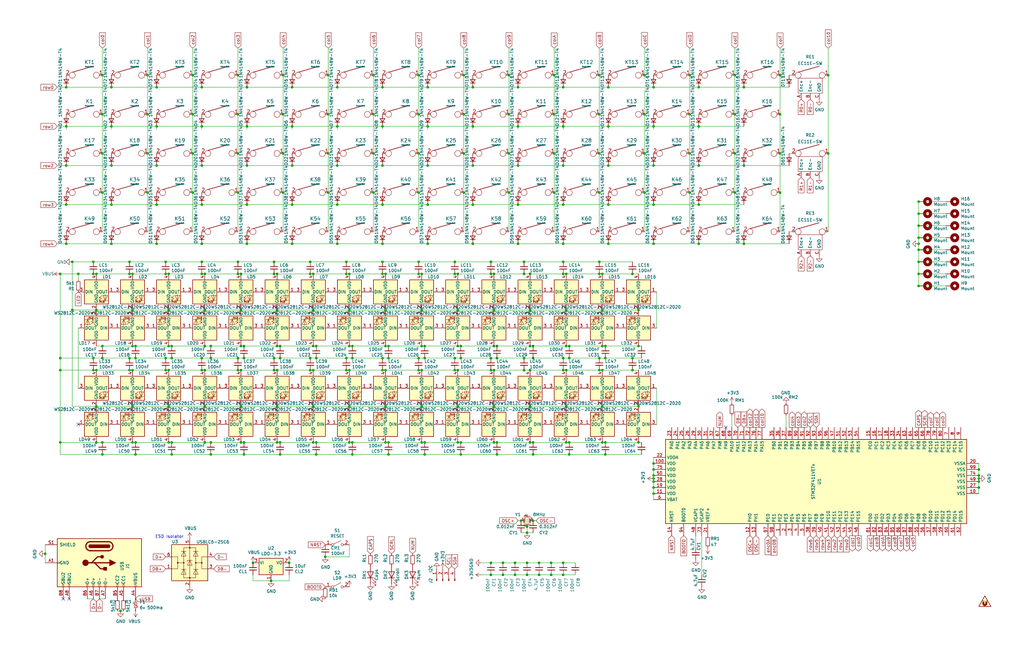
<source format=kicad_sch>
(kicad_sch (version 20211123) (generator eeschema)
  (paper "USLedger")
  (junction (at 180.34 36.83))
  (junction (at 179.07 151.13))
  (junction (at 133.35 151.13))
  (junction (at 271.78 81.28))
  (junction (at 387.35 120.65))
  (junction (at 220.98 151.13))
  (junction (at 69.85 110.49))
  (junction (at 207.01 115.57))
  (junction (at 176.53 31.75))
  (junction (at 162.56 156.21))
  (junction (at 275.59 53.34))
  (junction (at 207.01 110.49))
  (junction (at 328.93 64.77))
  (junction (at 27.94 36.83))
  (junction (at 115.57 151.13))
  (junction (at 177.8 146.05))
  (junction (at 118.11 146.05))
  (junction (at 212.09 242.57))
  (junction (at 100.33 151.13))
  (junction (at 86.36 156.21))
  (junction (at 387.35 95.25))
  (junction (at 86.36 146.05))
  (junction (at 57.15 186.69))
  (junction (at 85.09 69.85))
  (junction (at 217.17 237.49))
  (junction (at 27.94 69.85))
  (junction (at 40.64 156.21))
  (junction (at 55.88 156.21))
  (junction (at 69.85 151.13))
  (junction (at 208.28 186.69))
  (junction (at 100.33 64.77))
  (junction (at 55.88 171.45))
  (junction (at 123.19 86.36))
  (junction (at 252.73 115.57))
  (junction (at 275.59 36.83))
  (junction (at 222.25 222.25))
  (junction (at 25.4 115.57))
  (junction (at 66.04 86.36))
  (junction (at 218.44 53.34))
  (junction (at 132.08 146.05))
  (junction (at 237.49 53.34))
  (junction (at 118.11 186.69))
  (junction (at 209.55 191.77))
  (junction (at 275.59 195.58))
  (junction (at 271.78 48.26))
  (junction (at 223.52 130.81))
  (junction (at 161.29 69.85))
  (junction (at 193.04 146.05))
  (junction (at 86.36 171.45))
  (junction (at 142.24 36.83))
  (junction (at 195.58 31.75))
  (junction (at 214.63 31.75))
  (junction (at 217.17 242.57))
  (junction (at 163.83 191.77))
  (junction (at 290.83 48.26))
  (junction (at 180.34 86.36))
  (junction (at 207.01 151.13))
  (junction (at 179.07 191.77))
  (junction (at 161.29 102.87))
  (junction (at 179.07 186.69))
  (junction (at 43.18 31.75))
  (junction (at 72.39 151.13))
  (junction (at 218.44 36.83))
  (junction (at 237.49 151.13))
  (junction (at 195.58 64.77))
  (junction (at 148.59 186.69))
  (junction (at 266.7 115.57))
  (junction (at 130.81 156.21))
  (junction (at 88.9 191.77))
  (junction (at 294.64 102.87))
  (junction (at 130.81 115.57))
  (junction (at 176.53 110.49))
  (junction (at 240.03 191.77))
  (junction (at 104.14 53.34))
  (junction (at 121.92 237.49))
  (junction (at 223.52 146.05))
  (junction (at 46.99 102.87))
  (junction (at 147.32 115.57))
  (junction (at 223.52 156.21))
  (junction (at 72.39 186.69))
  (junction (at 146.05 156.21))
  (junction (at 118.11 191.77))
  (junction (at 194.31 191.77))
  (junction (at 220.98 110.49))
  (junction (at 40.64 171.45))
  (junction (at 266.7 151.13))
  (junction (at 179.07 146.05))
  (junction (at 193.04 130.81))
  (junction (at 212.09 237.49))
  (junction (at 106.68 237.49))
  (junction (at 209.55 186.69))
  (junction (at 387.35 90.17))
  (junction (at 161.29 156.21))
  (junction (at 193.04 156.21))
  (junction (at 85.09 86.36))
  (junction (at 191.77 110.49))
  (junction (at 207.01 242.57))
  (junction (at 162.56 146.05))
  (junction (at 294.64 36.83))
  (junction (at 147.32 156.21))
  (junction (at 252.73 64.77))
  (junction (at 39.37 110.49))
  (junction (at 255.27 191.77))
  (junction (at 240.03 151.13))
  (junction (at 62.23 48.26))
  (junction (at 81.28 48.26))
  (junction (at 102.87 151.13))
  (junction (at 62.23 31.75))
  (junction (at 313.69 69.85))
  (junction (at 71.12 156.21))
  (junction (at 269.24 146.05))
  (junction (at 119.38 31.75))
  (junction (at 101.6 115.57))
  (junction (at 54.61 115.57))
  (junction (at 218.44 86.36))
  (junction (at 412.75 203.2))
  (junction (at 43.18 146.05))
  (junction (at 157.48 31.75))
  (junction (at 85.09 102.87))
  (junction (at 214.63 81.28))
  (junction (at 72.39 191.77))
  (junction (at 207.01 156.21))
  (junction (at 218.44 102.87))
  (junction (at 85.09 151.13))
  (junction (at 227.33 242.57))
  (junction (at 193.04 186.69))
  (junction (at 123.19 102.87))
  (junction (at 162.56 171.45))
  (junction (at 43.18 64.77))
  (junction (at 101.6 156.21))
  (junction (at 233.68 31.75))
  (junction (at 85.09 110.49))
  (junction (at 100.33 115.57))
  (junction (at 130.81 151.13))
  (junction (at 180.34 53.34))
  (junction (at 275.59 198.12))
  (junction (at 238.76 130.81))
  (junction (at 104.14 86.36))
  (junction (at 176.53 156.21))
  (junction (at 240.03 146.05))
  (junction (at 55.88 146.05))
  (junction (at 104.14 69.85))
  (junction (at 133.35 191.77))
  (junction (at 115.57 110.49))
  (junction (at 328.93 48.26))
  (junction (at 256.54 53.34))
  (junction (at 133.35 186.69))
  (junction (at 269.24 130.81))
  (junction (at 123.19 69.85))
  (junction (at 176.53 151.13))
  (junction (at 177.8 130.81))
  (junction (at 238.76 186.69))
  (junction (at 275.59 208.28))
  (junction (at 162.56 130.81))
  (junction (at 252.73 156.21))
  (junction (at 237.49 86.36))
  (junction (at 100.33 48.26))
  (junction (at 25.4 186.69))
  (junction (at 412.75 201.93))
  (junction (at 255.27 186.69))
  (junction (at 115.57 115.57))
  (junction (at 237.49 242.57))
  (junction (at 220.98 115.57))
  (junction (at 86.36 186.69))
  (junction (at 157.48 81.28))
  (junction (at 275.59 69.85))
  (junction (at 147.32 146.05))
  (junction (at 237.49 69.85))
  (junction (at 238.76 115.57))
  (junction (at 104.14 102.87))
  (junction (at 208.28 130.81))
  (junction (at 233.68 64.77))
  (junction (at 209.55 151.13))
  (junction (at 119.38 64.77))
  (junction (at 237.49 102.87))
  (junction (at 62.23 81.28))
  (junction (at 40.64 130.81))
  (junction (at 254 115.57))
  (junction (at 100.33 81.28))
  (junction (at 275.59 102.87))
  (junction (at 163.83 186.69))
  (junction (at 387.35 115.57))
  (junction (at 25.4 156.21))
  (junction (at 193.04 171.45))
  (junction (at 132.08 130.81))
  (junction (at 119.38 81.28))
  (junction (at 66.04 36.83))
  (junction (at 62.23 64.77))
  (junction (at 40.64 186.69))
  (junction (at 25.4 151.13))
  (junction (at 146.05 151.13))
  (junction (at 161.29 151.13))
  (junction (at 55.88 130.81))
  (junction (at 102.87 146.05))
  (junction (at 223.52 186.69))
  (junction (at 177.8 156.21))
  (junction (at 294.64 53.34))
  (junction (at 387.35 105.41))
  (junction (at 176.53 64.77))
  (junction (at 133.35 146.05))
  (junction (at 66.04 102.87))
  (junction (at 81.28 64.77))
  (junction (at 100.33 110.49))
  (junction (at 43.18 191.77))
  (junction (at 176.53 81.28))
  (junction (at 101.6 146.05))
  (junction (at 81.28 31.75))
  (junction (at 102.87 186.69))
  (junction (at 33.02 115.57))
  (junction (at 271.78 31.75))
  (junction (at 238.76 146.05))
  (junction (at 412.75 200.66))
  (junction (at 177.8 186.69))
  (junction (at 71.12 171.45))
  (junction (at 255.27 146.05))
  (junction (at 116.84 146.05))
  (junction (at 54.61 156.21))
  (junction (at 46.99 69.85))
  (junction (at 256.54 86.36))
  (junction (at 157.48 48.26))
  (junction (at 254 146.05))
  (junction (at 275.59 203.2))
  (junction (at 387.35 85.09))
  (junction (at 199.39 53.34))
  (junction (at 57.15 151.13))
  (junction (at 72.39 146.05))
  (junction (at 88.9 146.05))
  (junction (at 147.32 171.45))
  (junction (at 142.24 86.36))
  (junction (at 208.28 115.57))
  (junction (at 69.85 156.21))
  (junction (at 88.9 186.69))
  (junction (at 191.77 156.21))
  (junction (at 101.6 171.45))
  (junction (at 214.63 48.26))
  (junction (at 237.49 156.21))
  (junction (at 39.37 156.21))
  (junction (at 254 156.21))
  (junction (at 88.9 151.13))
  (junction (at 132.08 156.21))
  (junction (at 142.24 53.34))
  (junction (at 232.41 242.57))
  (junction (at 142.24 69.85))
  (junction (at 46.99 86.36))
  (junction (at 177.8 115.57))
  (junction (at 119.38 48.26))
  (junction (at 194.31 186.69))
  (junction (at 237.49 237.49))
  (junction (at 46.99 53.34))
  (junction (at 256.54 36.83))
  (junction (at 55.88 115.57))
  (junction (at 27.94 86.36))
  (junction (at 50.8 257.81))
  (junction (at 146.05 110.49))
  (junction (at 138.43 48.26))
  (junction (at 180.34 102.87))
  (junction (at 199.39 86.36))
  (junction (at 387.35 100.33))
  (junction (at 208.28 156.21))
  (junction (at 86.36 130.81))
  (junction (at 290.83 31.75))
  (junction (at 69.85 115.57))
  (junction (at 233.68 48.26))
  (junction (at 148.59 151.13))
  (junction (at 116.84 130.81))
  (junction (at 256.54 69.85))
  (junction (at 66.04 53.34))
  (junction (at 227.33 237.49))
  (junction (at 223.52 171.45))
  (junction (at 55.88 186.69))
  (junction (at 224.79 151.13))
  (junction (at 224.79 191.77))
  (junction (at 271.78 64.77))
  (junction (at 148.59 191.77))
  (junction (at 328.93 31.75))
  (junction (at 43.18 48.26))
  (junction (at 71.12 115.57))
  (junction (at 81.28 81.28))
  (junction (at 148.59 146.05))
  (junction (at 147.32 186.69))
  (junction (at 252.73 31.75))
  (junction (at 132.08 115.57))
  (junction (at 199.39 102.87))
  (junction (at 146.05 115.57))
  (junction (at 118.11 151.13))
  (junction (at 54.61 110.49))
  (junction (at 71.12 130.81))
  (junction (at 138.43 31.75))
  (junction (at 240.03 186.69))
  (junction (at 222.25 237.49))
  (junction (at 161.29 86.36))
  (junction (at 275.59 205.74))
  (junction (at 208.28 146.05))
  (junction (at 237.49 110.49))
  (junction (at 195.58 48.26))
  (junction (at 238.76 171.45))
  (junction (at 294.64 69.85))
  (junction (at 54.61 151.13))
  (junction (at 138.43 81.28))
  (junction (at 220.98 156.21))
  (junction (at 116.84 171.45))
  (junction (at 101.6 186.69))
  (junction (at 255.27 151.13))
  (junction (at 19.05 233.68))
  (junction (at 43.18 186.69))
  (junction (at 116.84 186.69))
  (junction (at 40.64 115.57))
  (junction (at 176.53 48.26))
  (junction (at 30.48 130.81))
  (junction (at 176.53 115.57))
  (junction (at 162.56 186.69))
  (junction (at 66.04 69.85))
  (junction (at 275.59 86.36))
  (junction (at 219.71 219.71))
  (junction (at 232.41 237.49))
  (junction (at 349.25 31.75))
  (junction (at 102.87 191.77))
  (junction (at 328.93 81.28))
  (junction (at 180.34 69.85))
  (junction (at 71.12 146.05))
  (junction (at 191.77 115.57))
  (junction (at 157.48 64.77))
  (junction (at 254 186.69))
  (junction (at 275.59 200.66))
  (junction (at 254 171.45))
  (junction (at 161.29 53.34))
  (junction (at 269.24 171.45))
  (junction (at 254 130.81))
  (junction (at 57.15 146.05))
  (junction (at 161.29 110.49))
  (junction (at 147.32 130.81))
  (junction (at 275.59 201.93))
  (junction (at 222.25 242.57))
  (junction (at 208.28 171.45))
  (junction (at 85.09 115.57))
  (junction (at 43.18 81.28))
  (junction (at 224.79 186.69))
  (junction (at 252.73 110.49))
  (junction (at 309.88 64.77))
  (junction (at 256.54 102.87))
  (junction (at 57.15 191.77))
  (junction (at 85.09 36.83))
  (junction (at 194.31 151.13))
  (junction (at 138.43 64.77))
  (junction (at 132.08 171.45))
  (junction (at 46.99 36.83))
  (junction (at 214.63 64.77))
  (junction (at 39.37 151.13))
  (junction (at 309.88 31.75))
  (junction (at 207.01 237.49))
  (junction (at 101.6 130.81))
  (junction (at 290.83 81.28))
  (junction (at 252.73 81.28))
  (junction (at 252.73 48.26))
  (junction (at 199.39 69.85))
  (junction (at 224.79 219.71))
  (junction (at 199.39 36.83))
  (junction (at 163.83 146.05))
  (junction (at 387.35 110.49))
  (junction (at 100.33 156.21))
  (junction (at 71.12 186.69))
  (junction (at 412.75 205.74))
  (junction (at 86.36 115.57))
  (junction (at 191.77 151.13))
  (junction (at 132.08 186.69))
  (junction (at 290.83 64.77))
  (junction (at 237.49 115.57))
  (junction (at 27.94 53.34))
  (junction (at 85.09 53.34))
  (junction (at 137.16 234.95))
  (junction (at 309.88 81.28))
  (junction (at 39.37 115.57))
  (junction (at 223.52 115.57))
  (junction (at 161.29 115.57))
  (junction (at 233.68 81.28))
  (junction (at 161.29 36.83))
  (junction (at 163.83 151.13))
  (junction (at 266.7 156.21))
  (junction (at 224.79 146.05))
  (junction (at 85.09 156.21))
  (junction (at 193.04 115.57))
  (junction (at 194.31 146.05))
  (junction (at 313.69 102.87))
  (junction (at 238.76 156.21))
  (junction (at 349.25 64.77))
  (junction (at 218.44 69.85))
  (junction (at 237.49 36.83))
  (junction (at 222.25 224.79))
  (junction (at 100.33 31.75))
  (junction (at 209.55 146.05))
  (junction (at 123.19 53.34))
  (junction (at 387.35 102.87))
  (junction (at 130.81 110.49))
  (junction (at 252.73 151.13))
  (junction (at 115.57 156.21))
  (junction (at 30.48 110.49))
  (junction (at 269.24 186.69))
  (junction (at 195.58 81.28))
  (junction (at 114.3 245.11))
  (junction (at 313.69 36.83))
  (junction (at 412.75 198.12))
  (junction (at 27.94 102.87))
  (junction (at 309.88 48.26))
  (junction (at 116.84 156.21))
  (junction (at 116.84 115.57))
  (junction (at 104.14 36.83))
  (junction (at 162.56 115.57))
  (junction (at 177.8 171.45))
  (junction (at 43.18 151.13))
  (junction (at 123.19 36.83))
  (junction (at 142.24 102.87))
  (junction (at 294.64 86.36))
  (no_connect (at 306.07 180.34))
  (no_connect (at 26.67 252.73))
  (no_connect (at 29.21 252.73))
  (no_connect (at 33.02 179.07))
  (wire (pts (xy 193.04 186.69) (xy 179.07 186.69)))
  (wire (pts (xy 55.88 156.21) (xy 69.85 156.21)))
  (wire (pts (xy 27.94 69.85) (xy 46.99 69.85)))
  (wire (pts (xy 233.68 20.32) (xy 233.68 31.75)))
  (wire (pts (xy 148.59 151.13) (xy 161.29 151.13)))
  (wire (pts (xy 25.4 156.21) (xy 39.37 156.21)))
  (wire (pts (xy 256.54 53.34) (xy 237.49 53.34)))
  (wire (pts (xy 30.48 171.45) (xy 40.64 171.45)))
  (wire (pts (xy 191.77 115.57) (xy 193.04 115.57)))
  (wire (pts (xy 27.94 36.83) (xy 46.99 36.83)))
  (wire (pts (xy 313.69 69.85) (xy 332.74 69.85)))
  (wire (pts (xy 208.28 171.45) (xy 223.52 171.45)))
  (wire (pts (xy 290.83 64.77) (xy 290.83 81.28)))
  (wire (pts (xy 81.28 64.77) (xy 81.28 81.28)))
  (wire (pts (xy 100.33 64.77) (xy 100.33 81.28)))
  (wire (pts (xy 133.35 146.05) (xy 132.08 146.05)))
  (wire (pts (xy 27.94 53.34) (xy 27.94 54.61)))
  (wire (pts (xy 177.8 171.45) (xy 193.04 171.45)))
  (wire (pts (xy 25.4 151.13) (xy 39.37 151.13)))
  (wire (pts (xy 30.48 130.81) (xy 30.48 171.45)))
  (wire (pts (xy 217.17 237.49) (xy 222.25 237.49)))
  (wire (pts (xy 55.88 146.05) (xy 43.18 146.05)))
  (wire (pts (xy 57.15 191.77) (xy 72.39 191.77)))
  (wire (pts (xy 71.12 146.05) (xy 57.15 146.05)))
  (wire (pts (xy 24.13 86.36) (xy 27.94 86.36)))
  (wire (pts (xy 138.43 64.77) (xy 138.43 81.28)))
  (wire (pts (xy 387.35 95.25) (xy 398.78 95.25)))
  (wire (pts (xy 209.55 186.69) (xy 208.28 186.69)))
  (wire (pts (xy 275.59 53.34) (xy 275.59 54.61)))
  (wire (pts (xy 116.84 156.21) (xy 130.81 156.21)))
  (wire (pts (xy 104.14 69.85) (xy 123.19 69.85)))
  (wire (pts (xy 222.25 222.25) (xy 222.25 224.79)))
  (wire (pts (xy 25.4 115.57) (xy 33.02 115.57)))
  (wire (pts (xy 147.32 171.45) (xy 162.56 171.45)))
  (wire (pts (xy 328.93 31.75) (xy 328.93 48.26)))
  (wire (pts (xy 412.75 205.74) (xy 412.75 203.2)))
  (wire (pts (xy 309.88 48.26) (xy 309.88 64.77)))
  (wire (pts (xy 138.43 81.28) (xy 138.43 97.79)))
  (wire (pts (xy 43.18 191.77) (xy 57.15 191.77)))
  (wire (pts (xy 147.32 115.57) (xy 161.29 115.57)))
  (wire (pts (xy 208.28 115.57) (xy 220.98 115.57)))
  (wire (pts (xy 24.13 36.83) (xy 27.94 36.83)))
  (wire (pts (xy 86.36 130.81) (xy 101.6 130.81)))
  (wire (pts (xy 237.49 69.85) (xy 256.54 69.85)))
  (wire (pts (xy 195.58 48.26) (xy 195.58 64.77)))
  (wire (pts (xy 54.61 156.21) (xy 55.88 156.21)))
  (wire (pts (xy 30.48 130.81) (xy 40.64 130.81)))
  (wire (pts (xy 275.59 200.66) (xy 275.59 198.12)))
  (wire (pts (xy 233.68 31.75) (xy 233.68 48.26)))
  (wire (pts (xy 254 156.21) (xy 252.73 156.21)))
  (wire (pts (xy 148.59 186.69) (xy 147.32 186.69)))
  (wire (pts (xy 69.85 151.13) (xy 72.39 151.13)))
  (wire (pts (xy 55.88 115.57) (xy 69.85 115.57)))
  (wire (pts (xy 100.33 81.28) (xy 100.33 97.79)))
  (wire (pts (xy 412.75 198.12) (xy 412.75 195.58)))
  (wire (pts (xy 33.02 138.43) (xy 33.02 163.83)))
  (wire (pts (xy 328.93 81.28) (xy 328.93 97.79)))
  (wire (pts (xy 148.59 191.77) (xy 163.83 191.77)))
  (wire (pts (xy 147.32 234.95) (xy 137.16 234.95)))
  (wire (pts (xy 223.52 156.21) (xy 237.49 156.21)))
  (wire (pts (xy 256.54 69.85) (xy 275.59 69.85)))
  (wire (pts (xy 49.53 257.81) (xy 50.8 257.81)))
  (wire (pts (xy 115.57 151.13) (xy 118.11 151.13)))
  (wire (pts (xy 252.73 31.75) (xy 252.73 20.32)))
  (wire (pts (xy 223.52 146.05) (xy 209.55 146.05)))
  (wire (pts (xy 309.88 20.32) (xy 309.88 31.75)))
  (wire (pts (xy 123.19 36.83) (xy 142.24 36.83)))
  (wire (pts (xy 142.24 102.87) (xy 123.19 102.87)))
  (wire (pts (xy 276.86 163.83) (xy 276.86 179.07)))
  (wire (pts (xy 162.56 156.21) (xy 176.53 156.21)))
  (wire (pts (xy 69.85 110.49) (xy 85.09 110.49)))
  (wire (pts (xy 46.99 36.83) (xy 66.04 36.83)))
  (wire (pts (xy 195.58 20.32) (xy 195.58 31.75)))
  (wire (pts (xy 118.11 186.69) (xy 116.84 186.69)))
  (wire (pts (xy 208.28 146.05) (xy 194.31 146.05)))
  (wire (pts (xy 176.53 115.57) (xy 177.8 115.57)))
  (wire (pts (xy 222.25 242.57) (xy 227.33 242.57)))
  (wire (pts (xy 254 115.57) (xy 252.73 115.57)))
  (wire (pts (xy 217.17 242.57) (xy 222.25 242.57)))
  (wire (pts (xy 252.73 110.49) (xy 266.7 110.49)))
  (wire (pts (xy 142.24 36.83) (xy 161.29 36.83)))
  (wire (pts (xy 43.18 31.75) (xy 43.18 48.26)))
  (wire (pts (xy 43.18 151.13) (xy 54.61 151.13)))
  (wire (pts (xy 294.64 36.83) (xy 313.69 36.83)))
  (wire (pts (xy 100.33 156.21) (xy 101.6 156.21)))
  (wire (pts (xy 147.32 130.81) (xy 162.56 130.81)))
  (wire (pts (xy 309.88 31.75) (xy 309.88 48.26)))
  (wire (pts (xy 203.2 242.57) (xy 207.01 242.57)))
  (wire (pts (xy 142.24 86.36) (xy 161.29 86.36)))
  (wire (pts (xy 88.9 146.05) (xy 86.36 146.05)))
  (wire (pts (xy 132.08 171.45) (xy 147.32 171.45)))
  (wire (pts (xy 179.07 146.05) (xy 177.8 146.05)))
  (wire (pts (xy 270.51 186.69) (xy 269.24 186.69)))
  (wire (pts (xy 162.56 171.45) (xy 177.8 171.45)))
  (wire (pts (xy 237.49 53.34) (xy 218.44 53.34)))
  (wire (pts (xy 176.53 64.77) (xy 176.53 81.28)))
  (wire (pts (xy 40.64 130.81) (xy 55.88 130.81)))
  (wire (pts (xy 161.29 110.49) (xy 176.53 110.49)))
  (wire (pts (xy 224.79 186.69) (xy 223.52 186.69)))
  (wire (pts (xy 147.32 146.05) (xy 133.35 146.05)))
  (wire (pts (xy 119.38 48.26) (xy 119.38 64.77)))
  (wire (pts (xy 62.23 81.28) (xy 62.23 97.79)))
  (wire (pts (xy 199.39 53.34) (xy 180.34 53.34)))
  (wire (pts (xy 66.04 102.87) (xy 46.99 102.87)))
  (wire (pts (xy 256.54 102.87) (xy 237.49 102.87)))
  (wire (pts (xy 41.91 252.73) (xy 44.45 252.73)))
  (wire (pts (xy 71.12 171.45) (xy 86.36 171.45)))
  (wire (pts (xy 62.23 20.32) (xy 62.23 31.75)))
  (wire (pts (xy 119.38 20.32) (xy 119.38 31.75)))
  (wire (pts (xy 328.93 31.75) (xy 328.93 20.32)))
  (wire (pts (xy 199.39 102.87) (xy 180.34 102.87)))
  (wire (pts (xy 114.3 245.11) (xy 121.92 245.11)))
  (wire (pts (xy 387.35 105.41) (xy 398.78 105.41)))
  (wire (pts (xy 71.12 156.21) (xy 85.09 156.21)))
  (wire (pts (xy 81.28 20.32) (xy 81.28 31.75)))
  (wire (pts (xy 57.15 151.13) (xy 69.85 151.13)))
  (wire (pts (xy 209.55 191.77) (xy 224.79 191.77)))
  (wire (pts (xy 214.63 48.26) (xy 214.63 64.77)))
  (wire (pts (xy 88.9 186.69) (xy 86.36 186.69)))
  (wire (pts (xy 214.63 81.28) (xy 214.63 97.79)))
  (wire (pts (xy 271.78 64.77) (xy 271.78 48.26)))
  (wire (pts (xy 132.08 156.21) (xy 146.05 156.21)))
  (wire (pts (xy 254 130.81) (xy 269.24 130.81)))
  (wire (pts (xy 27.94 86.36) (xy 46.99 86.36)))
  (wire (pts (xy 269.24 146.05) (xy 255.27 146.05)))
  (wire (pts (xy 123.19 69.85) (xy 142.24 69.85)))
  (wire (pts (xy 224.79 151.13) (xy 237.49 151.13)))
  (wire (pts (xy 101.6 171.45) (xy 116.84 171.45)))
  (wire (pts (xy 101.6 186.69) (xy 88.9 186.69)))
  (wire (pts (xy 104.14 102.87) (xy 85.09 102.87)))
  (wire (pts (xy 332.74 97.79) (xy 334.01 97.79)))
  (wire (pts (xy 194.31 191.77) (xy 209.55 191.77)))
  (wire (pts (xy 275.59 53.34) (xy 256.54 53.34)))
  (wire (pts (xy 218.44 102.87) (xy 199.39 102.87)))
  (wire (pts (xy 218.44 53.34) (xy 218.44 54.61)))
  (wire (pts (xy 157.48 48.26) (xy 157.48 64.77)))
  (wire (pts (xy 255.27 151.13) (xy 266.7 151.13)))
  (wire (pts (xy 119.38 64.77) (xy 119.38 81.28)))
  (wire (pts (xy 208.28 115.57) (xy 207.01 115.57)))
  (wire (pts (xy 118.11 146.05) (xy 116.84 146.05)))
  (wire (pts (xy 199.39 53.34) (xy 199.39 54.61)))
  (wire (pts (xy 104.14 86.36) (xy 123.19 86.36)))
  (wire (pts (xy 222.25 217.17) (xy 222.25 222.25)))
  (wire (pts (xy 254 171.45) (xy 269.24 171.45)))
  (wire (pts (xy 238.76 130.81) (xy 254 130.81)))
  (wire (pts (xy 71.12 186.69) (xy 57.15 186.69)))
  (wire (pts (xy 116.84 130.81) (xy 132.08 130.81)))
  (wire (pts (xy 161.29 86.36) (xy 180.34 86.36)))
  (wire (pts (xy 275.59 201.93) (xy 275.59 200.66)))
  (wire (pts (xy 30.48 110.49) (xy 39.37 110.49)))
  (wire (pts (xy 238.76 156.21) (xy 252.73 156.21)))
  (wire (pts (xy 25.4 151.13) (xy 25.4 156.21)))
  (wire (pts (xy 275.59 69.85) (xy 294.64 69.85)))
  (wire (pts (xy 86.36 186.69) (xy 72.39 186.69)))
  (wire (pts (xy 132.08 115.57) (xy 146.05 115.57)))
  (wire (pts (xy 39.37 115.57) (xy 40.64 115.57)))
  (wire (pts (xy 177.8 186.69) (xy 163.83 186.69)))
  (wire (pts (xy 237.49 237.49) (xy 242.57 237.49)))
  (wire (pts (xy 193.04 146.05) (xy 179.07 146.05)))
  (wire (pts (xy 132.08 146.05) (xy 118.11 146.05)))
  (wire (pts (xy 227.33 242.57) (xy 232.41 242.57)))
  (wire (pts (xy 133.35 151.13) (xy 146.05 151.13)))
  (wire (pts (xy 313.69 102.87) (xy 294.64 102.87)))
  (wire (pts (xy 275.59 203.2) (xy 275.59 201.93)))
  (wire (pts (xy 195.58 81.28) (xy 195.58 97.79)))
  (wire (pts (xy 176.53 31.75) (xy 176.53 20.32)))
  (wire (pts (xy 116.84 171.45) (xy 132.08 171.45)))
  (wire (pts (xy 290.83 81.28) (xy 290.83 97.79)))
  (wire (pts (xy 101.6 130.81) (xy 116.84 130.81)))
  (wire (pts (xy 275.59 36.83) (xy 294.64 36.83)))
  (wire (pts (xy 387.35 110.49) (xy 398.78 110.49)))
  (wire (pts (xy 55.88 186.69) (xy 57.15 186.69)))
  (wire (pts (xy 161.29 156.21) (xy 162.56 156.21)))
  (wire (pts (xy 275.59 198.12) (xy 275.59 195.58)))
  (wire (pts (xy 332.74 31.75) (xy 334.01 31.75)))
  (wire (pts (xy 85.09 53.34) (xy 85.09 54.61)))
  (wire (pts (xy 412.75 208.28) (xy 412.75 205.74)))
  (wire (pts (xy 179.07 191.77) (xy 194.31 191.77)))
  (wire (pts (xy 81.28 31.75) (xy 81.28 48.26)))
  (wire (pts (xy 71.12 130.81) (xy 86.36 130.81)))
  (wire (pts (xy 39.37 151.13) (xy 43.18 151.13)))
  (wire (pts (xy 220.98 110.49) (xy 237.49 110.49)))
  (wire (pts (xy 25.4 115.57) (xy 25.4 151.13)))
  (wire (pts (xy 176.53 31.75) (xy 176.53 48.26)))
  (wire (pts (xy 328.93 64.77) (xy 328.93 81.28)))
  (wire (pts (xy 85.09 69.85) (xy 104.14 69.85)))
  (wire (pts (xy 387.35 120.65) (xy 398.78 120.65)))
  (wire (pts (xy 193.04 171.45) (xy 208.28 171.45)))
  (wire (pts (xy 163.83 146.05) (xy 162.56 146.05)))
  (wire (pts (xy 240.03 191.77) (xy 255.27 191.77)))
  (wire (pts (xy 387.35 90.17) (xy 398.78 90.17)))
  (wire (pts (xy 157.48 64.77) (xy 157.48 81.28)))
  (wire (pts (xy 199.39 69.85) (xy 218.44 69.85)))
  (wire (pts (xy 39.37 110.49) (xy 54.61 110.49)))
  (wire (pts (xy 85.09 102.87) (xy 66.04 102.87)))
  (wire (pts (xy 218.44 86.36) (xy 237.49 86.36)))
  (wire (pts (xy 237.49 110.49) (xy 252.73 110.49)))
  (wire (pts (xy 328.93 48.26) (xy 328.93 64.77)))
  (wire (pts (xy 180.34 86.36) (xy 199.39 86.36)))
  (wire (pts (xy 180.34 53.34) (xy 180.34 54.61)))
  (wire (pts (xy 24.13 69.85) (xy 27.94 69.85)))
  (wire (pts (xy 387.35 90.17) (xy 387.35 95.25)))
  (wire (pts (xy 232.41 237.49) (xy 237.49 237.49)))
  (wire (pts (xy 254 186.69) (xy 240.03 186.69)))
  (wire (pts (xy 290.83 31.75) (xy 290.83 48.26)))
  (wire (pts (xy 195.58 64.77) (xy 195.58 81.28)))
  (wire (pts (xy 294.64 86.36) (xy 313.69 86.36)))
  (wire (pts (xy 237.49 53.34) (xy 237.49 54.61)))
  (wire (pts (xy 43.18 48.26) (xy 43.18 64.77)))
  (wire (pts (xy 101.6 156.21) (xy 115.57 156.21)))
  (wire (pts (xy 25.4 186.69) (xy 40.64 186.69)))
  (wire (pts (xy 387.35 85.09) (xy 398.78 85.09)))
  (wire (pts (xy 118.11 151.13) (xy 130.81 151.13)))
  (wire (pts (xy 232.41 242.57) (xy 237.49 242.57)))
  (wire (pts (xy 237.49 115.57) (xy 238.76 115.57)))
  (wire (pts (xy 222.25 224.79) (xy 224.79 224.79)))
  (wire (pts (xy 218.44 36.83) (xy 237.49 36.83)))
  (wire (pts (xy 50.8 257.81) (xy 52.07 257.81)))
  (wire (pts (xy 208.28 186.69) (xy 194.31 186.69)))
  (wire (pts (xy 81.28 48.26) (xy 81.28 64.77)))
  (wire (pts (xy 270.51 146.05) (xy 269.24 146.05)))
  (wire (pts (xy 191.77 110.49) (xy 207.01 110.49)))
  (wire (pts (xy 227.33 237.49) (xy 222.25 237.49)))
  (wire (pts (xy 43.18 31.75) (xy 43.18 20.32)))
  (wire (pts (xy 157.48 20.32) (xy 157.48 31.75)))
  (wire (pts (xy 66.04 53.34) (xy 46.99 53.34)))
  (wire (pts (xy 255.27 186.69) (xy 254 186.69)))
  (wire (pts (xy 220.98 156.21) (xy 223.52 156.21)))
  (wire (pts (xy 123.19 102.87) (xy 104.14 102.87)))
  (wire (pts (xy 162.56 146.05) (xy 148.59 146.05)))
  (wire (pts (xy 290.83 48.26) (xy 290.83 64.77)))
  (wire (pts (xy 256.54 53.34) (xy 256.54 54.61)))
  (wire (pts (xy 387.35 102.87) (xy 387.35 105.41)))
  (wire (pts (xy 194.31 186.69) (xy 193.04 186.69)))
  (wire (pts (xy 46.99 53.34) (xy 46.99 54.61)))
  (wire (pts (xy 209.55 151.13) (xy 220.98 151.13)))
  (wire (pts (xy 331.47 175.26) (xy 331.47 180.34)))
  (wire (pts (xy 133.35 191.77) (xy 148.59 191.77)))
  (wire (pts (xy 72.39 186.69) (xy 71.12 186.69)))
  (wire (pts (xy 412.75 203.2) (xy 412.75 201.93)))
  (wire (pts (xy 238.76 115.57) (xy 252.73 115.57)))
  (wire (pts (xy 176.53 48.26) (xy 176.53 64.77)))
  (wire (pts (xy 142.24 53.34) (xy 142.24 54.61)))
  (wire (pts (xy 25.4 191.77) (xy 43.18 191.77)))
  (wire (pts (xy 195.58 31.75) (xy 195.58 48.26)))
  (wire (pts (xy 69.85 156.21) (xy 71.12 156.21)))
  (wire (pts (xy 36.83 252.73) (xy 39.37 252.73)))
  (wire (pts (xy 238.76 186.69) (xy 224.79 186.69)))
  (wire (pts (xy 100.33 48.26) (xy 100.33 64.77)))
  (wire (pts (xy 101.6 186.69) (xy 102.87 186.69)))
  (wire (pts (xy 121.92 245.11) (xy 121.92 242.57)))
  (wire (pts (xy 138.43 48.26) (xy 138.43 64.77)))
  (wire (pts (xy 275.59 210.82) (xy 275.59 208.28)))
  (wire (pts (xy 252.73 48.26) (xy 252.73 64.77)))
  (wire (pts (xy 55.88 146.05) (xy 57.15 146.05)))
  (wire (pts (xy 295.91 226.06) (xy 295.91 242.57)))
  (wire (pts (xy 194.31 151.13) (xy 207.01 151.13)))
  (wire (pts (xy 290.83 31.75) (xy 290.83 20.32)))
  (wire (pts (xy 162.56 186.69) (xy 148.59 186.69)))
  (wire (pts (xy 147.32 156.21) (xy 161.29 156.21)))
  (wire (pts (xy 313.69 102.87) (xy 332.74 102.87)))
  (wire (pts (xy 238.76 171.45) (xy 254 171.45)))
  (wire (pts (xy 275.59 205.74) (xy 275.59 203.2)))
  (wire (pts (xy 214.63 31.75) (xy 214.63 48.26)))
  (wire (pts (xy 240.03 186.69) (xy 238.76 186.69)))
  (wire (pts (xy 208.28 130.81) (xy 223.52 130.81)))
  (wire (pts (xy 138.43 31.75) (xy 138.43 48.26)))
  (wire (pts (xy 161.29 115.57) (xy 162.56 115.57)))
  (wire (pts (xy 161.29 151.13) (xy 163.83 151.13)))
  (wire (pts (xy 203.2 237.49) (xy 207.01 237.49)))
  (wire (pts (xy 46.99 69.85) (xy 66.04 69.85)))
  (wire (pts (xy 85.09 86.36) (xy 104.14 86.36)))
  (wire (pts (xy 176.53 156.21) (xy 177.8 156.21)))
  (wire (pts (xy 46.99 53.34) (xy 27.94 53.34)))
  (wire (pts (xy 193.04 130.81) (xy 208.28 130.81)))
  (wire (pts (xy 118.11 191.77) (xy 133.35 191.77)))
  (wire (pts (xy 224.79 219.71) (xy 226.06 219.71)))
  (wire (pts (xy 218.44 219.71) (xy 219.71 219.71)))
  (wire (pts (xy 308.61 175.26) (xy 308.61 180.34)))
  (wire (pts (xy 101.6 146.05) (xy 102.87 146.05)))
  (wire (pts (xy 115.57 110.49) (xy 130.81 110.49)))
  (wire (pts (xy 266.7 115.57) (xy 269.24 115.57)))
  (wire (pts (xy 119.38 31.75) (xy 119.38 48.26)))
  (wire (pts (xy 100.33 31.75) (xy 100.33 20.32)))
  (wire (pts (xy 240.03 146.05) (xy 238.76 146.05)))
  (wire (pts (xy 224.79 146.05) (xy 223.52 146.05)))
  (wire (pts (xy 177.8 146.05) (xy 163.83 146.05)))
  (wire (pts (xy 266.7 151.13) (xy 270.51 151.13)))
  (wire (pts (xy 72.39 151.13) (xy 85.09 151.13)))
  (wire (pts (xy 88.9 151.13) (xy 100.33 151.13)))
  (wire (pts (xy 24.13 53.34) (xy 27.94 53.34)))
  (wire (pts (xy 387.35 110.49) (xy 387.35 115.57)))
  (wire (pts (xy 177.8 156.21) (xy 191.77 156.21)))
  (wire (pts (xy 130.81 151.13) (xy 133.35 151.13)))
  (wire (pts (xy 180.34 53.34) (xy 161.29 53.34)))
  (wire (pts (xy 161.29 102.87) (xy 142.24 102.87)))
  (wire (pts (xy 180.34 102.87) (xy 161.29 102.87)))
  (wire (pts (xy 256.54 86.36) (xy 275.59 86.36)))
  (wire (pts (xy 218.44 53.34) (xy 199.39 53.34)))
  (wire (pts (xy 146.05 115.57) (xy 147.32 115.57)))
  (wire (pts (xy 238.76 146.05) (xy 224.79 146.05)))
  (wire (pts (xy 100.33 31.75) (xy 100.33 48.26)))
  (wire (pts (xy 123.19 53.34) (xy 123.19 54.61)))
  (wire (pts (xy 252.73 64.77) (xy 252.73 81.28)))
  (wire (pts (xy 193.04 115.57) (xy 207.01 115.57)))
  (wire (pts (xy 101.6 146.05) (xy 88.9 146.05)))
  (wire (pts (xy 252.73 31.75) (xy 252.73 48.26)))
  (wire (pts (xy 207.01 242.57) (xy 212.09 242.57)))
  (wire (pts (xy 349.25 31.75) (xy 349.25 64.77)))
  (wire (pts (xy 85.09 156.21) (xy 86.36 156.21)))
  (wire (pts (xy 387.35 100.33) (xy 387.35 102.87)))
  (wire (pts (xy 85.09 151.13) (xy 88.9 151.13)))
  (wire (pts (xy 115.57 115.57) (xy 116.84 115.57)))
  (wire (pts (xy 387.35 115.57) (xy 387.35 120.65)))
  (wire (pts (xy 116.84 115.57) (xy 130.81 115.57)))
  (wire (pts (xy 100.33 151.13) (xy 102.87 151.13)))
  (wire (pts (xy 227.33 237.49) (xy 232.41 237.49)))
  (wire (pts (xy 220.98 115.57) (xy 223.52 115.57)))
  (wire (pts (xy 199.39 36.83) (xy 218.44 36.83)))
  (wire (pts (xy 85.09 53.34) (xy 66.04 53.34)))
  (wire (pts (xy 387.35 115.57) (xy 398.78 115.57)))
  (wire (pts (xy 223.52 115.57) (xy 237.49 115.57)))
  (wire (pts (xy 54.61 115.57) (xy 55.88 115.57)))
  (wire (pts (xy 163.83 186.69) (xy 162.56 186.69)))
  (wire (pts (xy 106.68 245.11) (xy 114.3 245.11)))
  (wire (pts (xy 208.28 156.21) (xy 207.01 156.21)))
  (wire (pts (xy 46.99 86.36) (xy 66.04 86.36)))
  (wire (pts (xy 275.59 208.28) (xy 275.59 205.74)))
  (wire (pts (xy 115.57 156.21) (xy 116.84 156.21)))
  (wire (pts (xy 39.37 156.21) (xy 40.64 156.21)))
  (wire (pts (xy 132.08 186.69) (xy 118.11 186.69)))
  (wire (pts (xy 233.68 64.77) (xy 233.68 81.28)))
  (wire (pts (xy 55.88 186.69) (xy 43.18 186.69)))
  (wire (pts (xy 332.74 64.77) (xy 334.01 64.77)))
  (wire (pts (xy 163.83 191.77) (xy 179.07 191.77)))
  (wire (pts (xy 162.56 115.57) (xy 176.53 115.57)))
  (wire (pts (xy 387.35 105.41) (xy 387.35 110.49)))
  (wire (pts (xy 387.35 100.33) (xy 398.78 100.33)))
  (wire (pts (xy 116.84 146.05) (xy 102.87 146.05)))
  (wire (pts (xy 133.35 186.69) (xy 132.08 186.69)))
  (wire (pts (xy 233.68 81.28) (xy 233.68 97.79)))
  (wire (pts (xy 161.29 69.85) (xy 180.34 69.85)))
  (wire (pts (xy 43.18 81.28) (xy 43.18 97.79)))
  (wire (pts (xy 86.36 115.57) (xy 100.33 115.57)))
  (wire (pts (xy 271.78 48.26) (xy 271.78 38.1)))
  (wire (pts (xy 223.52 130.81) (xy 238.76 130.81)))
  (wire (pts (xy 162.56 130.81) (xy 177.8 130.81)))
  (wire (pts (xy 252.73 81.28) (xy 252.73 97.79)))
  (wire (pts (xy 275.59 195.58) (xy 275.59 193.04)))
  (wire (pts (xy 194.31 146.05) (xy 193.04 146.05)))
  (wire (pts (xy 179.07 151.13) (xy 191.77 151.13)))
  (wire (pts (xy 130.81 115.57) (xy 132.08 115.57)))
  (wire (pts (xy 19.05 229.87) (xy 19.05 233.68)))
  (wire (pts (xy 412.75 200.66) (xy 412.75 198.12)))
  (wire (pts (xy 55.88 130.81) (xy 71.12 130.81)))
  (wire (pts (xy 132.08 130.81) (xy 147.32 130.81)))
  (wire (pts (xy 130.81 156.21) (xy 132.08 156.21)))
  (wire (pts (xy 86.36 156.21) (xy 100.33 156.21)))
  (wire (pts (xy 142.24 69.85) (xy 161.29 69.85)))
  (wire (pts (xy 62.23 31.75) (xy 62.23 48.26)))
  (wire (pts (xy 294.64 53.34) (xy 294.64 54.61)))
  (wire (pts (xy 220.98 151.13) (xy 224.79 151.13)))
  (wire (pts (xy 43.18 146.05) (xy 40.64 146.05)))
  (wire (pts (xy 30.48 110.49) (xy 30.48 130.81)))
  (wire (pts (xy 119.38 81.28) (xy 119.38 97.79)))
  (wire (pts (xy 294.64 69.85) (xy 313.69 69.85)))
  (wire (pts (xy 177.8 130.81) (xy 193.04 130.81)))
  (wire (pts (xy 100.33 110.49) (xy 115.57 110.49)))
  (wire (pts (xy 161.29 36.83) (xy 180.34 36.83)))
  (wire (pts (xy 176.53 81.28) (xy 176.53 97.79)))
  (wire (pts (xy 191.77 151.13) (xy 194.31 151.13)))
  (wire (pts (xy 55.88 171.45) (xy 71.12 171.45)))
  (wire (pts (xy 294.64 53.34) (xy 275.59 53.34)))
  (wire (pts (xy 157.48 31.75) (xy 157.48 48.26)))
  (wire (pts (xy 85.09 110.49) (xy 100.33 110.49)))
  (wire (pts (xy 85.09 115.57) (xy 86.36 115.57)))
  (wire (pts (xy 294.64 102.87) (xy 275.59 102.87)))
  (wire (pts (xy 193.04 156.21) (xy 207.01 156.21)))
  (wire (pts (xy 176.53 151.13) (xy 179.07 151.13)))
  (wire (pts (xy 349.25 20.32) (xy 349.25 31.75)))
  (wire (pts (xy 130.81 110.49) (xy 146.05 110.49)))
  (wire (pts (xy 177.8 115.57) (xy 191.77 115.57)))
  (wire (pts (xy 224.79 191.77) (xy 240.03 191.77)))
  (wire (pts (xy 214.63 64.77) (xy 214.63 81.28)))
  (wire (pts (xy 271.78 81.28) (xy 271.78 97.79)))
  (wire (pts (xy 218.44 69.85) (xy 237.49 69.85)))
  (wire (pts (xy 146.05 156.21) (xy 147.32 156.21)))
  (wire (pts (xy 66.04 86.36) (xy 85.09 86.36)))
  (wire (pts (xy 207.01 110.49) (xy 220.98 110.49)))
  (wire (pts (xy 309.88 64.77) (xy 309.88 81.28)))
  (wire (pts (xy 199.39 86.36) (xy 218.44 86.36)))
  (wire (pts (xy 104.14 53.34) (xy 104.14 54.61)))
  (wire (pts (xy 62.23 64.77) (xy 62.23 81.28)))
  (wire (pts (xy 313.69 53.34) (xy 294.64 53.34)))
  (wire (pts (xy 43.18 64.77) (xy 43.18 81.28)))
  (wire (pts (xy 86.36 146.05) (xy 72.39 146.05)))
  (wire (pts (xy 72.39 146.05) (xy 71.12 146.05)))
  (wire (pts (xy 40.64 115.57) (xy 54.61 115.57)))
  (wire (pts (xy 101.6 115.57) (xy 115.57 115.57)))
  (wire (pts (xy 25.4 186.69) (xy 25.4 191.77)))
  (wire (pts (xy 161.29 53.34) (xy 142.24 53.34)))
  (wire (pts (xy 217.17 237.49) (xy 212.09 237.49)))
  (wire (pts (xy 66.04 53.34) (xy 66.04 54.61)))
  (wire (pts (xy 313.69 36.83) (xy 332.74 36.83)))
  (wire (pts (xy 254 115.57) (xy 266.7 115.57)))
  (wire (pts (xy 387.35 95.25) (xy 387.35 100.33)))
  (wire (pts (xy 102.87 151.13) (xy 115.57 151.13)))
  (wire (pts (xy 43.18 186.69) (xy 40.64 186.69)))
  (wire (pts (xy 271.78 20.32) (xy 271.78 31.75)))
  (wire (pts (xy 81.28 81.28) (xy 81.28 97.79)))
  (wire (pts (xy 100.33 115.57) (xy 101.6 115.57)))
  (wire (pts (xy 254 146.05) (xy 240.03 146.05)))
  (wire (pts (xy 62.23 48.26) (xy 62.23 64.77)))
  (wire (pts (xy 33.02 115.57) (xy 39.37 115.57)))
  (wire (pts (xy 293.37 226.06) (xy 293.37 231.14)))
  (wire (pts (xy 223.52 171.45) (xy 238.76 171.45)))
  (wire (pts (xy 237.49 102.87) (xy 218.44 102.87)))
  (wire (pts (xy 266.7 156.21) (xy 269.24 156.21)))
  (wire (pts (xy 275.59 86.36) (xy 294.64 86.36)))
  (wire (pts (xy 237.49 156.21) (xy 238.76 156.21)))
  (wire (pts (xy 163.83 151.13) (xy 176.53 151.13)))
  (wire (pts (xy 138.43 31.75) (xy 138.43 20.32)))
  (wire (pts (xy 271.78 81.28) (xy 271.78 64.77)))
  (wire (pts (xy 255.27 191.77) (xy 270.51 191.77)))
  (wire (pts (xy 19.05 233.68) (xy 19.05 237.49)))
  (wire (pts (xy 214.63 31.75) (xy 214.63 20.32)))
  (wire (pts (xy 148.59 146.05) (xy 147.32 146.05)))
  (wire (pts (xy 66.04 69.85) (xy 85.09 69.85)))
  (wire (pts (xy 412.75 201.93) (xy 412.75 200.66)))
  (wire (pts (xy 269.24 186.69) (xy 255.27 186.69)))
  (wire (pts (xy 252.73 151.13) (xy 255.27 151.13)))
  (wire (pts (xy 123.19 86.36) (xy 142.24 86.36)))
  (wire (pts (xy 161.29 53.34) (xy 161.29 54.61)))
  (wire (pts (xy 237.49 86.36) (xy 256.54 86.36)))
  (wire (pts (xy 104.14 53.34) (xy 85.09 53.34)))
  (wire (pts (xy 271.78 33.02) (xy 271.78 31.75)))
  (wire (pts (xy 146.05 151.13) (xy 148.59 151.13)))
  (wire (pts (xy 142.24 53.34) (xy 123.19 53.34)))
  (wire (pts (xy 66.04 36.83) (xy 85.09 36.83)))
  (wire (pts (xy 256.54 36.83) (xy 275.59 36.83)))
  (wire (pts (xy 54.61 110.49) (xy 69.85 110.49)))
  (wire (pts (xy 254 156.21) (xy 266.7 156.21)))
  (wire (pts (xy 237.49 242.57) (xy 242.57 242.57)))
  (wire (pts (xy 387.35 85.09) (xy 387.35 90.17)))
  (wire (pts (xy 180.34 36.83) (xy 199.39 36.83)))
  (wire (pts (xy 237.49 151.13) (xy 240.03 151.13)))
  (wire (pts (xy 146.05 110.49) (xy 161.29 110.49)))
  (wire (pts (xy 219.71 224.79) (xy 222.25 224.79)))
  (wire (pts (xy 86.36 171.45) (xy 101.6 171.45)))
  (wire (pts (xy 275.59 102.87) (xy 256.54 102.87)))
  (wire (pts (xy 123.19 53.34) (xy 104.14 53.34)))
  (wire (pts (xy 237.49 36.83) (xy 256.54 36.83)))
  (wire (pts (xy 85.09 36.83) (xy 104.14 36.83)))
  (wire (pts (xy 147.32 229.87) (xy 147.32 234.95)))
  (wire (pts (xy 40.64 171.45) (xy 55.88 171.45)))
  (wire (pts (xy 179.07 186.69) (xy 177.8 186.69)))
  (wire (pts (xy 240.03 151.13) (xy 252.73 151.13)))
  (wire (pts (xy 33.02 118.11) (xy 33.02 115.57)))
  (wire (pts (xy 212.09 242.57) (xy 217.17 242.57)))
  (wire (pts (xy 46.99 102.87) (xy 27.94 102.87)))
  (wire (pts (xy 72.39 191.77) (xy 88.9 191.77)))
  (wire (pts (xy 102.87 191.77) (xy 118.11 191.77)))
  (wire (pts (xy 233.68 48.26) (xy 233.68 64.77)))
  (wire (pts (xy 69.85 115.57) (xy 71.12 115.57)))
  (wire (pts (xy 191.77 156.21) (xy 193.04 156.21)))
  (wire (pts (xy 276.86 123.19) (xy 276.86 138.43)))
  (wire (pts (xy 309.88 81.28) (xy 309.88 97.79)))
  (wire (pts (xy 88.9 191.77) (xy 102.87 191.77)))
  (wire (pts (xy 212.09 237.49) (xy 207.01 237.49)))
  (wire (pts (xy 54.61 151.13) (xy 57.15 151.13)))
  (wire (pts (xy 349.25 64.77) (xy 349.25 97.79)))
  (wire (pts (xy 104.14 36.83) (xy 123.19 36.83)))
  (wire (pts (xy 209.55 146.05) (xy 208.28 146.05)))
  (wire (pts (xy 207.01 151.13) (xy 209.55 151.13)))
  (wire (pts (xy 40.64 156.21) (xy 54.61 156.21)))
  (wire (pts (xy 208.28 156.21) (xy 220.98 156.21)))
  (wire (pts (xy 116.84 186.69) (xy 102.87 186.69)))
  (wire (pts (xy 24.13 102.87) (xy 27.94 102.87)))
  (wire (pts (xy 71.12 115.57) (xy 85.09 115.57)))
  (wire (pts (xy 176.53 110.49) (xy 191.77 110.49)))
  (wire (pts (xy 147.32 186.69) (xy 133.35 186.69)))
  (wire (pts (xy 106.68 242.57) (xy 106.68 245.11)))
  (wire (pts (xy 223.52 186.69) (xy 209.55 186.69)))
  (wire (pts (xy 25.4 156.21) (xy 25.4 186.69)))
  (wire (pts (xy 180.34 69.85) (xy 199.39 69.85)))
  (wire (pts (xy 255.27 146.05) (xy 254 146.05)))
  (wire (pts (xy 157.48 81.28) (xy 157.48 97.79)))
  (text "ESD Isolator" (at 77.47 227.33 180) (effects (font (size 1.27 1.27)) (justify right bottom)))
  (global_label "OSC-" (shape input) (at 318.77 226.06 270) (property "Intersheet References" "${INTERSHEET_REFS}" (effects hide)))
  (global_label "col3" (shape input) (at 100.33 20.32 90) (property "Intersheet References" "${INTERSHEET_REFS}" (effects hide)))
  (global_label "col4" (shape input) (at 119.38 20.32 90) (property "Intersheet References" "${INTERSHEET_REFS}" (effects hide)))
  (global_label "colD" (shape input) (at 290.83 20.32 90) (property "Intersheet References" "${INTERSHEET_REFS}" (effects hide)))
  (global_label "CAPS" (shape output) (at 387.35 180.34 90) (property "Intersheet References" "${INTERSHEET_REFS}" (effects hide)))
  (global_label "R2-" (shape input) (at 341.63 107.95 270) (property "Intersheet References" "${INTERSHEET_REFS}" (effects hide)))
  (global_label "R0-" (shape input) (at 341.63 41.91 270) (property "Intersheet References" "${INTERSHEET_REFS}" (effects hide)))
  (global_label "colB" (shape input) (at 252.73 20.32 90) (property "Intersheet References" "${INTERSHEET_REFS}" (effects hide)))
  (global_label "row1" (shape input) (at 354.33 226.06 270) (property "Intersheet References" "${INTERSHEET_REFS}" (effects hide)))
  (global_label "DB+" (shape input) (at 313.69 180.34 90) (property "Intersheet References" "${INTERSHEET_REFS}" (effects hide)))
  (global_label "SDA" (shape input) (at 191.77 240.03 90) (property "Intersheet References" "${INTERSHEET_REFS}" (effects hide)))
  (global_label "R0+" (shape input) (at 337.82 41.91 270) (property "Intersheet References" "${INTERSHEET_REFS}" (effects hide)))
  (global_label "col12" (shape output) (at 316.23 180.34 90) (property "Intersheet References" "${INTERSHEET_REFS}" (effects hide)))
  (global_label "OSC-" (shape input) (at 226.06 219.71 0) (property "Intersheet References" "${INTERSHEET_REFS}" (effects hide)))
  (global_label "row0" (shape input) (at 24.13 36.83 180) (property "Intersheet References" "${INTERSHEET_REFS}" (effects hide)))
  (global_label "enc0A" (shape input) (at 323.85 226.06 270) (property "Intersheet References" "${INTERSHEET_REFS}" (effects hide)))
  (global_label "BOOT0" (shape input) (at 137.16 247.65 180) (property "Intersheet References" "${INTERSHEET_REFS}" (effects hide)))
  (global_label "D-" (shape input) (at 90.17 234.95 0) (property "Intersheet References" "${INTERSHEET_REFS}" (effects hide)))
  (global_label "col2" (shape output) (at 339.09 180.34 90) (property "Intersheet References" "${INTERSHEET_REFS}" (effects hide)))
  (global_label "SCRL" (shape input) (at 165.1 233.68 90) (property "Intersheet References" "${INTERSHEET_REFS}" (effects hide)))
  (global_label "row5" (shape input) (at 344.17 226.06 270) (property "Intersheet References" "${INTERSHEET_REFS}" (effects hide)))
  (global_label "SCRL" (shape output) (at 389.89 180.34 90) (property "Intersheet References" "${INTERSHEET_REFS}" (effects hide)))
  (global_label "row3" (shape input) (at 24.13 86.36 180) (property "Intersheet References" "${INTERSHEET_REFS}" (effects hide)))
  (global_label "row4" (shape input) (at 24.13 102.87 180) (property "Intersheet References" "${INTERSHEET_REFS}" (effects hide)))
  (global_label "SCL" (shape input) (at 341.63 180.34 90) (property "Intersheet References" "${INTERSHEET_REFS}" (effects hide)))
  (global_label "OSC+" (shape input) (at 218.44 219.71 180) (property "Intersheet References" "${INTERSHEET_REFS}" (effects hide)))
  (global_label "colC" (shape output) (at 367.03 226.06 270) (property "Intersheet References" "${INTERSHEET_REFS}" (effects hide)))
  (global_label "col8" (shape input) (at 195.58 20.32 90) (property "Intersheet References" "${INTERSHEET_REFS}" (effects hide)))
  (global_label "col1" (shape output) (at 359.41 226.06 270) (property "Intersheet References" "${INTERSHEET_REFS}" (effects hide)))
  (global_label "row2" (shape input) (at 24.13 69.85 180) (property "Intersheet References" "${INTERSHEET_REFS}" (effects hide)))
  (global_label "LED" (shape input) (at 33.02 123.19 270) (property "Intersheet References" "${INTERSHEET_REFS}" (effects hide)))
  (global_label "colC" (shape input) (at 271.78 20.32 90) (property "Intersheet References" "${INTERSHEET_REFS}" (effects hide)))
  (global_label "NUM" (shape output) (at 303.53 180.34 90) (property "Intersheet References" "${INTERSHEET_REFS}" (effects hide)))
  (global_label "col0" (shape input) (at 43.18 20.32 90) (property "Intersheet References" "${INTERSHEET_REFS}" (effects hide)))
  (global_label "colD" (shape output) (at 397.51 180.34 90) (property "Intersheet References" "${INTERSHEET_REFS}" (effects hide)))
  (global_label "D+" (shape input) (at 39.37 252.73 270) (property "Intersheet References" "${INTERSHEET_REFS}" (effects hide)))
  (global_label "col4" (shape output) (at 334.01 180.34 90) (property "Intersheet References" "${INTERSHEET_REFS}" (effects hide)))
  (global_label "col6" (shape input) (at 157.48 20.32 90) (property "Intersheet References" "${INTERSHEET_REFS}" (effects hide)))
  (global_label "BOOT0" (shape input) (at 288.29 226.06 270) (property "Intersheet References" "${INTERSHEET_REFS}" (effects hide)))
  (global_label "row3" (shape input) (at 349.25 226.06 270) (property "Intersheet References" "${INTERSHEET_REFS}" (effects hide)))
  (global_label "col0" (shape output) (at 361.95 226.06 270) (property "Intersheet References" "${INTERSHEET_REFS}" (effects hide)))
  (global_label "NRST" (shape input) (at 137.16 229.87 180) (property "Intersheet References" "${INTERSHEET_REFS}" (effects hide)))
  (global_label "col1" (shape input) (at 62.23 20.32 90) (property "Intersheet References" "${INTERSHEET_REFS}" (effects hide)))
  (global_label "OSC+" (shape input) (at 316.23 226.06 270) (property "Intersheet References" "${INTERSHEET_REFS}" (effects hide)))
  (global_label "col7" (shape input) (at 176.53 20.32 90) (property "Intersheet References" "${INTERSHEET_REFS}" (effects hide)))
  (global_label "colA" (shape input) (at 233.68 20.32 90) (property "Intersheet References" "${INTERSHEET_REFS}" (effects hide)))
  (global_label "col2" (shape input) (at 81.28 20.32 90) (property "Intersheet References" "${INTERSHEET_REFS}" (effects hide)))
  (global_label "col5" (shape input) (at 138.43 20.32 90) (property "Intersheet References" "${INTERSHEET_REFS}" (effects hide)))
  (global_label "col9" (shape input) (at 214.63 20.32 90) (property "Intersheet References" "${INTERSHEET_REFS}" (effects hide)))
  (global_label "col11" (shape output) (at 318.77 180.34 90) (property "Intersheet References" "${INTERSHEET_REFS}" (effects hide)))
  (global_label "colB" (shape output) (at 369.57 226.06 270) (property "Intersheet References" "${INTERSHEET_REFS}" (effects hide)))
  (global_label "row2" (shape input) (at 351.79 226.06 270) (property "Intersheet References" "${INTERSHEET_REFS}" (effects hide)))
  (global_label "col9" (shape output) (at 374.65 226.06 270) (property "Intersheet References" "${INTERSHEET_REFS}" (effects hide)))
  (global_label "row0" (shape input) (at 356.87 226.06 270) (property "Intersheet References" "${INTERSHEET_REFS}" (effects hide)))
  (global_label "DB-" (shape input) (at 90.17 240.03 0) (property "Intersheet References" "${INTERSHEET_REFS}" (effects hide)))
  (global_label "row1" (shape input) (at 24.13 53.34 180) (property "Intersheet References" "${INTERSHEET_REFS}" (effects hide)))
  (global_label "D+" (shape input) (at 69.85 234.95 180) (property "Intersheet References" "${INTERSHEET_REFS}" (effects hide)))
  (global_label "DB+" (shape input) (at 69.85 240.03 180) (property "Intersheet References" "${INTERSHEET_REFS}" (effects hide)))
  (global_label "col6" (shape output) (at 382.27 226.06 270) (property "Intersheet References" "${INTERSHEET_REFS}" (effects hide)))
  (global_label "enc0B" (shape input) (at 326.39 226.06 270) (property "Intersheet References" "${INTERSHEET_REFS}" (effects hide)))
  (global_label "col5" (shape output) (at 384.81 226.06 270) (property "Intersheet References" "${INTERSHEET_REFS}" (effects hide)))
  (global_label "col7" (shape output) (at 379.73 226.06 270) (property "Intersheet References" "${INTERSHEET_REFS}" (effects hide)))
  (global_label "SDA" (shape input) (at 344.17 180.34 90) (property "Intersheet References" "${INTERSHEET_REFS}" (effects hide)))
  (global_label "row4" (shape input) (at 346.71 226.06 270) (property "Intersheet References" "${INTERSHEET_REFS}" (effects hide)))
  (global_label "SCL" (shape input) (at 189.23 240.03 90) (property "Intersheet References" "${INTERSHEET_REFS}" (effects hide)))
  (global_label "col3" (shape output) (at 336.55 180.34 90) (property "Intersheet References" "${INTERSHEET_REFS}" (effects hide)))
  (global_label "D-" (shape input) (at 41.91 252.73 270) (property "Intersheet References" "${INTERSHEET_REFS}" (effects hide)))
  (global_label "R2+" (shape input) (at 337.82 107.95 270) (property "Intersheet References" "${INTERSHEET_REFS}" (effects hide)))
  (global_label "CAPS" (shape input) (at 156.21 233.68 90) (property "Intersheet References" "${INTERSHEET_REFS}" (effects hide)))
  (global_label "col8" (shape output) (at 377.19 226.06 270) (property "Intersheet References" "${INTERSHEET_REFS}" (effects hide)))
  (global_label "col10" (shape output) (at 321.31 180.34 90) (property "Intersheet References" "${INTERSHEET_REFS}" (effects hide)))
  (global_label "colA" (shape output) (at 372.11 226.06 270) (property "Intersheet References" "${INTERSHEET_REFS}" (effects hide)))
  (global_label "vUSB" (shape input) (at 57.15 252.73 0) (property "Intersheet References" "${INTERSHEET_REFS}" (effects hide)))
  (global_label "colE" (shape input) (at 309.88 20.32 90) (property "Intersheet References" "${INTERSHEET_REFS}" (effects hide)))
  (global_label "colF" (shape output) (at 392.43 180.34 90) (property "Intersheet References" "${INTERSHEET_REFS}" (effects hide)))
  (global_label "row6" (shape input) (at 341.63 226.06 270) (property "Intersheet References" "${INTERSHEET_REFS}" (effects hide)))
  (global_label "colE" (shape output) (at 394.97 180.34 90) (property "Intersheet References" "${INTERSHEET_REFS}" (effects hide)))
  (global_label "NRST" (shape input) (at 283.21 226.06 270) (property "Intersheet References" "${INTERSHEET_REFS}" (effects hide)))
  (global_label "colF" (shape input) (at 328.93 20.32 90) (property "Intersheet References" "${INTERSHEET_REFS}" (effects hide)))
  (global_label "R1+" (shape input) (at 337.82 74.93 270) (property "Intersheet References" "${INTERSHEET_REFS}" (effects hide)))
  (global_label "col10" (shape input) (at 349.25 20.32 90) (property "Intersheet References" "${INTERSHEET_REFS}" (effects hide)))
  (global_label "DB-" (shape input) (at 311.15 180.34 90) (property "Intersheet References" "${INTERSHEET_REFS}" (effects hide)))
  (global_label "NUM" (shape input) (at 173.99 233.68 90) (property "Intersheet References" "${INTERSHEET_REFS}" (effects hide)))
  (global_label "R1-" (shape input) (at 341.63 74.93 270) (property "Intersheet References" "${INTERSHEET_REFS}" (effects hide)))
  (symbol (lib_id "Device:D_Small") (at 66.04 50.8 270) (mirror x) (unit 1)
    (property "Reference" "D3" (at 63.5 53.34 0) (effects (justify left)))
    (property "Value" "1N4148W-T4" (at 63.5 49.53 0) (effects (justify left)))
    (property "Footprint" "EDI:D_SOD-523" (effects hide))
    (property "LCSC" "C68948" (effects hide))
  )
  (symbol (lib_id "Device:C_Small") (at 191.77 113.03 0) (unit 1)
    (property "Reference" "LC11" (at 194.1068 111.8616 0) (effects (justify left)))
    (property "Value" "100nF" (at 194.1068 114.173 0) (effects (justify left)))
    (property "Footprint" "EDI:Passive_0402_1005Metric" (effects hide))
    (property "LCSC" "C307331" (effects hide))
  )
  (symbol (lib_id "HL-Mk2-rescue:KEYSW-keyboard_parts") (at 302.26 97.79 0) (unit 1)
    (property "Reference" "K63" (at 304.4444 92.2782 0) (effects (font (size 1.524 1.524))))
    (property "Value" "Keyswitch" (at 304.4444 94.1578 0) (effects (font (size 0.508 0.508))))
    (property "Footprint" "EDI:MX-Choc" (effects hide))
  )
  (symbol (lib_id "HL-Mk2-rescue:KEYSW-keyboard_parts") (at 35.56 48.26 0) (unit 1)
    (property "Reference" "K1" (at 37.7444 42.7482 0) (effects (font (size 1.524 1.524))))
    (property "Value" "Keyswitch" (at 37.7444 44.6278 0) (effects (font (size 0.508 0.508))))
    (property "Footprint" "EDI:MX-Choc" (effects hide))
  )
  (symbol (lib_id "HL-Mk2-rescue:KEYSW-keyboard_parts") (at 207.01 31.75 0) (unit 1)
    (property "Reference" "KT10" (at 209.1944 26.2382 0) (effects (font (size 1.524 1.524))))
    (property "Value" "Keyswitch" (at 209.1944 28.1178 0) (effects (font (size 0.508 0.508))))
    (property "Footprint" "EDI:MX-Choc" (effects hide))
  )
  (symbol (lib_id "Device:C_Small") (at 133.35 189.23 180) (unit 1)
    (property "Reference" "LC55" (at 131.0132 190.3984 0) (effects (justify left)))
    (property "Value" "100nF" (at 131.0132 188.087 0) (effects (justify left)))
    (property "Footprint" "EDI:Passive_0402_1005Metric" (effects hide))
    (property "LCSC" "C307331" (effects hide))
  )
  (symbol (lib_id "Mechanical:MountingHole_Pad") (at 401.32 85.09 270) (unit 1)
    (property "Reference" "H16" (at 405.13 83.9216 90) (effects (justify left)))
    (property "Value" "Mount" (at 405.13 86.233 90) (effects (justify left)))
    (property "Footprint" "EDI:SolderableHole-M2" (effects hide))
  )
  (symbol (lib_id "Device:D_Small") (at 294.64 100.33 270) (mirror x) (unit 1)
    (property "Reference" "D63" (at 292.1 102.87 0) (effects (justify left)))
    (property "Value" "1N4148W-T4" (at 292.1 99.06 0) (effects (justify left)))
    (property "Footprint" "EDI:D_SOD-523" (effects hide))
    (property "LCSC" "C68948" (effects hide))
  )
  (symbol (lib_id "HL-Mk3-rescue:WS2812C-EDI-Audio-HL-Mk2-rescue") (at 238.76 163.83 0) (unit 1)
    (property "Reference" "LD46" (at 241.3 157.48 0) (effects (justify left)))
    (property "Value" "WS2812C-2020" (at 241.3 170.18 0) (effects (justify left)))
    (property "Footprint" "EDI:WS2812B_2020" (effects hide))
    (property "Datasheet" "https://cdn-shop.adafruit.com/datasheets/WS2812B.pdf" (effects hide))
    (property "LCSC" "C965556" (effects hide))
  )
  (symbol (lib_id "HL-Mk2-rescue:KEYSW-keyboard_parts") (at 35.56 81.28 0) (unit 1)
    (property "Reference" "K33" (at 37.7444 75.7682 0) (effects (font (size 1.524 1.524))))
    (property "Value" "Keyswitch" (at 37.7444 77.6478 0) (effects (font (size 0.508 0.508))))
    (property "Footprint" "EDI:MX-Choc" (effects hide))
  )
  (symbol (lib_id "HL-Mk3-rescue:WS2812C-EDI-Audio-HL-Mk2-rescue") (at 71.12 179.07 180) (unit 1)
    (property "Reference" "LD51" (at 68.58 185.42 0) (effects (justify left)))
    (property "Value" "WS2812C-2020" (at 68.58 172.72 0) (effects (justify left)))
    (property "Footprint" "EDI:WS2812B_2020" (effects hide))
    (property "Datasheet" "https://cdn-shop.adafruit.com/datasheets/WS2812B.pdf" (effects hide))
    (property "LCSC" "C965556" (effects hide))
  )
  (symbol (lib_id "Device:D_Small") (at 142.24 83.82 270) (mirror x) (unit 1)
    (property "Reference" "D39" (at 139.7 86.36 0) (effects (justify left)))
    (property "Value" "1N4148W-T4" (at 139.7 82.55 0) (effects (justify left)))
    (property "Footprint" "EDI:D_SOD-523" (effects hide))
    (property "LCSC" "C68948" (effects hide))
  )
  (symbol (lib_id "Device:R_Small") (at 298.45 228.6 180) (unit 1)
    (property "Reference" "RR1" (at 303.53 227.33 0) (effects (justify left)))
    (property "Value" "47" (at 302.26 229.87 0) (effects (justify left)))
    (property "Footprint" "EDI:Passive_0402_1005Metric" (effects hide))
    (property "LCSC" "C25086" (effects hide))
  )
  (symbol (lib_id "Device:D_Small") (at 27.94 100.33 270) (mirror x) (unit 1)
    (property "Reference" "D49" (at 25.4 102.87 0) (effects (justify left)))
    (property "Value" "1N4148W-T4" (at 25.4 99.06 0) (effects (justify left)))
    (property "Footprint" "EDI:D_SOD-523" (effects hide))
    (property "LCSC" "C68948" (effects hide))
  )
  (symbol (lib_id "power:+3V3") (at 121.92 237.49 0) (unit 1)
    (property "Reference" "#PWR014" (effects hide))
    (property "Value" "+3V3" (at 122.301 233.0958 0))
  )
  (symbol (lib_id "HL-Mk2-rescue:KEYSW-keyboard_parts") (at 92.71 48.26 0) (unit 1)
    (property "Reference" "K4" (at 94.8944 42.7482 0) (effects (font (size 1.524 1.524))))
    (property "Value" "Keyswitch" (at 94.8944 44.6278 0) (effects (font (size 0.508 0.508))))
    (property "Footprint" "EDI:MX-Choc" (effects hide))
  )
  (symbol (lib_id "Device:R_Small") (at 331.47 172.72 180) (unit 1)
    (property "Reference" "RM2" (at 336.55 167.64 0) (effects (justify left)))
    (property "Value" "100k" (at 330.2 167.64 0) (effects (justify left)))
    (property "Footprint" "EDI:Passive_0402_1005Metric" (effects hide))
    (property "LCSC" "C25086" (effects hide))
  )
  (symbol (lib_id "HL-Mk2-rescue:KEYSW-keyboard_parts") (at 168.91 31.75 0) (unit 1)
    (property "Reference" "KT8" (at 171.0944 26.2382 0) (effects (font (size 1.524 1.524))))
    (property "Value" "Keyswitch" (at 171.0944 28.1178 0) (effects (font (size 0.508 0.508))))
    (property "Footprint" "EDI:MX-Choc" (effects hide))
  )
  (symbol (lib_id "HL-Mk2-rescue:KEYSW-keyboard_parts") (at 130.81 81.28 0) (unit 1)
    (property "Reference" "K38" (at 132.9944 75.7682 0) (effects (font (size 1.524 1.524))))
    (property "Value" "Keyswitch" (at 132.9944 77.6478 0) (effects (font (size 0.508 0.508))))
    (property "Footprint" "EDI:MX-Choc" (effects hide))
  )
  (symbol (lib_id "Device:D_Small") (at 199.39 100.33 270) (mirror x) (unit 1)
    (property "Reference" "D58" (at 196.85 102.87 0) (effects (justify left)))
    (property "Value" "1N4148W-T4" (at 196.85 99.06 0) (effects (justify left)))
    (property "Footprint" "EDI:D_SOD-523" (effects hide))
    (property "LCSC" "C68948" (effects hide))
  )
  (symbol (lib_id "Device:C_Small") (at 227.33 240.03 180) (unit 1)
    (property "Reference" "CF5" (at 228.6 243.84 90) (effects (justify left)))
    (property "Value" "4.7uF" (at 226.06 243.84 90) (effects (justify left)))
    (property "Footprint" "EDI:Passive_0402_1005Metric" (effects hide))
    (property "LCSC" "C23733" (effects hide))
  )
  (symbol (lib_id "HL-Mk2-rescue:KEYSW-keyboard_parts") (at 226.06 81.28 0) (unit 1)
    (property "Reference" "K43" (at 228.2444 75.7682 0) (effects (font (size 1.524 1.524))))
    (property "Value" "Keyswitch" (at 228.2444 77.6478 0) (effects (font (size 0.508 0.508))))
    (property "Footprint" "EDI:MX-Choc" (effects hide))
  )
  (symbol (lib_id "HL-Mk2-rescue:KEYSW-keyboard_parts") (at 245.11 31.75 0) (unit 1)
    (property "Reference" "KT12" (at 247.2944 26.2382 0) (effects (font (size 1.524 1.524))))
    (property "Value" "Keyswitch" (at 247.2944 28.1178 0) (effects (font (size 0.508 0.508))))
    (property "Footprint" "EDI:MX-Choc" (effects hide))
  )
  (symbol (lib_id "HL-Mk2-rescue:KEYSW-keyboard_parts") (at 149.86 81.28 0) (unit 1)
    (property "Reference" "K39" (at 152.0444 75.7682 0) (effects (font (size 1.524 1.524))))
    (property "Value" "Keyswitch" (at 152.0444 77.6478 0) (effects (font (size 0.508 0.508))))
    (property "Footprint" "EDI:MX-Choc" (effects hide))
  )
  (symbol (lib_id "Device:D_Small") (at 85.09 100.33 270) (mirror x) (unit 1)
    (property "Reference" "D52" (at 82.55 102.87 0) (effects (justify left)))
    (property "Value" "1N4148W-T4" (at 82.55 99.06 0) (effects (justify left)))
    (property "Footprint" "EDI:D_SOD-523" (effects hide))
    (property "LCSC" "C68948" (effects hide))
  )
  (symbol (lib_id "Device:D_Small") (at 66.04 67.31 270) (mirror x) (unit 1)
    (property "Reference" "D19" (at 63.5 69.85 0) (effects (justify left)))
    (property "Value" "1N4148W-T4" (at 63.5 66.04 0) (effects (justify left)))
    (property "Footprint" "EDI:D_SOD-523" (effects hide))
    (property "LCSC" "C68948" (effects hide))
  )
  (symbol (lib_id "HL-Mk2-rescue:KEYSW-keyboard_parts") (at 54.61 31.75 0) (unit 1)
    (property "Reference" "KT2" (at 56.7944 26.2382 0) (effects (font (size 1.524 1.524))))
    (property "Value" "Keyswitch" (at 56.7944 28.1178 0) (effects (font (size 0.508 0.508))))
    (property "Footprint" "EDI:MX-Choc" (effects hide))
  )
  (symbol (lib_id "HL-Mk2-rescue:KEYSW-keyboard_parts") (at 321.31 97.79 0) (unit 1)
    (property "Reference" "K64" (at 323.4944 92.2782 0) (effects (font (size 1.524 1.524))))
    (property "Value" "Keyswitch" (at 323.4944 94.1578 0) (effects (font (size 0.508 0.508))))
    (property "Footprint" "EDI:MX-Choc" (effects hide))
  )
  (symbol (lib_id "Device:D_Small") (at 256.54 100.33 270) (mirror x) (unit 1)
    (property "Reference" "D61" (at 254 102.87 0) (effects (justify left)))
    (property "Value" "1N4148W-T4" (at 254 99.06 0) (effects (justify left)))
    (property "Footprint" "EDI:D_SOD-523" (effects hide))
    (property "LCSC" "C68948" (effects hide))
  )
  (symbol (lib_id "HL-Mk2-rescue:KEYSW-keyboard_parts") (at 302.26 64.77 0) (unit 1)
    (property "Reference" "K31" (at 304.4444 59.2582 0) (effects (font (size 1.524 1.524))))
    (property "Value" "Keyswitch" (at 304.4444 61.1378 0) (effects (font (size 0.508 0.508))))
    (property "Footprint" "EDI:MX-Choc" (effects hide))
  )
  (symbol (lib_id "Device:D_Small") (at 237.49 50.8 270) (mirror x) (unit 1)
    (property "Reference" "D12" (at 234.95 53.34 0) (effects (justify left)))
    (property "Value" "1N4148W-T4" (at 234.95 49.53 0) (effects (justify left)))
    (property "Footprint" "EDI:D_SOD-523" (effects hide))
    (property "LCSC" "C68948" (effects hide))
  )
  (symbol (lib_id "Device:C_Small") (at 130.81 113.03 0) (unit 1)
    (property "Reference" "LC7" (at 133.1468 111.8616 0) (effects (justify left)))
    (property "Value" "100nF" (at 133.1468 114.173 0) (effects (justify left)))
    (property "Footprint" "EDI:Passive_0402_1005Metric" (effects hide))
    (property "LCSC" "C307331" (effects hide))
  )
  (symbol (lib_id "HL-Mk3-rescue:WS2812C-EDI-Audio-HL-Mk2-rescue") (at 55.88 123.19 0) (unit 1)
    (property "Reference" "LD2" (at 58.42 116.84 0) (effects (justify left)))
    (property "Value" "WS2812C-2020" (at 58.42 129.54 0) (effects (justify left)))
    (property "Footprint" "EDI:WS2812B_2020" (effects hide))
    (property "Datasheet" "https://cdn-shop.adafruit.com/datasheets/WS2812B.pdf" (effects hide))
    (property "LCSC" "C965556" (effects hide))
  )
  (symbol (lib_id "Device:D_Small") (at 294.64 50.8 270) (mirror x) (unit 1)
    (property "Reference" "D15" (at 292.1 53.34 0) (effects (justify left)))
    (property "Value" "1N4148W-T4" (at 292.1 49.53 0) (effects (justify left)))
    (property "Footprint" "EDI:D_SOD-523" (effects hide))
    (property "LCSC" "C68948" (effects hide))
  )
  (symbol (lib_id "HL-Mk2-rescue:KEYSW-keyboard_parts") (at 168.91 97.79 0) (unit 1)
    (property "Reference" "K56" (at 171.0944 92.2782 0) (effects (font (size 1.524 1.524))))
    (property "Value" "Keyswitch" (at 171.0944 94.1578 0) (effects (font (size 0.508 0.508))))
    (property "Footprint" "EDI:MX-Choc" (effects hide))
  )
  (symbol (lib_id "HL-Mk3-rescue:WS2812C-EDI-Audio-HL-Mk2-rescue") (at 116.84 163.83 0) (unit 1)
    (property "Reference" "LD38" (at 119.38 157.48 0) (effects (justify left)))
    (property "Value" "WS2812C-2020" (at 119.38 170.18 0) (effects (justify left)))
    (property "Footprint" "EDI:WS2812B_2020" (effects hide))
    (property "Datasheet" "https://cdn-shop.adafruit.com/datasheets/WS2812B.pdf" (effects hide))
    (property "LCSC" "C965556" (effects hide))
  )
  (symbol (lib_id "HL-Mk3-rescue:WS2812C-EDI-Audio-HL-Mk2-rescue") (at 269.24 179.07 180) (unit 1)
    (property "Reference" "LD64" (at 266.7 185.42 0) (effects (justify left)))
    (property "Value" "WS2812C-2020" (at 266.7 172.72 0) (effects (justify left)))
    (property "Footprint" "EDI:WS2812B_2020" (effects hide))
    (property "Datasheet" "https://cdn-shop.adafruit.com/datasheets/WS2812B.pdf" (effects hide))
    (property "LCSC" "C965556" (effects hide))
  )
  (symbol (lib_id "Device:C_Small") (at 224.79 189.23 180) (unit 1)
    (property "Reference" "LC61" (at 222.4532 190.3984 0) (effects (justify left)))
    (property "Value" "100nF" (at 222.4532 188.087 0) (effects (justify left)))
    (property "Footprint" "EDI:Passive_0402_1005Metric" (effects hide))
    (property "LCSC" "C307331" (effects hide))
  )
  (symbol (lib_id "power:GND") (at 173.99 246.38 0) (unit 1)
    (property "Reference" "#PWR031" (effects hide))
    (property "Value" "GND" (at 173.99 251.46 90))
  )
  (symbol (lib_id "HL-Mk2-rescue:KEYSW-keyboard_parts") (at 283.21 97.79 0) (unit 1)
    (property "Reference" "K62" (at 285.3944 92.2782 0) (effects (font (size 1.524 1.524))))
    (property "Value" "Keyswitch" (at 285.3944 94.1578 0) (effects (font (size 0.508 0.508))))
    (property "Footprint" "EDI:MX-Choc" (effects hide))
  )
  (symbol (lib_id "HL-Mk2-rescue:KEYSW-keyboard_parts") (at 283.21 64.77 0) (unit 1)
    (property "Reference" "K30" (at 285.3944 59.2582 0) (effects (font (size 1.524 1.524))))
    (property "Value" "Keyswitch" (at 285.3944 61.1378 0) (effects (font (size 0.508 0.508))))
    (property "Footprint" "EDI:MX-Choc" (effects hide))
  )
  (symbol (lib_id "Device:C_Small") (at 39.37 113.03 0) (unit 1)
    (property "Reference" "LC1" (at 41.7068 111.8616 0) (effects (justify left)))
    (property "Value" "100nF" (at 41.7068 114.173 0) (effects (justify left)))
    (property "Footprint" "EDI:Passive_0402_1005Metric" (effects hide))
    (property "LCSC" "C307331" (effects hide))
  )
  (symbol (lib_id "HL-Mk2-rescue:KEYSW-keyboard_parts") (at 264.16 31.75 0) (unit 1)
    (property "Reference" "KT13" (at 266.3444 26.2382 0) (effects (font (size 1.524 1.524))))
    (property "Value" "Keyswitch" (at 266.3444 28.1178 0) (effects (font (size 0.508 0.508))))
    (property "Footprint" "EDI:MX-Choc" (effects hide))
  )
  (symbol (lib_id "Device:R_Small") (at 173.99 236.22 180) (unit 1)
    (property "Reference" "RL3" (at 171.45 233.68 90) (effects (justify left)))
    (property "Value" "270" (at 176.53 233.68 90) (effects (justify left)))
    (property "Footprint" "EDI:Passive_0402_1005Metric" (effects hide))
    (property "LCSC" "C25099" (effects hide))
  )
  (symbol (lib_id "power:GND") (at 184.15 240.03 180) (unit 1)
    (property "Reference" "#PWR026" (effects hide))
    (property "Value" "GND" (at 184.15 234.95 90))
  )
  (symbol (lib_id "Device:C_Small") (at 255.27 189.23 180) (unit 1)
    (property "Reference" "LC63" (at 252.9332 190.3984 0) (effects (justify left)))
    (property "Value" "100nF" (at 252.9332 188.087 0) (effects (justify left)))
    (property "Footprint" "EDI:Passive_0402_1005Metric" (effects hide))
    (property "LCSC" "C307331" (effects hide))
  )
  (symbol (lib_id "HL-Mk2-rescue:KEYSW-keyboard_parts") (at 321.31 64.77 0) (unit 1)
    (property "Reference" "K32" (at 323.4944 59.2582 0) (effects (font (size 1.524 1.524))))
    (property "Value" "Keyswitch" (at 323.4944 61.1378 0) (effects (font (size 0.508 0.508))))
    (property "Footprint" "EDI:MX-Choc" (effects hide))
  )
  (symbol (lib_id "HL-Mk3-rescue:WS2812C-EDI-Audio-HL-Mk2-rescue") (at 71.12 163.83 0) (unit 1)
    (property "Reference" "LD35" (at 73.66 157.48 0) (effects (justify left)))
    (property "Value" "WS2812C-2020" (at 73.66 170.18 0) (effects (justify left)))
    (property "Footprint" "EDI:WS2812B_2020" (effects hide))
    (property "Datasheet" "https://cdn-shop.adafruit.com/datasheets/WS2812B.pdf" (effects hide))
    (property "LCSC" "C965556" (effects hide))
  )
  (symbol (lib_id "Device:C_Small") (at 102.87 189.23 180) (unit 1)
    (property "Reference" "LC53" (at 100.5332 190.3984 0) (effects (justify left)))
    (property "Value" "100nF" (at 100.5332 188.087 0) (effects (justify left)))
    (property "Footprint" "EDI:Passive_0402_1005Metric" (effects hide))
    (property "LCSC" "C307331" (effects hide))
  )
  (symbol (lib_id "Device:D_Small") (at 294.64 83.82 270) (mirror x) (unit 1)
    (property "Reference" "D47" (at 292.1 86.36 0) (effects (justify left)))
    (property "Value" "1N4148W-T4" (at 292.1 82.55 0) (effects (justify left)))
    (property "Footprint" "EDI:D_SOD-523" (effects hide))
    (property "LCSC" "C68948" (effects hide))
  )
  (symbol (lib_id "Device:D_Small") (at 218.44 83.82 270) (mirror x) (unit 1)
    (property "Reference" "D43" (at 215.9 86.36 0) (effects (justify left)))
    (property "Value" "1N4148W-T4" (at 215.9 82.55 0) (effects (justify left)))
    (property "Footprint" "EDI:D_SOD-523" (effects hide))
    (property "LCSC" "C68948" (effects hide))
  )
  (symbol (lib_id "Device:C_Small") (at 115.57 113.03 0) (unit 1)
    (property "Reference" "LC6" (at 117.9068 111.8616 0) (effects (justify left)))
    (property "Value" "100nF" (at 117.9068 114.173 0) (effects (justify left)))
    (property "Footprint" "EDI:Passive_0402_1005Metric" (effects hide))
    (property "LCSC" "C307331" (effects hide))
  )
  (symbol (lib_id "Device:D_Small") (at 161.29 100.33 270) (mirror x) (unit 1)
    (property "Reference" "D56" (at 158.75 102.87 0) (effects (justify left)))
    (property "Value" "1N4148W-T4" (at 158.75 99.06 0) (effects (justify left)))
    (property "Footprint" "EDI:D_SOD-523" (effects hide))
    (property "LCSC" "C68948" (effects hide))
  )
  (symbol (lib_id "Device:C_Small") (at 100.33 153.67 0) (unit 1)
    (property "Reference" "LC37" (at 102.6668 152.5016 0) (effects (justify left)))
    (property "Value" "100nF" (at 102.6668 154.813 0) (effects (justify left)))
    (property "Footprint" "EDI:Passive_0402_1005Metric" (effects hide))
    (property "LCSC" "C307331" (effects hide))
  )
  (symbol (lib_id "HL-Mk2-rescue:KEYSW-keyboard_parts") (at 283.21 81.28 0) (unit 1)
    (property "Reference" "K46" (at 285.3944 75.7682 0) (effects (font (size 1.524 1.524))))
    (property "Value" "Keyswitch" (at 285.3944 77.6478 0) (effects (font (size 0.508 0.508))))
    (property "Footprint" "EDI:MX-Choc" (effects hide))
  )
  (symbol (lib_id "HL-Mk2-rescue:KEYSW-keyboard_parts") (at 73.66 31.75 0) (unit 1)
    (property "Reference" "KT3" (at 75.8444 26.2382 0) (effects (font (size 1.524 1.524))))
    (property "Value" "Keyswitch" (at 75.8444 28.1178 0) (effects (font (size 0.508 0.508))))
    (property "Footprint" "EDI:MX-Choc" (effects hide))
  )
  (symbol (lib_id "Mechanical:MountingHole_Pad") (at 389.89 90.17 270) (unit 1)
    (property "Reference" "H7" (at 393.7 89.0016 90) (effects (justify left)))
    (property "Value" "Mount" (at 393.7 91.313 90) (effects (justify left)))
    (property "Footprint" "EDI:SolderableHole-M2" (effects hide))
  )
  (symbol (lib_id "Device:C_Small") (at 237.49 113.03 0) (unit 1)
    (property "Reference" "LC14" (at 239.8268 111.8616 0) (effects (justify left)))
    (property "Value" "100nF" (at 239.8268 114.173 0) (effects (justify left)))
    (property "Footprint" "EDI:Passive_0402_1005Metric" (effects hide))
    (property "LCSC" "C307331" (effects hide))
  )
  (symbol (lib_id "power:+3V3") (at 308.61 170.18 0) (unit 1)
    (property "Reference" "#PWR019" (effects hide))
    (property "Value" "+3V3" (at 308.991 165.7858 0))
  )
  (symbol (lib_id "Device:D_Small") (at 199.39 83.82 270) (mirror x) (unit 1)
    (property "Reference" "D42" (at 196.85 86.36 0) (effects (justify left)))
    (property "Value" "1N4148W-T4" (at 196.85 82.55 0) (effects (justify left)))
    (property "Footprint" "EDI:D_SOD-523" (effects hide))
    (property "LCSC" "C68948" (effects hide))
  )
  (symbol (lib_id "Device:C_Small") (at 266.7 153.67 0) (unit 1)
    (property "Reference" "LC48" (at 269.0368 152.5016 0) (effects (justify left)))
    (property "Value" "100nF" (at 269.0368 154.813 0) (effects (justify left)))
    (property "Footprint" "EDI:Passive_0402_1005Metric" (effects hide))
    (property "LCSC" "C307331" (effects hide))
  )
  (symbol (lib_id "HL-Mk3-rescue:WS2812C-EDI-Audio-HL-Mk2-rescue") (at 223.52 163.83 0) (unit 1)
    (property "Reference" "LD45" (at 226.06 157.48 0) (effects (justify left)))
    (property "Value" "WS2812C-2020" (at 226.06 170.18 0) (effects (justify left)))
    (property "Footprint" "EDI:WS2812B_2020" (effects hide))
    (property "Datasheet" "https://cdn-shop.adafruit.com/datasheets/WS2812B.pdf" (effects hide))
    (property "LCSC" "C965556" (effects hide))
  )
  (symbol (lib_id "HL-Mk3-rescue:WS2812C-EDI-Audio-HL-Mk2-rescue") (at 193.04 138.43 180) (unit 1)
    (property "Reference" "LD27" (at 190.5 144.78 0) (effects (justify left)))
    (property "Value" "WS2812C-2020" (at 190.5 132.08 0) (effects (justify left)))
    (property "Footprint" "EDI:WS2812B_2020" (effects hide))
    (property "Datasheet" "https://cdn-shop.adafruit.com/datasheets/WS2812B.pdf" (effects hide))
    (property "LCSC" "C965556" (effects hide))
  )
  (symbol (lib_id "HL-Mk3-rescue:WS2812C-EDI-Audio-HL-Mk2-rescue") (at 254 163.83 0) (unit 1)
    (property "Reference" "LD47" (at 256.54 157.48 0) (effects (justify left)))
    (property "Value" "WS2812C-2020" (at 256.54 170.18 0) (effects (justify left)))
    (property "Footprint" "EDI:WS2812B_2020" (effects hide))
    (property "Datasheet" "https://cdn-shop.adafruit.com/datasheets/WS2812B.pdf" (effects hide))
    (property "LCSC" "C965556" (effects hide))
  )
  (symbol (lib_id "HL-Mk2-rescue:KEYSW-keyboard_parts") (at 168.91 48.26 0) (unit 1)
    (property "Reference" "K8" (at 171.0944 42.7482 0) (effects (font (size 1.524 1.524))))
    (property "Value" "Keyswitch" (at 171.0944 44.6278 0) (effects (font (size 0.508 0.508))))
    (property "Footprint" "EDI:MX-Choc" (effects hide))
  )
  (symbol (lib_id "HL-Mk3-rescue:WS2812C-EDI-Audio-HL-Mk2-rescue") (at 55.88 179.07 180) (unit 1)
    (property "Reference" "LD50" (at 53.34 185.42 0) (effects (justify left)))
    (property "Value" "WS2812C-2020" (at 53.34 172.72 0) (effects (justify left)))
    (property "Footprint" "EDI:WS2812B_2020" (effects hide))
    (property "Datasheet" "https://cdn-shop.adafruit.com/datasheets/WS2812B.pdf" (effects hide))
    (property "LCSC" "C965556" (effects hide))
  )
  (symbol (lib_id "Device:C_Small") (at 194.31 189.23 180) (unit 1)
    (property "Reference" "LC59" (at 191.9732 190.3984 0) (effects (justify left)))
    (property "Value" "100nF" (at 191.9732 188.087 0) (effects (justify left)))
    (property "Footprint" "EDI:Passive_0402_1005Metric" (effects hide))
    (property "LCSC" "C307331" (effects hide))
  )
  (symbol (lib_id "Device:D_Small") (at 275.59 67.31 270) (mirror x) (unit 1)
    (property "Reference" "D30" (at 273.05 69.85 0) (effects (justify left)))
    (property "Value" "1N4148W-T4" (at 273.05 66.04 0) (effects (justify left)))
    (property "Footprint" "EDI:D_SOD-523" (effects hide))
    (property "LCSC" "C68948" (effects hide))
  )
  (symbol (lib_id "Device:D_Small") (at 180.34 100.33 270) (mirror x) (unit 1)
    (property "Reference" "D57" (at 177.8 102.87 0) (effects (justify left)))
    (property "Value" "1N4148W-T4" (at 177.8 99.06 0) (effects (justify left)))
    (property "Footprint" "EDI:D_SOD-523" (effects hide))
    (property "LCSC" "C68948" (effects hide))
  )
  (symbol (lib_id "Power_Protection:USBLC6-2SC6") (at 80.01 237.49 0) (unit 1)
    (property "Reference" "U3" (at 72.39 228.6 0) (effects (justify left)))
    (property "Value" "USBLC6-2SC6" (at 82.7787 228.6786 0) (effects (justify left)))
    (property "Footprint" "Package_TO_SOT_SMD:SOT-23-6" (effects hide))
    (property "Datasheet" "https://www.st.com/resource/en/datasheet/usblc6-2.pdf" (effects hide))
    (property "LCSC" "C2827654" (effects hide))
  )
  (symbol (lib_id "HL-Mk2-rescue:KEYSW-keyboard_parts") (at 302.26 81.28 0) (unit 1)
    (property "Reference" "K47" (at 304.4444 75.7682 0) (effects (font (size 1.524 1.524))))
    (property "Value" "Keyswitch" (at 304.4444 77.6478 0) (effects (font (size 0.508 0.508))))
    (property "Footprint" "EDI:MX-Choc" (effects hide))
  )
  (symbol (lib_id "power:+3V3") (at 147.32 247.65 0) (unit 1)
    (property "Reference" "#PWR011" (effects hide))
    (property "Value" "+3V3" (at 147.701 243.2558 0))
  )
  (symbol (lib_id "Mechanical:MountingHole_Pad") (at 389.89 95.25 270) (unit 1)
    (property "Reference" "H6" (at 393.7 94.0816 90) (effects (justify left)))
    (property "Value" "Mount" (at 393.7 96.393 90) (effects (justify left)))
    (property "Footprint" "EDI:SolderableHole-M2" (effects hide))
  )
  (symbol (lib_id "Mechanical:MountingHole_Pad") (at 389.89 100.33 270) (unit 1)
    (property "Reference" "H5" (at 393.7 99.1616 90) (effects (justify left)))
    (property "Value" "Mount" (at 393.7 101.473 90) (effects (justify left)))
    (property "Footprint" "EDI:SolderableHole-M2" (effects hide))
  )
  (symbol (lib_id "Device:C_Small") (at 176.53 113.03 0) (unit 1)
    (property "Reference" "LC10" (at 178.8668 111.8616 0) (effects (justify left)))
    (property "Value" "100nF" (at 178.8668 114.173 0) (effects (justify left)))
    (property "Footprint" "EDI:Passive_0402_1005Metric" (effects hide))
    (property "LCSC" "C307331" (effects hide))
  )
  (symbol (lib_id "power:GND") (at 137.16 234.95 0) (unit 1)
    (property "Reference" "#PWR07" (effects hide))
    (property "Value" "GND" (at 137.287 239.3442 0))
  )
  (symbol (lib_id "HL-Mk2-rescue:KEYSW-keyboard_parts") (at 264.16 64.77 0) (unit 1)
    (property "Reference" "K29" (at 266.3444 59.2582 0) (effects (font (size 1.524 1.524))))
    (property "Value" "Keyswitch" (at 266.3444 61.1378 0) (effects (font (size 0.508 0.508))))
    (property "Footprint" "EDI:MX-Choc" (effects hide))
  )
  (symbol (lib_id "Mechanical:MountingHole_Pad") (at 401.32 115.57 270) (unit 1)
    (property "Reference" "H10" (at 405.13 114.4016 90) (effects (justify left)))
    (property "Value" "Mount" (at 405.13 116.713 90) (effects (justify left)))
    (property "Footprint" "EDI:SolderableHole-M2" (effects hide))
  )
  (symbol (lib_id "Device:D_Small") (at 256.54 50.8 270) (mirror x) (unit 1)
    (property "Reference" "D13" (at 254 53.34 0) (effects (justify left)))
    (property "Value" "1N4148W-T4" (at 254 49.53 0) (effects (justify left)))
    (property "Footprint" "EDI:D_SOD-523" (effects hide))
    (property "LCSC" "C68948" (effects hide))
  )
  (symbol (lib_id "Mechanical:MountingHole_Pad") (at 389.89 120.65 270) (unit 1)
    (property "Reference" "H1" (at 393.7 119.4816 90) (effects (justify left)))
    (property "Value" "Mount" (at 393.7 121.793 90) (effects (justify left)))
    (property "Footprint" "EDI:SolderableHole-M2" (effects hide))
  )
  (symbol (lib_id "Device:D_Small") (at 275.59 34.29 270) (mirror x) (unit 1)
    (property "Reference" "DT14" (at 273.05 36.83 0) (effects (justify left)))
    (property "Value" "1N4148W-T4" (at 273.05 33.02 0) (effects (justify left)))
    (property "Footprint" "EDI:D_SOD-523" (effects hide))
    (property "LCSC" "C68948" (effects hide))
  )
  (symbol (lib_id "HL-Mk3-rescue:WS2812C-EDI-Audio-HL-Mk2-rescue") (at 55.88 138.43 180) (unit 1)
    (property "Reference" "LD18" (at 53.34 144.78 0) (effects (justify left)))
    (property "Value" "WS2812C-2020" (at 53.34 132.08 0) (effects (justify left)))
    (property "Footprint" "EDI:WS2812B_2020" (effects hide))
    (property "Datasheet" "https://cdn-shop.adafruit.com/datasheets/WS2812B.pdf" (effects hide))
    (property "LCSC" "C965556" (effects hide))
  )
  (symbol (lib_id "HL-Mk3-rescue:WS2812C-EDI-Audio-HL-Mk2-rescue") (at 269.24 123.19 0) (unit 1)
    (property "Reference" "LD16" (at 271.78 116.84 0) (effects (justify left)))
    (property "Value" "WS2812C-2020" (at 271.78 129.54 0) (effects (justify left)))
    (property "Footprint" "EDI:WS2812B_2020" (effects hide))
    (property "Datasheet" "https://cdn-shop.adafruit.com/datasheets/WS2812B.pdf" (effects hide))
    (property "LCSC" "C965556" (effects hide))
  )
  (symbol (lib_id "HL-Mk3-rescue:WS2812C-EDI-Audio-HL-Mk2-rescue") (at 55.88 163.83 0) (unit 1)
    (property "Reference" "LD34" (at 58.42 157.48 0) (effects (justify left)))
    (property "Value" "WS2812C-2020" (at 58.42 170.18 0) (effects (justify left)))
    (property "Footprint" "EDI:WS2812B_2020" (effects hide))
    (property "Datasheet" "https://cdn-shop.adafruit.com/datasheets/WS2812B.pdf" (effects hide))
    (property "LCSC" "C965556" (effects hide))
  )
  (symbol (lib_id "Device:D_Small") (at 142.24 100.33 270) (mirror x) (unit 1)
    (property "Reference" "D55" (at 139.7 102.87 0) (effects (justify left)))
    (property "Value" "1N4148W-T4" (at 139.7 99.06 0) (effects (justify left)))
    (property "Footprint" "EDI:D_SOD-523" (effects hide))
    (property "LCSC" "C68948" (effects hide))
  )
  (symbol (lib_id "HL-Mk2-rescue:KEYSW-keyboard_parts") (at 130.81 31.75 0) (unit 1)
    (property "Reference" "KT6" (at 132.9944 26.2382 0) (effects (font (size 1.524 1.524))))
    (property "Value" "Keyswitch" (at 132.9944 28.1178 0) (effects (font (size 0.508 0.508))))
    (property "Footprint" "EDI:MX-Choc" (effects hide))
  )
  (symbol (lib_id "HL-Mk2-rescue:KEYSW-keyboard_parts") (at 187.96 64.77 0) (unit 1)
    (property "Reference" "K25" (at 190.1444 59.2582 0) (effects (font (size 1.524 1.524))))
    (property "Value" "Keyswitch" (at 190.1444 61.1378 0) (effects (font (size 0.508 0.508))))
    (property "Footprint" "EDI:MX-Choc" (effects hide))
  )
  (symbol (lib_id "HL-Mk2-rescue:KEYSW-keyboard_parts") (at 54.61 48.26 0) (unit 1)
    (property "Reference" "K2" (at 56.7944 42.7482 0) (effects (font (size 1.524 1.524))))
    (property "Value" "Keyswitch" (at 56.7944 44.6278 0) (effects (font (size 0.508 0.508))))
    (property "Footprint" "EDI:MX-Choc" (effects hide))
  )
  (symbol (lib_id "Device:D_Small") (at 27.94 83.82 270) (mirror x) (unit 1)
    (property "Reference" "D33" (at 25.4 86.36 0) (effects (justify left)))
    (property "Value" "1N4148W-T4" (at 25.4 82.55 0) (effects (justify left)))
    (property "Footprint" "EDI:D_SOD-523" (effects hide))
    (property "LCSC" "C68948" (effects hide))
  )
  (symbol (lib_id "HL-Mk3-rescue:WS2812C-EDI-Audio-HL-Mk2-rescue") (at 254 138.43 180) (unit 1)
    (property "Reference" "LD31" (at 251.46 144.78 0) (effects (justify left)))
    (property "Value" "WS2812C-2020" (at 251.46 132.08 0) (effects (justify left)))
    (property "Footprint" "EDI:WS2812B_2020" (effects hide))
    (property "Datasheet" "https://cdn-shop.adafruit.com/datasheets/WS2812B.pdf" (effects hide))
    (property "LCSC" "C965556" (effects hide))
  )
  (symbol (lib_id "Device:D_Small") (at 218.44 67.31 270) (mirror x) (unit 1)
    (property "Reference" "D27" (at 215.9 69.85 0) (effects (justify left)))
    (property "Value" "1N4148W-T4" (at 215.9 66.04 0) (effects (justify left)))
    (property "Footprint" "EDI:D_SOD-523" (effects hide))
    (property "LCSC" "C68948" (effects hide))
  )
  (symbol (lib_id "Switch:SW_SPST") (at 142.24 247.65 0) (unit 1)
    (property "Reference" "S2" (at 142.24 241.681 0))
    (property "Value" "LDR" (at 142.24 243.9924 0))
    (property "Footprint" "EDI:SW_EVPBB4A9B000" (effects hide))
    (property "LCSC" "C140848" (effects hide))
  )
  (symbol (lib_id "Device:D_Small") (at 161.29 50.8 270) (mirror x) (unit 1)
    (property "Reference" "D8" (at 158.75 53.34 0) (effects (justify left)))
    (property "Value" "1N4148W-T4" (at 158.75 49.53 0) (effects (justify left)))
    (property "Footprint" "EDI:D_SOD-523" (effects hide))
    (property "LCSC" "C68948" (effects hide))
  )
  (symbol (lib_id "HL-Mk3-rescue:WS2812C-EDI-Audio-HL-Mk2-rescue") (at 162.56 163.83 0) (unit 1)
    (property "Reference" "LD41" (at 165.1 157.48 0) (effects (justify left)))
    (property "Value" "WS2812C-2020" (at 165.1 170.18 0) (effects (justify left)))
    (property "Footprint" "EDI:WS2812B_2020" (effects hide))
    (property "Datasheet" "https://cdn-shop.adafruit.com/datasheets/WS2812B.pdf" (effects hide))
    (property "LCSC" "C965556" (effects hide))
  )
  (symbol (lib_id "Device:C_Small") (at 133.35 148.59 180) (unit 1)
    (property "Reference" "LC23" (at 131.0132 149.7584 0) (effects (justify left)))
    (property "Value" "100nF" (at 131.0132 147.447 0) (effects (justify left)))
    (property "Footprint" "EDI:Passive_0402_1005Metric" (effects hide))
    (property "LCSC" "C307331" (effects hide))
  )
  (symbol (lib_id "Device:C_Small") (at 137.16 232.41 0) (unit 1)
    (property "Reference" "CR1" (at 139.4968 231.2416 0) (effects (justify left)))
    (property "Value" "100nF" (at 139.4968 233.553 0) (effects (justify left)))
    (property "Footprint" "EDI:Passive_0402_1005Metric" (effects hide))
    (property "LCSC" "C307331" (effects hide))
  )
  (symbol (lib_id "Device:C_Small") (at 179.07 189.23 180) (unit 1)
    (property "Reference" "LC58" (at 176.7332 190.3984 0) (effects (justify left)))
    (property "Value" "100nF" (at 176.7332 188.087 0) (effects (justify left)))
    (property "Footprint" "EDI:Passive_0402_1005Metric" (effects hide))
    (property "LCSC" "C307331" (effects hide))
  )
  (symbol (lib_id "Device:C_Small") (at 161.29 153.67 0) (unit 1)
    (property "Reference" "LC41" (at 163.6268 152.5016 0) (effects (justify left)))
    (property "Value" "100nF" (at 163.6268 154.813 0) (effects (justify left)))
    (property "Footprint" "EDI:Passive_0402_1005Metric" (effects hide))
    (property "LCSC" "C307331" (effects hide))
  )
  (symbol (lib_id "Device:C_Small") (at 232.41 240.03 180) (unit 1)
    (property "Reference" "CF6" (at 233.68 243.84 90) (effects (justify left)))
    (property "Value" "100nF" (at 231.14 243.84 90) (effects (justify left)))
    (property "Footprint" "EDI:Passive_0402_1005Metric" (effects hide))
    (property "LCSC" "C1525" (effects hide))
  )
  (symbol (lib_id "Device:C_Small") (at 85.09 153.67 0) (unit 1)
    (property "Reference" "LC36" (at 87.4268 152.5016 0) (effects (justify left)))
    (property "Value" "100nF" (at 87.4268 154.813 0) (effects (justify left)))
    (property "Footprint" "EDI:Passive_0402_1005Metric" (effects hide))
    (property "LCSC" "C307331" (effects hide))
  )
  (symbol (lib_id "HL-Mk2-rescue:KEYSW-keyboard_parts") (at 149.86 48.26 0) (unit 1)
    (property "Reference" "K7" (at 152.0444 42.7482 0) (effects (font (size 1.524 1.524))))
    (property "Value" "Keyswitch" (at 152.0444 44.6278 0) (effects (font (size 0.508 0.508))))
    (property "Footprint" "EDI:MX-Choc" (effects hide))
  )
  (symbol (lib_id "HL-Mk2-rescue:KEYSW-keyboard_parts") (at 226.06 48.26 0) (unit 1)
    (property "Reference" "K11" (at 228.2444 42.7482 0) (effects (font (size 1.524 1.524))))
    (property "Value" "Keyswitch" (at 228.2444 44.6278 0) (effects (font (size 0.508 0.508))))
    (property "Footprint" "EDI:MX-Choc" (effects hide))
  )
  (symbol (lib_id "Device:R_Small") (at 137.16 250.19 0) (unit 1)
    (property "Reference" "RB1" (at 138.6586 249.0216 0) (effects (justify left)))
    (property "Value" "10k" (at 138.6586 251.333 0) (effects (justify left)))
    (property "Footprint" "EDI:Passive_0402_1005Metric" (effects hide))
    (property "LCSC" "C25744" (effects hide))
  )
  (symbol (lib_id "Device:D_Small") (at 161.29 34.29 270) (mirror x) (unit 1)
    (property "Reference" "DT8" (at 158.75 36.83 0) (effects (justify left)))
    (property "Value" "1N4148W-T4" (at 158.75 33.02 0) (effects (justify left)))
    (property "Footprint" "EDI:D_SOD-523" (effects hide))
    (property "LCSC" "C68948" (effects hide))
  )
  (symbol (lib_id "HL-Mk3-rescue:WS2812C-EDI-Audio-HL-Mk2-rescue") (at 208.28 123.19 0) (unit 1)
    (property "Reference" "LD12" (at 210.82 116.84 0) (effects (justify left)))
    (property "Value" "WS2812C-2020" (at 210.82 129.54 0) (effects (justify left)))
    (property "Footprint" "EDI:WS2812B_2020" (effects hide))
    (property "Datasheet" "https://cdn-shop.adafruit.com/datasheets/WS2812B.pdf" (effects hide))
    (property "LCSC" "C965556" (effects hide))
  )
  (symbol (lib_id "HL-Mk2-rescue:KEYSW-keyboard_parts") (at 92.71 97.79 0) (unit 1)
    (property "Reference" "K52" (at 94.8944 92.2782 0) (effects (font (size 1.524 1.524))))
    (property "Value" "Keyswitch" (at 94.8944 94.1578 0) (effects (font (size 0.508 0.508))))
    (property "Footprint" "EDI:MX-Choc" (effects hide))
  )
  (symbol (lib_id "Device:D_Small") (at 123.19 83.82 270) (mirror x) (unit 1)
    (property "Reference" "D38" (at 120.65 86.36 0) (effects (justify left)))
    (property "Value" "1N4148W-T4" (at 120.65 82.55 0) (effects (justify left)))
    (property "Footprint" "EDI:D_SOD-523" (effects hide))
    (property "LCSC" "C68948" (effects hide))
  )
  (symbol (lib_id "Device:C_Small") (at 207.01 153.67 0) (unit 1)
    (property "Reference" "LC44" (at 209.3468 152.5016 0) (effects (justify left)))
    (property "Value" "100nF" (at 209.3468 154.813 0) (effects (justify left)))
    (property "Footprint" "EDI:Passive_0402_1005Metric" (effects hide))
    (property "LCSC" "C307331" (effects hide))
  )
  (symbol (lib_id "Device:C_Small") (at 100.33 113.03 0) (unit 1)
    (property "Reference" "LC5" (at 102.6668 111.8616 0) (effects (justify left)))
    (property "Value" "100nF" (at 102.6668 114.173 0) (effects (justify left)))
    (property "Footprint" "EDI:Passive_0402_1005Metric" (effects hide))
    (property "LCSC" "C307331" (effects hide))
  )
  (symbol (lib_id "Device:LED") (at 156.21 242.57 90) (unit 1)
    (property "Reference" "DK1" (at 153.67 242.57 0))
    (property "Value" "Caps" (at 158.75 242.57 0))
    (property "Footprint" "LED_THT:LED_D1.8mm_W3.3mm_H2.4mm" (effects hide))
    (property "LCSC" "C130725" (effects hide))
  )
  (symbol (lib_id "MCU_ST_STM32F4:STM32F411VETx") (at 344.17 203.2 90) (unit 1)
    (property "Reference" "U1" (at 345.44 203.2 0))
    (property "Value" "STM32F411VETx" (at 342.9 203.2 0))
    (property "Footprint" "Package_QFP:LQFP-100_14x14mm_P0.5mm" (effects hide))
    (property "Datasheet" "http://www.st.com/st-web-ui/static/active/en/resource/technical/document/datasheet/DM00115249.pdf" (effects hide))
  )
  (symbol (lib_id "HL-Mk2-rescue:KEYSW-keyboard_parts") (at 207.01 97.79 0) (unit 1)
    (property "Reference" "K58" (at 209.1944 92.2782 0) (effects (font (size 1.524 1.524))))
    (property "Value" "Keyswitch" (at 209.1944 94.1578 0) (effects (font (size 0.508 0.508))))
    (property "Footprint" "EDI:MX-Choc-Double" (effects hide))
  )
  (symbol (lib_id "HL-Mk3-rescue:WS2812C-EDI-Audio-HL-Mk2-rescue") (at 147.32 163.83 0) (unit 1)
    (property "Reference" "LD40" (at 149.86 157.48 0) (effects (justify left)))
    (property "Value" "WS2812C-2020" (at 149.86 170.18 0) (effects (justify left)))
    (property "Footprint" "EDI:WS2812B_2020" (effects hide))
    (property "Datasheet" "https://cdn-shop.adafruit.com/datasheets/WS2812B.pdf" (effects hide))
    (property "LCSC" "C965556" (effects hide))
  )
  (symbol (lib_id "HL-Mk2-rescue:KEYSW-keyboard_parts") (at 130.81 48.26 0) (unit 1)
    (property "Reference" "K6" (at 132.9944 42.7482 0) (effects (font (size 1.524 1.524))))
    (property "Value" "Keyswitch" (at 132.9944 44.6278 0) (effects (font (size 0.508 0.508))))
    (property "Footprint" "EDI:MX-Choc" (effects hide))
  )
  (symbol (lib_id "HL-Mk2-rescue:KEYSW-keyboard_parts") (at 187.96 31.75 0) (unit 1)
    (property "Reference" "KT9" (at 190.1444 26.2382 0) (effects (font (size 1.524 1.524))))
    (property "Value" "Keyswitch" (at 190.1444 28.1178 0) (effects (font (size 0.508 0.508))))
    (property "Footprint" "EDI:MX-Choc" (effects hide))
  )
  (symbol (lib_id "HL-Mk2-rescue:KEYSW-keyboard_parts") (at 207.01 81.28 0) (unit 1)
    (property "Reference" "K42" (at 209.1944 75.7682 0) (effects (font (size 1.524 1.524))))
    (property "Value" "Keyswitch" (at 209.1944 77.6478 0) (effects (font (size 0.508 0.508))))
    (property "Footprint" "EDI:MX-Choc" (effects hide))
  )
  (symbol (lib_id "HL-Mk2-rescue:KEYSW-keyboard_parts") (at 54.61 97.79 0) (unit 1)
    (property "Reference" "K50" (at 56.7944 92.2782 0) (effects (font (size 1.524 1.524))))
    (property "Value" "Keyswitch" (at 56.7944 94.1578 0) (effects (font (size 0.508 0.508))))
    (property "Footprint" "EDI:MX-Choc" (effects hide))
  )
  (symbol (lib_id "Device:D_Small") (at 85.09 67.31 270) (mirror x) (unit 1)
    (property "Reference" "D20" (at 82.55 69.85 0) (effects (justify left)))
    (property "Value" "1N4148W-T4" (at 82.55 66.04 0) (effects (justify left)))
    (property "Footprint" "EDI:D_SOD-523" (effects hide))
    (property "LCSC" "C68948" (effects hide))
  )
  (symbol (lib_id "HL-Mk3-rescue:WS2812C-EDI-Audio-HL-Mk2-rescue") (at 147.32 138.43 180) (unit 1)
    (property "Reference" "LD24" (at 144.78 144.78 0) (effects (justify left)))
    (property "Value" "WS2812C-2020" (at 144.78 132.08 0) (effects (justify left)))
    (property "Footprint" "EDI:WS2812B_2020" (effects hide))
    (property "Datasheet" "https://cdn-shop.adafruit.com/datasheets/WS2812B.pdf" (effects hide))
    (property "LCSC" "C965556" (effects hide))
  )
  (symbol (lib_id "Connector:Conn_01x04_Male") (at 186.69 245.11 90) (unit 1)
    (property "Reference" "J2" (at 181.61 245.11 0))
    (property "Value" "I2C" (at 181.61 240.03 0))
    (property "Footprint" "Connector_PinHeader_2.54mm:PinHeader_1x04_P2.54mm_Vertical" (effects hide))
  )
  (symbol (lib_id "HL-Mk2-rescue:KEYSW-keyboard_parts") (at 92.71 81.28 0) (unit 1)
    (property "Reference" "K36" (at 94.8944 75.7682 0) (effects (font (size 1.524 1.524))))
    (property "Value" "Keyswitch" (at 94.8944 77.6478 0) (effects (font (size 0.508 0.508))))
    (property "Footprint" "EDI:MX-Choc" (effects hide))
  )
  (symbol (lib_id "HL-Mk2-rescue:KEYSW-keyboard_parts") (at 226.06 97.79 0) (unit 1)
    (property "Reference" "K59" (at 228.2444 92.2782 0) (effects (font (size 1.524 1.524))))
    (property "Value" "Keyswitch" (at 228.2444 94.1578 0) (effects (font (size 0.508 0.508))))
    (property "Footprint" "EDI:MX-Choc" (effects hide))
  )
  (symbol (lib_id "Device:C_Small") (at 293.37 233.68 0) (unit 1)
    (property "Reference" "CV1" (at 294.64 232.41 90) (effects (justify left)))
    (property "Value" "4.7uF" (at 292.1 232.41 90) (effects (justify left)))
    (property "Footprint" "EDI:Passive_0402_1005Metric" (effects hide))
    (property "LCSC" "C23733" (effects hide))
  )
  (symbol (lib_id "Device:D_Small") (at 180.34 83.82 270) (mirror x) (unit 1)
    (property "Reference" "D41" (at 177.8 86.36 0) (effects (justify left)))
    (property "Value" "1N4148W-T4" (at 177.8 82.55 0) (effects (justify left)))
    (property "Footprint" "EDI:D_SOD-523" (effects hide))
    (property "LCSC" "C68948" (effects hide))
  )
  (symbol (lib_id "Device:C_Small") (at 266.7 113.03 0) (unit 1)
    (property "Reference" "LC16" (at 269.0368 111.8616 0) (effects (justify left)))
    (property "Value" "100nF" (at 269.0368 114.173 0) (effects (justify left)))
    (property "Footprint" "EDI:Passive_0402_1005Metric" (effects hide))
    (property "LCSC" "C307331" (effects hide))
  )
  (symbol (lib_id "Device:D_Small") (at 161.29 67.31 270) (mirror x) (unit 1)
    (property "Reference" "D24" (at 158.75 69.85 0) (effects (justify left)))
    (property "Value" "1N4148W-T4" (at 158.75 66.04 0) (effects (justify left)))
    (property "Footprint" "EDI:D_SOD-523" (effects hide))
    (property "LCSC" "C68948" (effects hide))
  )
  (symbol (lib_id "HL-Mk3-rescue:WS2812C-EDI-Audio-HL-Mk2-rescue") (at 193.04 163.83 0) (unit 1)
    (property "Reference" "LD43" (at 195.58 157.48 0) (effects (justify left)))
    (property "Value" "WS2812C-2020" (at 195.58 170.18 0) (effects (justify left)))
    (property "Footprint" "EDI:WS2812B_2020" (effects hide))
    (property "Datasheet" "https://cdn-shop.adafruit.com/datasheets/WS2812B.pdf" (effects hide))
    (property "LCSC" "C965556" (effects hide))
  )
  (symbol (lib_id "Device:C_Small") (at 39.37 153.67 0) (unit 1)
    (property "Reference" "LC33" (at 41.7068 152.5016 0) (effects (justify left)))
    (property "Value" "100nF" (at 41.7068 154.813 0) (effects (justify left)))
    (property "Footprint" "EDI:Passive_0402_1005Metric" (effects hide))
    (property "LCSC" "C307331" (effects hide))
  )
  (symbol (lib_id "HL-Mk2-rescue:KEYSW-keyboard_parts") (at 111.76 81.28 0) (unit 1)
    (property "Reference" "K37" (at 113.9444 75.7682 0) (effects (font (size 1.524 1.524))))
    (property "Value" "Keyswitch" (at 113.9444 77.6478 0) (effects (font (size 0.508 0.508))))
    (property "Footprint" "EDI:MX-Choc" (effects hide))
  )
  (symbol (lib_id "power:GND") (at 19.05 233.68 270) (unit 1)
    (property "Reference" "#PWR010" (effects hide))
    (property "Value" "GND" (at 14.6558 233.807 0))
  )
  (symbol (lib_id "HL-Mk2-rescue:KEYSW-keyboard_parts") (at 264.16 81.28 0) (unit 1)
    (property "Reference" "K45" (at 266.3444 75.7682 0) (effects (font (size 1.524 1.524))))
    (property "Value" "Keyswitch" (at 266.3444 77.6478 0) (effects (font (size 0.508 0.508))))
    (property "Footprint" "EDI:MX-Choc" (effects hide))
  )
  (symbol (lib_id "Device:C_Small") (at 43.18 189.23 180) (unit 1)
    (property "Reference" "LC49" (at 40.8432 190.3984 0) (effects (justify left)))
    (property "Value" "100nF" (at 40.8432 188.087 0) (effects (justify left)))
    (property "Footprint" "EDI:Passive_0402_1005Metric" (effects hide))
    (property "LCSC" "C307331" (effects hide))
  )
  (symbol (lib_id "HL-Mk3-rescue:WS2812C-EDI-Audio-HL-Mk2-rescue") (at 177.8 163.83 0) (unit 1)
    (property "Reference" "LD42" (at 180.34 157.48 0) (effects (justify left)))
    (property "Value" "WS2812C-2020" (at 180.34 170.18 0) (effects (justify left)))
    (property "Footprint" "EDI:WS2812B_2020" (effects hide))
    (property "Datasheet" "https://cdn-shop.adafruit.com/datasheets/WS2812B.pdf" (effects hide))
    (property "LCSC" "C965556" (effects hide))
  )
  (symbol (lib_id "Device:Crystal_GND24_Small") (at 222.25 219.71 0) (unit 1)
    (property "Reference" "Y1" (at 218.44 217.17 0))
    (property "Value" "8MHz" (at 227.33 217.17 0))
    (property "Footprint" "Crystal:Crystal_SMD_3225-4Pin_3.2x2.5mm" (effects hide))
    (property "LCSC" "C479192" (effects hide))
  )
  (symbol (lib_id "HL-Mk3-rescue:WS2812C-EDI-Audio-HL-Mk2-rescue") (at 238.76 179.07 180) (unit 1)
    (property "Reference" "LD62" (at 236.22 185.42 0) (effects (justify left)))
    (property "Value" "WS2812C-2020" (at 236.22 172.72 0) (effects (justify left)))
    (property "Footprint" "EDI:WS2812B_2020" (effects hide))
    (property "Datasheet" "https://cdn-shop.adafruit.com/datasheets/WS2812B.pdf" (effects hide))
    (property "LCSC" "C965556" (effects hide))
  )
  (symbol (lib_id "Device:D_Small") (at 313.69 83.82 270) (mirror x) (unit 1)
    (property "Reference" "D48" (at 311.15 86.36 0) (effects (justify left)))
    (property "Value" "1N4148W-T4" (at 311.15 82.55 0) (effects (justify left)))
    (property "Footprint" "EDI:D_SOD-523" (effects hide))
    (property "LCSC" "C68948" (effects hide))
  )
  (symbol (lib_id "HL-Mk2-rescue:KEYSW-keyboard_parts") (at 149.86 97.79 0) (unit 1)
    (property "Reference" "K55" (at 152.0444 92.2782 0) (effects (font (size 1.524 1.524))))
    (property "Value" "Keyswitch" (at 152.0444 94.1578 0) (effects (font (size 0.508 0.508))))
    (property "Footprint" "EDI:MX-Choc" (effects hide))
  )
  (symbol (lib_id "HL-Mk3-rescue:WS2812C-EDI-Audio-HL-Mk2-rescue") (at 162.56 179.07 180) (unit 1)
    (property "Reference" "LD57" (at 160.02 185.42 0) (effects (justify left)))
    (property "Value" "WS2812C-2020" (at 160.02 172.72 0) (effects (justify left)))
    (property "Footprint" "EDI:WS2812B_2020" (effects hide))
    (property "Datasheet" "https://cdn-shop.adafruit.com/datasheets/WS2812B.pdf" (effects hide))
    (property "LCSC" "C965556" (effects hide))
  )
  (symbol (lib_id "Device:D_Small") (at 104.14 83.82 270) (mirror x) (unit 1)
    (property "Reference" "D37" (at 101.6 86.36 0) (effects (justify left)))
    (property "Value" "1N4148W-T4" (at 101.6 82.55 0) (effects (justify left)))
    (property "Footprint" "EDI:D_SOD-523" (effects hide))
    (property "LCSC" "C68948" (effects hide))
  )
  (symbol (lib_id "Device:C_Small") (at 54.61 113.03 0) (unit 1)
    (property "Reference" "LC2" (at 56.9468 111.8616 0) (effects (justify left)))
    (property "Value" "100nF" (at 56.9468 114.173 0) (effects (justify left)))
    (property "Footprint" "EDI:Passive_0402_1005Metric" (effects hide))
    (property "LCSC" "C307331" (effects hide))
  )
  (symbol (lib_id "Device:C_Small") (at 220.98 113.03 0) (unit 1)
    (property "Reference" "LC13" (at 223.3168 111.8616 0) (effects (justify left)))
    (property "Value" "100nF" (at 223.3168 114.173 0) (effects (justify left)))
    (property "Footprint" "EDI:Passive_0402_1005Metric" (effects hide))
    (property "LCSC" "C307331" (effects hide))
  )
  (symbol (lib_id "HL-Mk3-rescue:WS2812C-EDI-Audio-HL-Mk2-rescue") (at 86.36 138.43 180) (unit 1)
    (property "Reference" "LD20" (at 83.82 144.78 0) (effects (justify left)))
    (property "Value" "WS2812C-2020" (at 83.82 132.08 0) (effects (justify left)))
    (property "Footprint" "EDI:WS2812B_2020" (effects hide))
    (property "Datasheet" "https://cdn-shop.adafruit.com/datasheets/WS2812B.pdf" (effects hide))
    (property "LCSC" "C965556" (effects hide))
  )
  (symbol (lib_id "Device:C_Small") (at 43.18 148.59 180) (unit 1)
    (property "Reference" "LC17" (at 40.8432 149.7584 0) (effects (justify left)))
    (property "Value" "100nF" (at 40.8432 147.447 0) (effects (justify left)))
    (property "Footprint" "EDI:Passive_0402_1005Metric" (effects hide))
    (property "LCSC" "C307331" (effects hide))
  )
  (symbol (lib_id "Device:D_Small") (at 332.74 100.33 270) (mirror x) (unit 1)
    (property "Reference" "D66" (at 330.2 102.87 0) (effects (justify left)))
    (property "Value" "1N4148W-T4" (at 330.2 99.06 0) (effects (justify left)))
    (property "Footprint" "EDI:D_SOD-523" (effects hide))
    (property "LCSC" "C68948" (effects hide))
  )
  (symbol (lib_id "HL-Mk2-rescue:KEYSW-keyboard_parts") (at 111.76 31.75 0) (unit 1)
    (property "Reference" "KT5" (at 113.9444 26.2382 0) (effects (font (size 1.524 1.524))))
    (property "Value" "Keyswitch" (at 113.9444 28.1178 0) (effects (font (size 0.508 0.508))))
    (property "Footprint" "EDI:MX-Choc" (effects hide))
  )
  (symbol (lib_id "power:GND") (at 203.2 237.49 270) (unit 1)
    (property "Reference" "#PWR03" (effects hide))
    (property "Value" "GND" (at 198.8058 237.617 0))
  )
  (symbol (lib_id "HL-Mk3-rescue:WS2812C-EDI-Audio-HL-Mk2-rescue") (at 40.64 179.07 180) (unit 1)
    (property "Reference" "LD49" (at 38.1 185.42 0) (effects (justify left)))
    (property "Value" "WS2812C-2020" (at 38.1 172.72 0) (effects (justify left)))
    (property "Footprint" "EDI:WS2812B_2020" (effects hide))
    (property "Datasheet" "https://cdn-shop.adafruit.com/datasheets/WS2812B.pdf" (effects hide))
    (property "LCSC" "C965556" (effects hide))
  )
  (symbol (lib_id "HL-Mk3-rescue:WS2812C-EDI-Audio-HL-Mk2-rescue") (at 101.6 138.43 180) (unit 1)
    (property "Reference" "LD21" (at 99.06 144.78 0) (effects (justify left)))
    (property "Value" "WS2812C-2020" (at 99.06 132.08 0) (effects (justify left)))
    (property "Footprint" "EDI:WS2812B_2020" (effects hide))
    (property "Datasheet" "https://cdn-shop.adafruit.com/datasheets/WS2812B.pdf" (effects hide))
    (property "LCSC" "C965556" (effects hide))
  )
  (symbol (lib_id "HL-Mk3-rescue:WS2812C-EDI-Audio-HL-Mk2-rescue") (at 177.8 138.43 180) (unit 1)
    (property "Reference" "LD26" (at 175.26 144.78 0) (effects (justify left)))
    (property "Value" "WS2812C-2020" (at 175.26 132.08 0) (effects (justify left)))
    (property "Footprint" "EDI:WS2812B_2020" (effects hide))
    (property "Datasheet" "https://cdn-shop.adafruit.com/datasheets/WS2812B.pdf" (effects hide))
    (property "LCSC" "C965556" (effects hide))
  )
  (symbol (lib_id "power:GND") (at 30.48 110.49 270) (unit 1)
    (property "Reference" "#PWR08" (effects hide))
    (property "Value" "GND" (at 26.0858 110.617 90))
  )
  (symbol (lib_id "Device:C_Small") (at 194.31 148.59 180) (unit 1)
    (property "Reference" "LC27" (at 191.9732 149.7584 0) (effects (justify left)))
    (property "Value" "100nF" (at 191.9732 147.447 0) (effects (justify left)))
    (property "Footprint" "EDI:Passive_0402_1005Metric" (effects hide))
    (property "LCSC" "C307331" (effects hide))
  )
  (symbol (lib_id "HL-Mk2-rescue:KEYSW-keyboard_parts") (at 187.96 97.79 0) (unit 1)
    (property "Reference" "K57" (at 190.1444 92.2782 0) (effects (font (size 1.524 1.524))))
    (property "Value" "Keyswitch" (at 190.1444 94.1578 0) (effects (font (size 0.508 0.508))))
    (property "Footprint" "EDI:MX-Choc" (effects hide))
  )
  (symbol (lib_id "Mechanical:MountingHole_Pad") (at 389.89 85.09 270) (unit 1)
    (property "Reference" "H8" (at 393.7 83.9216 90) (effects (justify left)))
    (property "Value" "Mount" (at 393.7 86.233 90) (effects (justify left)))
    (property "Footprint" "EDI:SolderableHole-M2" (effects hide))
  )
  (symbol (lib_id "Mechanical:MountingHole_Pad") (at 389.89 110.49 270) (unit 1)
    (property "Reference" "H3" (at 393.7 109.3216 90) (effects (justify left)))
    (property "Value" "Mount" (at 393.7 111.633 90) (effects (justify left)))
    (property "Footprint" "EDI:SolderableHole-M2" (effects hide))
  )
  (symbol (lib_id "power:VBUS") (at 25.4 115.57 90) (unit 1)
    (property "Reference" "#PWR09" (effects hide))
    (property "Value" "VBUS" (at 20.32 115.57 90))
  )
  (symbol (lib_id "HL-Mk3-rescue:WS2812C-EDI-Audio-HL-Mk2-rescue") (at 269.24 138.43 180) (unit 1)
    (property "Reference" "LD32" (at 266.7 144.78 0) (effects (justify left)))
    (property "Value" "WS2812C-2020" (at 266.7 132.08 0) (effects (justify left)))
    (property "Footprint" "EDI:WS2812B_2020" (effects hide))
    (property "Datasheet" "https://cdn-shop.adafruit.com/datasheets/WS2812B.pdf" (effects hide))
    (property "LCSC" "C965556" (effects hide))
  )
  (symbol (lib_id "HL-Mk3-rescue:WS2812C-EDI-Audio-HL-Mk2-rescue") (at 116.84 138.43 180) (unit 1)
    (property "Reference" "LD22" (at 114.3 144.78 0) (effects (justify left)))
    (property "Value" "WS2812C-2020" (at 114.3 132.08 0) (effects (justify left)))
    (property "Footprint" "EDI:WS2812B_2020" (effects hide))
    (property "Datasheet" "https://cdn-shop.adafruit.com/datasheets/WS2812B.pdf" (effects hide))
    (property "LCSC" "C965556" (effects hide))
  )
  (symbol (lib_id "power:GND") (at 114.3 245.11 0) (unit 1)
    (property "Reference" "#PWR017" (effects hide))
    (property "Value" "GND" (at 114.427 249.5042 0))
  )
  (symbol (lib_id "Device:D_Small") (at 46.99 100.33 270) (mirror x) (unit 1)
    (property "Reference" "D50" (at 44.45 102.87 0) (effects (justify left)))
    (property "Value" "1N4148W-T4" (at 44.45 99.06 0) (effects (justify left)))
    (property "Footprint" "EDI:D_SOD-523" (effects hide))
    (property "LCSC" "C68948" (effects hide))
  )
  (symbol (lib_id "Device:C_Small") (at 148.59 189.23 180) (unit 1)
    (property "Reference" "LC56" (at 146.2532 190.3984 0) (effects (justify left)))
    (property "Value" "100nF" (at 146.2532 188.087 0) (effects (justify left)))
    (property "Footprint" "EDI:Passive_0402_1005Metric" (effects hide))
    (property "LCSC" "C307331" (effects hide))
  )
  (symbol (lib_id "HL-Mk3-rescue:WS2812C-EDI-Audio-HL-Mk2-rescue") (at 86.36 163.83 0) (unit 1)
    (property "Reference" "LD36" (at 88.9 157.48 0) (effects (justify left)))
    (property "Value" "WS2812C-2020" (at 88.9 170.18 0) (effects (justify left)))
    (property "Footprint" "EDI:WS2812B_2020" (effects hide))
    (property "Datasheet" "https://cdn-shop.adafruit.com/datasheets/WS2812B.pdf" (effects hide))
    (property "LCSC" "C965556" (effects hide))
  )
  (symbol (lib_id "HL-Mk3-rescue:WS2812C-EDI-Audio-HL-Mk2-rescue") (at 223.52 123.19 0) (unit 1)
    (property "Reference" "LD13" (at 226.06 116.84 0) (effects (justify left)))
    (property "Value" "WS2812C-2020" (at 226.06 129.54 0) (effects (justify left)))
    (property "Footprint" "EDI:WS2812B_2020" (effects hide))
    (property "Datasheet" "https://cdn-shop.adafruit.com/datasheets/WS2812B.pdf" (effects hide))
    (property "LCSC" "C965556" (effects hide))
  )
  (symbol (lib_id "HL-Mk3-rescue:WS2812C-EDI-Audio-HL-Mk2-rescue") (at 40.64 163.83 0) (unit 1)
    (property "Reference" "LD33" (at 43.18 157.48 0) (effects (justify left)))
    (property "Value" "WS2812C-2020" (at 43.18 170.18 0) (effects (justify left)))
    (property "Footprint" "EDI:WS2812B_2020" (effects hide))
    (property "Datasheet" "https://cdn-shop.adafruit.com/datasheets/WS2812B.pdf" (effects hide))
    (property "LCSC" "C965556" (effects hide))
  )
  (symbol (lib_id "Device:C_Small") (at 118.11 189.23 180) (unit 1)
    (property "Reference" "LC54" (at 115.7732 190.3984 0) (effects (justify left)))
    (property "Value" "100nF" (at 115.7732 188.087 0) (effects (justify left)))
    (property "Footprint" "EDI:Passive_0402_1005Metric" (effects hide))
    (property "LCSC" "C307331" (effects hide))
  )
  (symbol (lib_id "HL-Mk2-rescue:KEYSW-keyboard_parts") (at 130.81 64.77 0) (unit 1)
    (property "Reference" "K22" (at 132.9944 59.2582 0) (effects (font (size 1.524 1.524))))
    (property "Value" "Keyswitch" (at 132.9944 61.1378 0) (effects (font (size 0.508 0.508))))
    (property "Footprint" "EDI:MX-Choc" (effects hide))
  )
  (symbol (lib_id "HL-Mk2-rescue:KEYSW-keyboard_parts") (at 73.66 97.79 0) (unit 1)
    (property "Reference" "K51" (at 75.8444 92.2782 0) (effects (font (size 1.524 1.524))))
    (property "Value" "Keyswitch" (at 75.8444 94.1578 0) (effects (font (size 0.508 0.508))))
    (property "Footprint" "EDI:MX-Choc" (effects hide))
  )
  (symbol (lib_id "Device:C_Small") (at 69.85 153.67 0) (unit 1)
    (property "Reference" "LC35" (at 72.1868 152.5016 0) (effects (justify left)))
    (property "Value" "100nF" (at 72.1868 154.813 0) (effects (justify left)))
    (property "Footprint" "EDI:Passive_0402_1005Metric" (effects hide))
    (property "LCSC" "C307331" (effects hide))
  )
  (symbol (lib_id "HL-Mk3-rescue:WS2812C-EDI-Audio-HL-Mk2-rescue") (at 101.6 163.83 0) (unit 1)
    (property "Reference" "LD37" (at 104.14 157.48 0) (effects (justify left)))
    (property "Value" "WS2812C-2020" (at 104.14 170.18 0) (effects (justify left)))
    (property "Footprint" "EDI:WS2812B_2020" (effects hide))
    (property "Datasheet" "https://cdn-shop.adafruit.com/datasheets/WS2812B.pdf" (effects hide))
    (property "LCSC" "C965556" (effects hide))
  )
  (symbol (lib_id "Device:D_Small") (at 161.29 83.82 270) (mirror x) (unit 1)
    (property "Reference" "D40" (at 158.75 86.36 0) (effects (justify left)))
    (property "Value" "1N4148W-T4" (at 158.75 82.55 0) (effects (justify left)))
    (property "Footprint" "EDI:D_SOD-523" (effects hide))
    (property "LCSC" "C68948" (effects hide))
  )
  (symbol (lib_id "power:GND") (at 387.35 102.87 270) (unit 1)
    (property "Reference" "#PWR018" (effects hide))
    (property "Value" "GND" (at 382.9558 102.997 0))
  )
  (symbol (lib_id "HL-Mk2-rescue:KEYSW-keyboard_parts") (at 35.56 64.77 0) (unit 1)
    (property "Reference" "K17" (at 37.7444 59.2582 0) (effects (font (size 1.524 1.524))))
    (property "Value" "Keyswitch" (at 37.7444 61.1378 0) (effects (font (size 0.508 0.508))))
    (property "Footprint" "EDI:MX-Choc" (effects hide))
  )
  (symbol (lib_id "Device:C_Small") (at 207.01 113.03 0) (unit 1)
    (property "Reference" "LC12" (at 209.3468 111.8616 0) (effects (justify left)))
    (property "Value" "100nF" (at 209.3468 114.173 0) (effects (justify left)))
    (property "Footprint" "EDI:Passive_0402_1005Metric" (effects hide))
    (property "LCSC" "C307331" (effects hide))
  )
  (symbol (lib_id "Device:D_Small") (at 142.24 34.29 270) (mirror x) (unit 1)
    (property "Reference" "DT7" (at 139.7 36.83 0) (effects (justify left)))
    (property "Value" "1N4148W-T4" (at 139.7 33.02 0) (effects (justify left)))
    (property "Footprint" "EDI:D_SOD-523" (effects hide))
    (property "LCSC" "C68948" (effects hide))
  )
  (symbol (lib_id "Device:D_Small") (at 27.94 67.31 270) (mirror x) (unit 1)
    (property "Reference" "D17" (at 25.4 69.85 0) (effects (justify left)))
    (property "Value" "1N4148W-T4" (at 25.4 66.04 0) (effects (justify left)))
    (property "Footprint" "EDI:D_SOD-523" (effects hide))
    (property "LCSC" "C68948" (effects hide))
  )
  (symbol (lib_id "Device:D_Small") (at 104.14 67.31 270) (mirror x) (unit 1)
    (property "Reference" "D21" (at 101.6 69.85 0) (effects (justify left)))
    (property "Value" "1N4148W-T4" (at 101.6 66.04 0) (effects (justify left)))
    (property "Footprint" "EDI:D_SOD-523" (effects hide))
    (property "LCSC" "C68948" (effects hide))
  )
  (symbol (lib_id "Device:C_Small") (at 217.17 240.03 180) (unit 1)
    (property "Reference" "CF3" (at 218.44 243.84 90) (effects (justify left)))
    (property "Value" "100nF" (at 215.9 243.84 90) (effects (justify left)))
    (property "Footprint" "EDI:Passive_0402_1005Metric" (effects hide))
    (property "LCSC" "C1525" (effects hide))
  )
  (symbol (lib_id "power:+3V3") (at 298.45 231.14 180) (unit 1)
    (property "Reference" "#PWR024" (effects hide))
    (property "Value" "+3V3" (at 298.069 235.5342 0))
  )
  (symbol (lib_id "power:+3V3") (at 186.69 240.03 0) (unit 1)
    (property "Reference" "#PWR027" (effects hide))
    (property "Value" "+3V3" (at 186.69 234.95 90))
  )
  (symbol (lib_id "Device:C_Small") (at 252.73 113.03 0) (unit 1)
    (property "Reference" "LC15" (at 255.0668 111.8616 0) (effects (justify left)))
    (property "Value" "100nF" (at 255.0668 114.173 0) (effects (justify left)))
    (property "Footprint" "EDI:Passive_0402_1005Metric" (effects hide))
    (property "LCSC" "C307331" (effects hide))
  )
  (symbol (lib_id "HL-Mk2-rescue:KEYSW-keyboard_parts") (at 264.16 48.26 0) (unit 1)
    (property "Reference" "K13" (at 266.3444 42.7482 0) (effects (font (size 1.524 1.524))))
    (property "Value" "Keyswitch" (at 266.3444 44.6278 0) (effects (font (size 0.508 0.508))))
    (property "Footprint" "EDI:MX-Choc" (effects hide))
  )
  (symbol (lib_id "power:VBUS") (at 80.01 227.33 0) (unit 1)
    (property "Reference" "#PWR023" (effects hide))
    (property "Value" "VBUS" (at 80.391 222.9358 0))
  )
  (symbol (lib_id "HL-Mk2-rescue:KEYSW-keyboard_parts") (at 111.76 64.77 0) (unit 1)
    (property "Reference" "K21" (at 113.9444 59.2582 0) (effects (font (size 1.524 1.524))))
    (property "Value" "Keyswitch" (at 113.9444 61.1378 0) (effects (font (size 0.508 0.508))))
    (property "Footprint" "EDI:MX-Choc" (effects hide))
  )
  (symbol (lib_id "Mechanical:MountingHole_Pad") (at 401.32 110.49 270) (unit 1)
    (property "Reference" "H11" (at 405.13 109.3216 90) (effects (justify left)))
    (property "Value" "Mount" (at 405.13 111.633 90) (effects (justify left)))
    (property "Footprint" "EDI:SolderableHole-M2" (effects hide))
  )
  (symbol (lib_id "HL-Mk3-rescue:WS2812C-EDI-Audio-HL-Mk2-rescue") (at 193.04 179.07 180) (unit 1)
    (property "Reference" "LD59" (at 190.5 185.42 0) (effects (justify left)))
    (property "Value" "WS2812C-2020" (at 190.5 172.72 0) (effects (justify left)))
    (property "Footprint" "EDI:WS2812B_2020" (effects hide))
    (property "Datasheet" "https://cdn-shop.adafruit.com/datasheets/WS2812B.pdf" (effects hide))
    (property "LCSC" "C965556" (effects hide))
  )
  (symbol (lib_id "Device:C_Small") (at 102.87 148.59 180) (unit 1)
    (property "Reference" "LC21" (at 100.5332 149.7584 0) (effects (justify left)))
    (property "Value" "100nF" (at 100.5332 147.447 0) (effects (justify left)))
    (property "Footprint" "EDI:Passive_0402_1005Metric" (effects hide))
    (property "LCSC" "C307331" (effects hide))
  )
  (symbol (lib_id "HL-Mk2-rescue:KEYSW-keyboard_parts") (at 245.11 48.26 0) (unit 1)
    (property "Reference" "K12" (at 247.2944 42.7482 0) (effects (font (size 1.524 1.524))))
    (property "Value" "Keyswitch" (at 247.2944 44.6278 0) (effects (font (size 0.508 0.508))))
    (property "Footprint" "EDI:MX-Choc" (effects hide))
  )
  (symbol (lib_id "HL-Mk3-rescue:WS2812C-EDI-Audio-HL-Mk2-rescue") (at 162.56 123.19 0) (unit 1)
    (property "Reference" "LD9" (at 165.1 116.84 0) (effects (justify left)))
    (property "Value" "WS2812C-2020" (at 165.1 129.54 0) (effects (justify left)))
    (property "Footprint" "EDI:WS2812B_2020" (effects hide))
    (property "Datasheet" "https://cdn-shop.adafruit.com/datasheets/WS2812B.pdf" (effects hide))
    (property "LCSC" "C965556" (effects hide))
  )
  (symbol (lib_id "HL-Mk2-rescue:KEYSW-keyboard_parts") (at 321.31 81.28 0) (unit 1)
    (property "Reference" "K48" (at 323.4944 75.7682 0) (effects (font (size 1.524 1.524))))
    (property "Value" "Keyswitch" (at 323.4944 77.6478 0) (effects (font (size 0.508 0.508))))
    (property "Footprint" "EDI:MX-Choc" (effects hide))
  )
  (symbol (lib_id "power:GND") (at 345.44 41.91 0) (unit 1)
    (property "Reference" "#PWR01" (effects hide))
    (property "Value" "GND" (at 345.567 46.3042 0))
  )
  (symbol (lib_id "HL-Mk2-rescue:KEYSW-keyboard_parts") (at 187.96 48.26 0) (unit 1)
    (property "Reference" "K9" (at 190.1444 42.7482 0) (effects (font (size 1.524 1.524))))
    (property "Value" "Keyswitch" (at 190.1444 44.6278 0) (effects (font (size 0.508 0.508))))
    (property "Footprint" "EDI:MX-Choc" (effects hide))
  )
  (symbol (lib_id "Mechanical:MountingHole_Pad") (at 389.89 115.57 270) (unit 1)
    (property "Reference" "H2" (at 393.7 114.4016 90) (effects (justify left)))
    (property "Value" "Mount" (at 393.7 116.713 90) (effects (justify left)))
    (property "Footprint" "EDI:SolderableHole-M2" (effects hide))
  )
  (symbol (lib_id "Device:C_Small") (at 57.15 189.23 180) (unit 1)
    (property "Reference" "LC50" (at 54.8132 190.3984 0) (effects (justify left)))
    (property "Value" "100nF" (at 54.8132 188.087 0) (effects (justify left)))
    (property "Footprint" "EDI:Passive_0402_1005Metric" (effects hide))
    (property "LCSC" "C307331" (effects hide))
  )
  (symbol (lib_id "Device:C_Small") (at 146.05 153.67 0) (unit 1)
    (property "Reference" "LC40" (at 148.3868 152.5016 0) (effects (justify left)))
    (property "Value" "100nF" (at 148.3868 154.813 0) (effects (justify left)))
    (property "Footprint" "EDI:Passive_0402_1005Metric" (effects hide))
    (property "LCSC" "C307331" (effects hide))
  )
  (symbol (lib_id "Device:D_Small") (at 256.54 34.29 270) (mirror x) (unit 1)
    (property "Reference" "DT13" (at 254 36.83 0) (effects (justify left)))
    (property "Value" "1N4148W-T4" (at 254 33.02 0) (effects (justify left)))
    (property "Footprint" "EDI:D_SOD-523" (effects hide))
    (property "LCSC" "C68948" (effects hide))
  )
  (symbol (lib_id "Device:D_Small") (at 180.34 67.31 270) (mirror x) (unit 1)
    (property "Reference" "D25" (at 177.8 69.85 0) (effects (justify left)))
    (property "Value" "1N4148W-T4" (at 177.8 66.04 0) (effects (justify left)))
    (property "Footprint" "EDI:D_SOD-523" (effects hide))
    (property "LCSC" "C68948" (effects hide))
  )
  (symbol (lib_id "HL-Mk2-rescue:KEYSW-keyboard_parts") (at 35.56 97.79 0) (unit 1)
    (property "Reference" "K49" (at 37.7444 92.2782 0) (effects (font (size 1.524 1.524))))
    (property "Value" "Keyswitch" (at 37.7444 94.1578 0) (effects (font (size 0.508 0.508))))
    (property "Footprint" "EDI:MX-Choc" (effects hide))
  )
  (symbol (lib_id "Device:D_Small") (at 104.14 34.29 270) (mirror x) (unit 1)
    (property "Reference" "DT5" (at 101.6 36.83 0) (effects (justify left)))
    (property "Value" "1N4148W-T4" (at 101.6 33.02 0) (effects (justify left)))
    (property "Footprint" "EDI:D_SOD-523" (effects hide))
    (property "LCSC" "C68948" (effects hide))
  )
  (symbol (lib_id "Device:R_Small") (at 308.61 172.72 0) (unit 1)
    (property "Reference" "RM1" (at 309.88 168.91 0) (effects (justify left)))
    (property "Value" "100K" (at 302.26 168.91 0) (effects (justify left)))
    (property "Footprint" "EDI:Passive_0402_1005Metric" (effects hide))
    (property "LCSC" "C25086" (effects hide))
  )
  (symbol (lib_id "Device:C_Small") (at 88.9 189.23 180) (unit 1)
    (property "Reference" "LC52" (at 86.5632 190.3984 0) (effects (justify left)))
    (property "Value" "100nF" (at 86.5632 188.087 0) (effects (justify left)))
    (property "Footprint" "EDI:Passive_0402_1005Metric" (effects hide))
    (property "LCSC" "C307331" (effects hide))
  )
  (symbol (lib_id "Device:C_Small") (at 219.71 222.25 180) (unit 1)
    (property "Reference" "CY1" (at 218.44 224.79 0) (effects (justify left)))
    (property "Value" "0.012nF" (at 217.17 222.25 0) (effects (justify left)))
    (property "Footprint" "EDI:Passive_0402_1005Metric" (effects hide))
    (property "LCSC" "C1547" (effects hide))
  )
  (symbol (lib_id "Device:C_Small") (at 118.11 148.59 180) (unit 1)
    (property "Reference" "LC22" (at 115.7732 149.7584 0) (effects (justify left)))
    (property "Value" "100nF" (at 115.7732 147.447 0) (effects (justify left)))
    (property "Footprint" "EDI:Passive_0402_1005Metric" (effects hide))
    (property "LCSC" "C307331" (effects hide))
  )
  (symbol (lib_id "Device:D_Small") (at 313.69 100.33 270) (mirror x) (unit 1)
    (property "Reference" "D64" (at 311.15 102.87 0) (effects (justify left)))
    (property "Value" "1N4148W-T4" (at 311.15 99.06 0) (effects (justify left)))
    (property "Footprint" "EDI:D_SOD-523" (effects hide))
    (property "LCSC" "C68948" (effects hide))
  )
  (symbol (lib_id "Device:D_Small") (at 123.19 50.8 270) (mirror x) (unit 1)
    (property "Reference" "D6" (at 120.65 53.34 0) (effects (justify left)))
    (property "Value" "1N4148W-T4" (at 120.65 49.53 0) (effects (justify left)))
    (property "Footprint" "EDI:D_SOD-523" (effects hide))
    (property "LCSC" "C68948" (effects hide))
  )
  (symbol (lib_id "Device:D_Small") (at 180.34 34.29 270) (mirror x) (unit 1)
    (property "Reference" "DT9" (at 177.8 36.83 0) (effects (justify left)))
    (property "Value" "1N4148W-T4" (at 177.8 33.02 0) (effects (justify left)))
    (property "Footprint" "EDI:D_SOD-523" (effects hide))
    (property "LCSC" "C68948" (effects hide))
  )
  (symbol (lib_id "Device:R_Small") (at 156.21 236.22 180) (unit 1)
    (property "Reference" "RL1" (at 153.67 233.68 90) (effects (justify left)))
    (property "Value" "270" (at 158.75 233.68 90) (effects (justify left)))
    (property "Footprint" "EDI:Passive_0402_1005Metric" (effects hide))
    (property "LCSC" "C25099" (effects hide))
  )
  (symbol (lib_id "power:GND") (at 156.21 246.38 0) (unit 1)
    (property "Reference" "#PWR029" (effects hide))
    (property "Value" "GND" (at 156.21 251.46 90))
  )
  (symbol (lib_id "Graphic:SYM_Magnet_Small") (at 415.29 254 0) (unit 1)
    (property "Reference" "Z1" (effects hide))
    (property "Value" "EDI Logo" (effects hide))
    (property "Footprint" "EDI:Hard_Light_Production" (effects hide))
  )
  (symbol (lib_id "HL-Mk3-rescue:WS2812C-EDI-Audio-HL-Mk2-rescue") (at 223.52 138.43 180) (unit 1)
    (property "Reference" "LD29" (at 220.98 144.78 0) (effects (justify left)))
    (property "Value" "WS2812C-2020" (at 220.98 132.08 0) (effects (justify left)))
    (property "Footprint" "EDI:WS2812B_2020" (effects hide))
    (property "Datasheet" "https://cdn-shop.adafruit.com/datasheets/WS2812B.pdf" (effects hide))
    (property "LCSC" "C965556" (effects hide))
  )
  (symbol (lib_id "HL-Mk2-rescue:KEYSW-keyboard_parts") (at 111.76 97.79 0) (unit 1)
    (property "Reference" "K53" (at 113.9444 92.2782 0) (effects (font (size 1.524 1.524))))
    (property "Value" "Keyswitch" (at 113.9444 94.1578 0) (effects (font (size 0.508 0.508))))
    (property "Footprint" "EDI:MX-Choc" (effects hide))
  )
  (symbol (lib_id "Device:R_Small") (at 165.1 236.22 180) (unit 1)
    (property "Reference" "RL2" (at 162.56 233.68 90) (effects (justify left)))
    (property "Value" "270" (at 167.64 233.68 90) (effects (justify left)))
    (property "Footprint" "EDI:Passive_0402_1005Metric" (effects hide))
    (property "LCSC" "C25099" (effects hide))
  )
  (symbol (lib_id "Device:C_Small") (at 191.77 153.67 0) (unit 1)
    (property "Reference" "LC43" (at 194.1068 152.5016 0) (effects (justify left)))
    (property "Value" "100nF" (at 194.1068 154.813 0) (effects (justify left)))
    (property "Footprint" "EDI:Passive_0402_1005Metric" (effects hide))
    (property "LCSC" "C307331" (effects hide))
  )
  (symbol (lib_id "HL-Mk2-rescue:KEYSW-keyboard_parts") (at 54.61 81.28 0) (unit 1)
    (property "Reference" "K34" (at 56.7944 75.7682 0) (effects (font (size 1.524 1.524))))
    (property "Value" "Keyswitch" (at 56.7944 77.6478 0) (effects (font (size 0.508 0.508))))
    (property "Footprint" "EDI:MX-Choc" (effects hide))
  )
  (symbol (lib_id "HL-Mk3-rescue:WS2812C-EDI-Audio-HL-Mk2-rescue") (at 177.8 123.19 0) (unit 1)
    (property "Reference" "LD10" (at 180.34 116.84 0) (effects (justify left)))
    (property "Value" "WS2812C-2020" (at 180.34 129.54 0) (effects (justify left)))
    (property "Footprint" "EDI:WS2812B_2020" (effects hide))
    (property "Datasheet" "https://cdn-shop.adafruit.com/datasheets/WS2812B.pdf" (effects hide))
    (property "LCSC" "C965556" (effects hide))
  )
  (symbol (lib_id "Device:D_Small") (at 46.99 83.82 270) (mirror x) (unit 1)
    (property "Reference" "D34" (at 44.45 86.36 0) (effects (justify left)))
    (property "Value" "1N4148W-T4" (at 44.45 82.55 0) (effects (justify left)))
    (property "Footprint" "EDI:D_SOD-523" (effects hide))
    (property "LCSC" "C68948" (effects hide))
  )
  (symbol (lib_id "HL-Mk3-rescue:WS2812C-EDI-Audio-HL-Mk2-rescue") (at 162.56 138.43 180) (unit 1)
    (property "Reference" "LD25" (at 160.02 144.78 0) (effects (justify left)))
    (property "Value" "WS2812C-2020" (at 160.02 132.08 0) (effects (justify left)))
    (property "Footprint" "EDI:WS2812B_2020" (effects hide))
    (property "Datasheet" "https://cdn-shop.adafruit.com/datasheets/WS2812B.pdf" (effects hide))
    (property "LCSC" "C965556" (effects hide))
  )
  (symbol (lib_id "HL-Mk2-rescue:KEYSW-keyboard_parts") (at 321.31 31.75 0) (unit 1)
    (property "Reference" "KT16" (at 323.4944 26.2382 0) (effects (font (size 1.524 1.524))))
    (property "Value" "Keyswitch" (at 323.4944 28.1178 0) (effects (font (size 0.508 0.508))))
    (property "Footprint" "EDI:MX-Choc" (effects hide))
  )
  (symbol (lib_id "Device:C_Small") (at 85.09 113.03 0) (unit 1)
    (property "Reference" "LC4" (at 87.4268 111.8616 0) (effects (justify left)))
    (property "Value" "100nF" (at 87.4268 114.173 0) (effects (justify left)))
    (property "Footprint" "EDI:Passive_0402_1005Metric" (effects hide))
    (property "LCSC" "C307331" (effects hide))
  )
  (symbol (lib_id "Device:D_Small") (at 237.49 67.31 270) (mirror x) (unit 1)
    (property "Reference" "D28" (at 234.95 69.85 0) (effects (justify left)))
    (property "Value" "1N4148W-T4" (at 234.95 66.04 0) (effects (justify left)))
    (property "Footprint" "EDI:D_SOD-523" (effects hide))
    (property "LCSC" "C68948" (effects hide))
  )
  (symbol (lib_id "Device:C_Small") (at 148.59 148.59 180) (unit 1)
    (property "Reference" "LC24" (at 146.2532 149.7584 0) (effects (justify left)))
    (property "Value" "100nF" (at 146.2532 147.447 0) (effects (justify left)))
    (property "Footprint" "EDI:Passive_0402_1005Metric" (effects hide))
    (property "LCSC" "C307331" (effects hide))
  )
  (symbol (lib_id "Device:D_Small") (at 332.74 34.29 270) (mirror x) (unit 1)
    (property "Reference" "DT17" (at 330.2 36.83 0) (effects (justify left)))
    (property "Value" "1N4148W-T4" (at 330.2 33.02 0) (effects (justify left)))
    (property "Footprint" "EDI:D_SOD-523" (effects hide))
    (property "LCSC" "C68948" (effects hide))
  )
  (symbol (lib_id "Mechanical:MountingHole_Pad") (at 401.32 105.41 270) (unit 1)
    (property "Reference" "H12" (at 405.13 104.2416 90) (effects (justify left)))
    (property "Value" "Mount" (at 405.13 106.553 90) (effects (justify left)))
    (property "Footprint" "EDI:SolderableHole-M2" (effects hide))
  )
  (symbol (lib_id "Device:D_Small") (at 66.04 83.82 270) (mirror x) (unit 1)
    (property "Reference" "D35" (at 63.5 86.36 0) (effects (justify left)))
    (property "Value" "1N4148W-T4" (at 63.5 82.55 0) (effects (justify left)))
    (property "Footprint" "EDI:D_SOD-523" (effects hide))
    (property "LCSC" "C68948" (effects hide))
  )
  (symbol (lib_id "HL-Mk2-rescue:KEYSW-keyboard_parts") (at 168.91 64.77 0) (unit 1)
    (property "Reference" "K24" (at 171.0944 59.2582 0) (effects (font (size 1.524 1.524))))
    (property "Value" "Keyswitch" (at 171.0944 61.1378 0) (effects (font (size 0.508 0.508))))
    (property "Footprint" "EDI:MX-Choc" (effects hide))
  )
  (symbol (lib_id "Mechanical:MountingHole_Pad") (at 401.32 100.33 270) (unit 1)
    (property "Reference" "H13" (at 405.13 99.1616 90) (effects (justify left)))
    (property "Value" "Mount" (at 405.13 101.473 90) (effects (justify left)))
    (property "Footprint" "EDI:SolderableHole-M2" (effects hide))
  )
  (symbol (lib_id "Device:D_Small") (at 256.54 83.82 270) (mirror x) (unit 1)
    (property "Reference" "D45" (at 254 86.36 0) (effects (justify left)))
    (property "Value" "1N4148W-T4" (at 254 82.55 0) (effects (justify left)))
    (property "Footprint" "EDI:D_SOD-523" (effects hide))
    (property "LCSC" "C68948" (effects hide))
  )
  (symbol (lib_id "HL-Mk3-rescue:WS2812C-EDI-Audio-HL-Mk2-rescue") (at 238.76 138.43 180) (unit 1)
    (property "Reference" "LD30" (at 236.22 144.78 0) (effects (justify left)))
    (property "Value" "WS2812C-2020" (at 236.22 132.08 0) (effects (justify left)))
    (property "Footprint" "EDI:WS2812B_2020" (effects hide))
    (property "Datasheet" "https://cdn-shop.adafruit.com/datasheets/WS2812B.pdf" (effects hide))
    (property "LCSC" "C965556" (effects hide))
  )
  (symbol (lib_id "HL-Mk2-rescue:KEYSW-keyboard_parts") (at 54.61 64.77 0) (unit 1)
    (property "Reference" "K18" (at 56.7944 59.2582 0) (effects (font (size 1.524 1.524))))
    (property "Value" "Keyswitch" (at 56.7944 61.1378 0) (effects (font (size 0.508 0.508))))
    (property "Footprint" "EDI:MX-Choc" (effects hide))
  )
  (symbol (lib_id "HL-Mk3-rescue:WS2812C-EDI-Audio-HL-Mk2-rescue") (at 132.08 163.83 0) (unit 1)
    (property "Reference" "LD39" (at 134.62 157.48 0) (effects (justify left)))
    (property "Value" "WS2812C-2020" (at 134.62 170.18 0) (effects (justify left)))
    (property "Footprint" "EDI:WS2812B_2020" (effects hide))
    (property "Datasheet" "https://cdn-shop.adafruit.com/datasheets/WS2812B.pdf" (effects hide))
    (property "LCSC" "C965556" (effects hide))
  )
  (symbol (lib_id "Device:D_Small") (at 199.39 34.29 270) (mirror x) (unit 1)
    (property "Reference" "DT10" (at 196.85 36.83 0) (effects (justify left)))
    (property "Value" "1N4148W-T4" (at 196.85 33.02 0) (effects (justify left)))
    (property "Footprint" "EDI:D_SOD-523" (effects hide))
    (property "LCSC" "C68948" (effects hide))
  )
  (symbol (lib_id "HL-Mk3-rescue:WS2812C-EDI-Audio-HL-Mk2-rescue") (at 208.28 163.83 0) (unit 1)
    (property "Reference" "LD44" (at 210.82 157.48 0) (effects (justify left)))
    (property "Value" "WS2812C-2020" (at 210.82 170.18 0) (effects (justify left)))
    (property "Footprint" "EDI:WS2812B_2020" (effects hide))
    (property "Datasheet" "https://cdn-shop.adafruit.com/datasheets/WS2812B.pdf" (effects hide))
    (property "LCSC" "C965556" (effects hide))
  )
  (symbol (lib_id "HL-Mk3-rescue:WS2812C-EDI-Audio-HL-Mk2-rescue") (at 254 179.07 180) (unit 1)
    (property "Reference" "LD63" (at 251.46 185.42 0) (effects (justify left)))
    (property "Value" "WS2812C-2020" (at 251.46 172.72 0) (effects (justify left)))
    (property "Footprint" "EDI:WS2812B_2020" (effects hide))
    (property "Datasheet" "https://cdn-shop.adafruit.com/datasheets/WS2812B.pdf" (effects hide))
    (property "LCSC" "C965556" (effects hide))
  )
  (symbol (lib_id "Device:LED") (at 173.99 242.57 90) (unit 1)
    (property "Reference" "DK3" (at 171.45 242.57 0))
    (property "Value" "Num" (at 176.53 242.57 0))
    (property "Footprint" "LED_THT:LED_D1.8mm_W3.3mm_H2.4mm" (effects hide))
    (property "LCSC" "C130725" (effects hide))
  )
  (symbol (lib_id "Device:D_Small") (at 85.09 83.82 270) (mirror x) (unit 1)
    (property "Reference" "D36" (at 82.55 86.36 0) (effects (justify left)))
    (property "Value" "1N4148W-T4" (at 82.55 82.55 0) (effects (justify left)))
    (property "Footprint" "EDI:D_SOD-523" (effects hide))
    (property "LCSC" "C68948" (effects hide))
  )
  (symbol (lib_id "Device:C_Small") (at 207.01 240.03 180) (unit 1)
    (property "Reference" "CF1" (at 208.28 243.84 90) (effects (justify left)))
    (property "Value" "100nF" (at 205.74 243.84 90) (effects (justify left)))
    (property "Footprint" "EDI:Passive_0402_1005Metric" (effects hide))
    (property "LCSC" "C1525" (effects hide))
  )
  (symbol (lib_id "HL-Mk2-rescue:KEYSW-keyboard_parts") (at 264.16 97.79 0) (unit 1)
    (property "Reference" "K61" (at 266.3444 92.2782 0) (effects (font (size 1.524 1.524))))
    (property "Value" "Keyswitch" (at 266.3444 94.1578 0) (effects (font (size 0.508 0.508))))
    (property "Footprint" "EDI:MX-Choc" (effects hide))
  )
  (symbol (lib_id "HL-Mk2-rescue:KEYSW-keyboard_parts") (at 187.96 81.28 0) (unit 1)
    (property "Reference" "K41" (at 190.1444 75.7682 0) (effects (font (size 1.524 1.524))))
    (property "Value" "Keyswitch" (at 190.1444 77.6478 0) (effects (font (size 0.508 0.508))))
    (property "Footprint" "EDI:MX-Choc" (effects hide))
  )
  (symbol (lib_id "Device:C_Small") (at 242.57 240.03 180) (unit 1)
    (property "Reference" "CF8" (at 243.84 243.84 90) (effects (justify left)))
    (property "Value" "100nF" (at 241.3 243.84 90) (effects (justify left)))
    (property "Footprint" "EDI:Passive_0402_1005Metric" (effects hide))
    (property "LCSC" "C1525" (effects hide))
  )
  (symbol (lib_id "HL-Mk2-rescue:KEYSW-keyboard_parts") (at 149.86 64.77 0) (unit 1)
    (property "Reference" "K23" (at 152.0444 59.2582 0) (effects (font (size 1.524 1.524))))
    (property "Value" "Keyswitch" (at 152.0444 61.1378 0) (effects (font (size 0.508 0.508))))
    (property "Footprint" "EDI:MX-Choc" (effects hide))
  )
  (symbol (lib_id "HL-Mk3-rescue:WS2812C-EDI-Audio-HL-Mk2-rescue") (at 101.6 179.07 180) (unit 1)
    (property "Reference" "LD53" (at 99.06 185.42 0) (effects (justify left)))
    (property "Value" "WS2812C-2020" (at 99.06 172.72 0) (effects (justify left)))
    (property "Footprint" "EDI:WS2812B_2020" (effects hide))
    (property "Datasheet" "https://cdn-shop.adafruit.com/datasheets/WS2812B.pdf" (effects hide))
    (property "LCSC" "C965556" (effects hide))
  )
  (symbol (lib_id "Device:D_Small") (at 256.54 67.31 270) (mirror x) (unit 1)
    (property "Reference" "D29" (at 254 69.85 0) (effects (justify left)))
    (property "Value" "1N4148W-T4" (at 254 66.04 0) (effects (justify left)))
    (property "Footprint" "EDI:D_SOD-523" (effects hide))
    (property "LCSC" "C68948" (effects hide))
  )
  (symbol (lib_id "Device:D_Small") (at 27.94 50.8 270) (mirror x) (unit 1)
    (property "Reference" "D1" (at 25.4 53.34 0) (effects (justify left)))
    (property "Value" "1N4148W-T4" (at 25.4 49.53 0) (effects (justify left)))
    (property "Footprint" "EDI:D_SOD-523" (effects hide))
    (property "LCSC" "C68948" (effects hide))
  )
  (symbol (lib_id "Device:C_Small") (at 224.79 148.59 180) (unit 1)
    (property "Reference" "LC29" (at 222.4532 149.7584 0) (effects (justify left)))
    (property "Value" "100nF" (at 222.4532 147.447 0) (effects (justify left)))
    (property "Footprint" "EDI:Passive_0402_1005Metric" (effects hide))
    (property "LCSC" "C307331" (effects hide))
  )
  (symbol (lib_id "Device:C_Small") (at 255.27 148.59 180) (unit 1)
    (property "Reference" "LC31" (at 252.9332 149.7584 0) (effects (justify left)))
    (property "Value" "100nF" (at 252.9332 147.447 0) (effects (justify left)))
    (property "Footprint" "EDI:Passive_0402_1005Metric" (effects hide))
    (property "LCSC" "C307331" (effects hide))
  )
  (symbol (lib_id "power:GND") (at 222.25 224.79 0) (unit 1)
    (property "Reference" "#PWR06" (effects hide))
    (property "Value" "GND" (at 222.377 229.1842 0))
  )
  (symbol (lib_id "Device:D_Small") (at 104.14 100.33 270) (mirror x) (unit 1)
    (property "Reference" "D53" (at 101.6 102.87 0) (effects (justify left)))
    (property "Value" "1N4148W-T4" (at 101.6 99.06 0) (effects (justify left)))
    (property "Footprint" "EDI:D_SOD-523" (effects hide))
    (property "LCSC" "C68948" (effects hide))
  )
  (symbol (lib_id "Device:D_Small") (at 313.69 67.31 270) (mirror x) (unit 1)
    (property "Reference" "D32" (at 311.15 69.85 0) (effects (justify left)))
    (property "Value" "1N4148W-T4" (at 311.15 66.04 0) (effects (justify left)))
    (property "Footprint" "EDI:D_SOD-523" (effects hide))
    (property "LCSC" "C68948" (effects hide))
  )
  (symbol (lib_id "power:VBUS") (at 57.15 257.81 180) (unit 1)
    (property "Reference" "#PWR016" (effects hide))
    (property "Value" "VBUS" (at 56.769 262.2042 0))
  )
  (symbol (lib_id "Device:C_Small") (at 179.07 148.59 180) (unit 1)
    (property "Reference" "LC26" (at 176.7332 149.7584 0) (effects (justify left)))
    (property "Value" "100nF" (at 176.7332 147.447 0) (effects (justify left)))
    (property "Footprint" "EDI:Passive_0402_1005Metric" (effects hide))
    (property "LCSC" "C307331" (effects hide))
  )
  (symbol (lib_id "Device:C_Small") (at 115.57 153.67 0) (unit 1)
    (property "Reference" "LC38" (at 117.9068 152.5016 0) (effects (justify left)))
    (property "Value" "100nF" (at 117.9068 154.813 0) (effects (justify left)))
    (property "Footprint" "EDI:Passive_0402_1005Metric" (effects hide))
    (property "LCSC" "C307331" (effects hide))
  )
  (symbol (lib_id "HL-Mk3-rescue:WS2812C-EDI-Audio-HL-Mk2-rescue") (at 40.64 138.43 180) (unit 1)
    (property "Reference" "LD17" (at 38.1 144.78 0) (effects (justify left)))
    (property "Value" "WS2812C-2020" (at 38.1 132.08 0) (effects (justify left)))
    (property "Footprint" "EDI:WS2812B_2020" (effects hide))
    (property "Datasheet" "https://cdn-shop.adafruit.com/datasheets/WS2812B.pdf" (effects hide))
    (property "LCSC" "C965556" (effects hide))
  )
  (symbol (lib_id "Device:C_Small") (at 176.53 153.67 0) (unit 1)
    (property "Reference" "LC42" (at 178.8668 152.5016 0) (effects (justify left)))
    (property "Value" "100nF" (at 178.8668 154.813 0) (effects (justify left)))
    (property "Footprint" "EDI:Passive_0402_1005Metric" (effects hide))
    (property "LCSC" "C307331" (effects hide))
  )
  (symbol (lib_id "power:GND") (at 345.44 74.93 0) (unit 1)
    (property "Reference" "#PWR02" (effects hide))
    (property "Value" "GND" (at 345.567 79.3242 0))
  )
  (symbol (lib_id "Device:D_Small") (at 123.19 34.29 270) (mirror x) (unit 1)
    (property "Reference" "DT6" (at 120.65 36.83 0) (effects (justify left)))
    (property "Value" "1N4148W-T4" (at 120.65 33.02 0) (effects (justify left)))
    (property "Footprint" "EDI:D_SOD-523" (effects hide))
    (property "LCSC" "C68948" (effects hide))
  )
  (symbol (lib_id "HL-Mk2-rescue:USB_C_Receptacle_USB2.0-Connector") (at 41.91 237.49 270) (unit 1)
    (property "Reference" "J1" (at 53.7718 238.887 0))
    (property "Value" "USB" (at 51.4604 238.887 0))
    (property "Footprint" "Connector_USB:USB_C_Receptacle_HRO_TYPE-C-31-M-12" (effects hide))
    (property "LCSC" "C165948" (effects hide))
  )
  (symbol (lib_id "Device:Polyfuse_Small") (at 57.15 255.27 0) (unit 1)
    (property "Reference" "F1" (at 58.8772 254.1016 0) (effects (justify left)))
    (property "Value" "6v 500ma" (at 58.8772 256.413 0) (effects (justify left)))
    (property "Footprint" "Fuse:Fuse_0603_1608Metric_Castellated" (effects hide))
    (property "LCSC" "C207011" (effects hide))
  )
  (symbol (lib_id "HL-Mk2-rescue:KEYSW-keyboard_parts") (at 35.56 31.75 0) (unit 1)
    (property "Reference" "KT1" (at 37.7444 26.2382 0) (effects (font (size 1.524 1.524))))
    (property "Value" "Keyswitch" (at 37.7444 28.1178 0) (effects (font (size 0.508 0.508))))
    (property "Footprint" "EDI:MX-Choc" (effects hide))
  )
  (symbol (lib_id "Device:C_Small") (at 237.49 153.67 0) (unit 1)
    (property "Reference" "LC46" (at 239.8268 152.5016 0) (effects (justify left)))
    (property "Value" "100nF" (at 239.8268 154.813 0) (effects (justify left)))
    (property "Footprint" "EDI:Passive_0402_1005Metric" (effects hide))
    (property "LCSC" "C307331" (effects hide))
  )
  (symbol (lib_id "Device:R_Small") (at 33.02 120.65 180) (unit 1)
    (property "Reference" "R1" (at 31.5214 121.8184 0) (effects (justify left)))
    (property "Value" "5k1" (at 31.5214 119.507 0) (effects (justify left)))
    (property "Footprint" "EDI:Passive_0402_1005Metric" (effects hide))
    (property "LCSC" "C25905" (effects hide))
  )
  (symbol (lib_id "HL-Mk3-rescue:WS2812C-EDI-Audio-HL-Mk2-rescue") (at 208.28 179.07 180) (unit 1)
    (property "Reference" "LD60" (at 205.74 185.42 0) (effects (justify left)))
    (property "Value" "WS2812C-2020" (at 205.74 172.72 0) (effects (justify left)))
    (property "Footprint" "EDI:WS2812B_2020" (effects hide))
    (property "Datasheet" "https://cdn-shop.adafruit.com/datasheets/WS2812B.pdf" (effects hide))
    (property "LCSC" "C965556" (effects hide))
  )
  (symbol (lib_id "power:GND") (at 137.16 252.73 270) (unit 1)
    (property "Reference" "#PWR012" (effects hide))
    (property "Value" "GND" (at 132.7658 252.857 90))
  )
  (symbol (lib_id "Device:C_Small") (at 121.92 240.03 0) (mirror x) (unit 1)
    (property "Reference" "CL2" (at 124.2568 241.1984 0) (effects (justify left)))
    (property "Value" "10uF" (at 124.2568 238.887 0) (effects (justify left)))
    (property "Footprint" "EDI:Passive_0402_1005Metric" (effects hide))
    (property "LCSC" "C15525" (effects hide))
  )
  (symbol (lib_id "Device:D_Small") (at 85.09 50.8 270) (mirror x) (unit 1)
    (property "Reference" "D4" (at 82.55 53.34 0) (effects (justify left)))
    (property "Value" "1N4148W-T4" (at 82.55 49.53 0) (effects (justify left)))
    (property "Footprint" "EDI:D_SOD-523" (effects hide))
    (property "LCSC" "C68948" (effects hide))
  )
  (symbol (lib_id "HL-Mk3-rescue:WS2812C-EDI-Audio-HL-Mk2-rescue") (at 86.36 123.19 0) (unit 1)
    (property "Reference" "LD4" (at 88.9 116.84 0) (effects (justify left)))
    (property "Value" "WS2812C-2020" (at 88.9 129.54 0) (effects (justify left)))
    (property "Footprint" "EDI:WS2812B_2020" (effects hide))
    (property "Datasheet" "https://cdn-shop.adafruit.com/datasheets/WS2812B.pdf" (effects hide))
    (property "LCSC" "C965556" (effects hide))
  )
  (symbol (lib_id "HL-Mk3-rescue:WS2812C-EDI-Audio-HL-Mk2-rescue") (at 269.24 163.83 0) (unit 1)
    (property "Reference" "LD48" (at 271.78 157.48 0) (effects (justify left)))
    (property "Value" "WS2812C-2020" (at 271.78 170.18 0) (effects (justify left)))
    (property "Footprint" "EDI:WS2812B_2020" (effects hide))
    (property "Datasheet" "https://cdn-shop.adafruit.com/datasheets/WS2812B.pdf" (effects hide))
    (property "LCSC" "C965556" (effects hide))
  )
  (symbol (lib_id "Device:D_Small") (at 275.59 83.82 270) (mirror x) (unit 1)
    (property "Reference" "D46" (at 273.05 86.36 0) (effects (justify left)))
    (property "Value" "1N4148W-T4" (at 273.05 82.55 0) (effects (justify left)))
    (property "Footprint" "EDI:D_SOD-523" (effects hide))
    (property "LCSC" "C68948" (effects hide))
  )
  (symbol (lib_id "Device:C_Small") (at 72.39 148.59 180) (unit 1)
    (property "Reference" "LC19" (at 70.0532 149.7584 0) (effects (justify left)))
    (property "Value" "100nF" (at 70.0532 147.447 0) (effects (justify left)))
    (property "Footprint" "EDI:Passive_0402_1005Metric" (effects hide))
    (property "LCSC" "C307331" (effects hide))
  )
  (symbol (lib_id "HL-Mk3-rescue:WS2812C-EDI-Audio-HL-Mk2-rescue") (at 132.08 179.07 180) (unit 1)
    (property "Reference" "LD55" (at 129.54 185.42 0) (effects (justify left)))
    (property "Value" "WS2812C-2020" (at 129.54 172.72 0) (effects (justify left)))
    (property "Footprint" "EDI:WS2812B_2020" (effects hide))
    (property "Datasheet" "https://cdn-shop.adafruit.com/datasheets/WS2812B.pdf" (effects hide))
    (property "LCSC" "C965556" (effects hide))
  )
  (symbol (lib_id "Device:C_Small") (at 270.51 148.59 180) (unit 1)
    (property "Reference" "LC32" (at 268.1732 149.7584 0) (effects (justify left)))
    (property "Value" "100nF" (at 268.1732 147.447 0) (effects (justify left)))
    (property "Footprint" "EDI:Passive_0402_1005Metric" (effects hide))
    (property "LCSC" "C307331" (effects hide))
  )
  (symbol (lib_id "power:+3V3") (at 203.2 242.57 90) (unit 1)
    (property "Reference" "#PWR05" (effects hide))
    (property "Value" "+3V3" (at 198.8058 242.189 0))
  )
  (symbol (lib_id "HL-Mk2-rescue:KEYSW-keyboard_parts") (at 302.26 31.75 0) (unit 1)
    (property "Reference" "KT15" (at 304.4444 26.2382 0) (effects (font (size 1.524 1.524))))
    (property "Value" "Keyswitch" (at 304.4444 28.1178 0) (effects (font (size 0.508 0.508))))
    (property "Footprint" "EDI:MX-Choc" (effects hide))
  )
  (symbol (lib_id "Device:D_Small") (at 46.99 34.29 270) (mirror x) (unit 1)
    (property "Reference" "DT2" (at 44.45 36.83 0) (effects (justify left)))
    (property "Value" "1N4148W-T4" (at 44.45 33.02 0) (effects (justify left)))
    (property "Footprint" "EDI:D_SOD-523" (effects hide))
    (property "LCSC" "C68948" (effects hide))
  )
  (symbol (lib_id "Device:D_Small") (at 199.39 67.31 270) (mirror x) (unit 1)
    (property "Reference" "D26" (at 196.85 69.85 0) (effects (justify left)))
    (property "Value" "1N4148W-T4" (at 196.85 66.04 0) (effects (justify left)))
    (property "Footprint" "EDI:D_SOD-523" (effects hide))
    (property "LCSC" "C68948" (effects hide))
  )
  (symbol (lib_id "power:GND") (at 412.75 201.93 90) (unit 1)
    (property "Reference" "#PWR022" (effects hide))
    (property "Value" "GND" (at 417.1442 201.803 0))
  )
  (symbol (lib_id "Device:C_Small") (at 222.25 240.03 180) (unit 1)
    (property "Reference" "CF4" (at 223.52 243.84 90) (effects (justify left)))
    (property "Value" "100nF" (at 220.98 243.84 90) (effects (justify left)))
    (property "Footprint" "EDI:Passive_0402_1005Metric" (effects hide))
    (property "LCSC" "C1525" (effects hide))
  )
  (symbol (lib_id "Device:D_Small") (at 180.34 50.8 270) (mirror x) (unit 1)
    (property "Reference" "D9" (at 177.8 53.34 0) (effects (justify left)))
    (property "Value" "1N4148W-T4" (at 177.8 49.53 0) (effects (justify left)))
    (property "Footprint" "EDI:D_SOD-523" (effects hide))
    (property "LCSC" "C68948" (effects hide))
  )
  (symbol (lib_id "Device:D_Small") (at 237.49 83.82 270) (mirror x) (unit 1)
    (property "Reference" "D44" (at 234.95 86.36 0) (effects (justify left)))
    (property "Value" "1N4148W-T4" (at 234.95 82.55 0) (effects (justify left)))
    (property "Footprint" "EDI:D_SOD-523" (effects hide))
    (property "LCSC" "C68948" (effects hide))
  )
  (symbol (lib_id "Device:C_Small") (at 130.81 153.67 0) (unit 1)
    (property "Reference" "LC39" (at 133.1468 152.5016 0) (effects (justify left)))
    (property "Value" "100nF" (at 133.1468 154.813 0) (effects (justify left)))
    (property "Footprint" "EDI:Passive_0402_1005Metric" (effects hide))
    (property "LCSC" "C307331" (effects hide))
  )
  (symbol (lib_id "Device:C_Small") (at 161.29 113.03 0) (unit 1)
    (property "Reference" "LC9" (at 163.6268 111.8616 0) (effects (justify left)))
    (property "Value" "100nF" (at 163.6268 114.173 0) (effects (justify left)))
    (property "Footprint" "EDI:Passive_0402_1005Metric" (effects hide))
    (property "LCSC" "C307331" (effects hide))
  )
  (symbol (lib_id "Device:D_Small") (at 104.14 50.8 270) (mirror x) (unit 1)
    (property "Reference" "D5" (at 101.6 53.34 0) (effects (justify left)))
    (property "Value" "1N4148W-T4" (at 101.6 49.53 0) (effects (justify left)))
    (property "Footprint" "EDI:D_SOD-523" (effects hide))
    (property "LCSC" "C68948" (effects hide))
  )
  (symbol (lib_id "HL-Mk2-rescue:KEYSW-keyboard_parts") (at 226.06 64.77 0) (unit 1)
    (property "Reference" "K27" (at 228.2444 59.2582 0) (effects (font (size 1.524 1.524))))
    (property "Value" "Keyswitch" (at 228.2444 61.1378 0) (effects (font (size 0.508 0.508))))
    (property "Footprint" "EDI:MX-Choc" (effects hide))
  )
  (symbol (lib_id "Device:C_Small") (at 54.61 153.67 0) (unit 1)
    (property "Reference" "LC34" (at 56.9468 152.5016 0) (effects (justify left)))
    (property "Value" "100nF" (at 56.9468 154.813 0) (effects (justify left)))
    (property "Footprint" "EDI:Passive_0402_1005Metric" (effects hide))
    (property "LCSC" "C307331" (effects hide))
  )
  (symbol (lib_id "HL-Mk3-rescue:WS2812C-EDI-Audio-HL-Mk2-rescue") (at 147.32 179.07 180) (unit 1)
    (property "Reference" "LD56" (at 144.78 185.42 0) (effects (justify left)))
    (property "Value" "WS2812C-2020" (at 144.78 172.72 0) (effects (justify left)))
    (property "Footprint" "EDI:WS2812B_2020" (effects hide))
    (property "Datasheet" "https://cdn-shop.adafruit.com/datasheets/WS2812B.pdf" (effects hide))
    (property "LCSC" "C965556" (effects hide))
  )
  (symbol (lib_id "power:GND") (at 293.37 236.22 0) (unit 1)
    (property "Reference" "#PWR025" (effects hide))
    (property "Value" "GND" (at 293.497 240.6142 0))
  )
  (symbol (lib_id "Mechanical:MountingHole_Pad") (at 401.32 90.17 270) (unit 1)
    (property "Reference" "H15" (at 405.13 89.0016 90) (effects (justify left)))
    (property "Value" "Mount" (at 405.13 91.313 90) (effects (justify left)))
    (property "Footprint" "EDI:SolderableHole-M2" (effects hide))
  )
  (symbol (lib_id "Device:D_Small") (at 123.19 100.33 270) (mirror x) (unit 1)
    (property "Reference" "D54" (at 120.65 102.87 0) (effects (justify left)))
    (property "Value" "1N4148W-T4" (at 120.65 99.06 0) (effects (justify left)))
    (property "Footprint" "EDI:D_SOD-523" (effects hide))
    (property "LCSC" "C68948" (effects hide))
  )
  (symbol (lib_id "Device:D_Small") (at 46.99 67.31 270) (mirror x) (unit 1)
    (property "Reference" "D18" (at 44.45 69.85 0) (effects (justify left)))
    (property "Value" "1N4148W-T4" (at 44.45 66.04 0) (effects (justify left)))
    (property "Footprint" "EDI:D_SOD-523" (effects hide))
    (property "LCSC" "C68948" (effects hide))
  )
  (symbol (lib_id "HL-Mk2-rescue:KEYSW-keyboard_parts") (at 111.76 48.26 0) (unit 1)
    (property "Reference" "K5" (at 113.9444 42.7482 0) (effects (font (size 1.524 1.524))))
    (property "Value" "Keyswitch" (at 113.9444 44.6278 0) (effects (font (size 0.508 0.508))))
    (property "Footprint" "EDI:MX-Choc" (effects hide))
  )
  (symbol (lib_id "Device:C_Small") (at 237.49 240.03 180) (unit 1)
    (property "Reference" "CF7" (at 238.76 243.84 90) (effects (justify left)))
    (property "Value" "100nF" (at 236.22 243.84 90) (effects (justify left)))
    (property "Footprint" "EDI:Passive_0402_1005Metric" (effects hide))
    (property "LCSC" "C1525" (effects hide))
  )
  (symbol (lib_id "HL-Mk3-rescue:WS2812C-EDI-Audio-HL-Mk2-rescue") (at 40.64 123.19 0) (unit 1)
    (property "Reference" "LD1" (at 43.18 116.84 0) (effects (justify left)))
    (property "Value" "WS2812C-2020" (at 43.18 129.54 0) (effects (justify left)))
    (property "Footprint" "EDI:WS2812B_2020" (effects hide))
    (property "Datasheet" "https://cdn-shop.adafruit.com/datasheets/WS2812B.pdf" (effects hide))
    (property "LCSC" "C965556" (effects hide))
  )
  (symbol (lib_id "Device:LED") (at 165.1 242.57 90) (unit 1)
    (property "Reference" "DK2" (at 162.56 242.57 0))
    (property "Value" "Scroll" (at 167.64 242.57 0))
    (property "Footprint" "LED_THT:LED_D1.8mm_W3.3mm_H2.4mm" (effects hide))
    (property "LCSC" "C130725" (effects hide))
  )
  (symbol (lib_id "Device:C_Small") (at 163.83 189.23 180) (unit 1)
    (property "Reference" "LC57" (at 161.4932 190.3984 0) (effects (justify left)))
    (property "Value" "100nF" (at 161.4932 188.087 0) (effects (justify left)))
    (property "Footprint" "EDI:Passive_0402_1005Metric" (effects hide))
    (property "LCSC" "C307331" (effects hide))
  )
  (symbol (lib_id "HL-Mk2-rescue:KEYSW-keyboard_parts") (at 168.91 81.28 0) (unit 1)
    (property "Reference" "K40" (at 171.0944 75.7682 0) (effects (font (size 1.524 1.524))))
    (property "Value" "Keyswitch" (at 171.0944 77.6478 0) (effects (font (size 0.508 0.508))))
    (property "Footprint" "EDI:MX-Choc" (effects hide))
  )
  (symbol (lib_id "Device:D_Small") (at 199.39 50.8 270) (mirror x) (unit 1)
    (property "Reference" "D10" (at 196.85 53.34 0) (effects (justify left)))
    (property "Value" "1N4148W-T4" (at 196.85 49.53 0) (effects (justify left)))
    (property "Footprint" "EDI:D_SOD-523" (effects hide))
    (property "LCSC" "C68948" (effects hide))
  )
  (symbol (lib_id "HL-Mk2-rescue:KEYSW-keyboard_parts") (at 92.71 31.75 0) (unit 1)
    (property "Reference" "KT4" (at 94.8944 26.2382 0) (effects (font (size 1.524 1.524))))
    (property "Value" "Keyswitch" (at 94.8944 28.1178 0) (effects (font (size 0.508 0.508))))
    (property "Footprint" "EDI:MX-Choc" (effects hide))
  )
  (symbol (lib_id "power:GND") (at 295.91 247.65 0) (unit 1)
    (property "Reference" "#PWR028" (effects hide))
    (property "Value" "GND" (at 296.037 252.0442 0))
  )
  (symbol (lib_id "HL-Mk3-rescue:WS2812C-EDI-Audio-HL-Mk2-rescue") (at 254 123.19 0) (unit 1)
    (property "Reference" "LD15" (at 256.54 116.84 0) (effects (justify left)))
    (property "Value" "WS2812C-2020" (at 256.54 129.54 0) (effects (justify left)))
    (property "Footprint" "EDI:WS2812B_2020" (effects hide))
    (property "Datasheet" "https://cdn-shop.adafruit.com/datasheets/WS2812B.pdf" (effects hide))
    (property "LCSC" "C965556" (effects hide))
  )
  (symbol (lib_id "HL-Mk3-rescue:WS2812C-EDI-Audio-HL-Mk2-rescue") (at 208.28 138.43 180) (unit 1)
    (property "Reference" "LD28" (at 205.74 144.78 0) (effects (justify left)))
    (property "Value" "WS2812C-2020" (at 205.74 132.08 0) (effects (justify left)))
    (property "Footprint" "EDI:WS2812B_2020" (effects hide))
    (property "Datasheet" "https://cdn-shop.adafruit.com/datasheets/WS2812B.pdf" (effects hide))
    (property "LCSC" "C965556" (effects hide))
  )
  (symbol (lib_id "Device:D_Small") (at 123.19 67.31 270) (mirror x) (unit 1)
    (property "Reference" "D22" (at 120.65 69.85 0) (effects (justify left)))
    (property "Value" "1N4148W-T4" (at 120.65 66.04 0) (effects (justify left)))
    (property "Footprint" "EDI:D_SOD-523" (effects hide))
    (property "LCSC" "C68948" (effects hide))
  )
  (symbol (lib_id "power:GND") (at 331.47 170.18 180) (unit 1)
    (property "Reference" "#PWR020" (effects hide))
    (property "Value" "GND" (at 331.343 165.7858 0))
  )
  (symbol (lib_id "HL-Mk3-rescue:WS2812C-EDI-Audio-HL-Mk2-rescue") (at 132.08 123.19 0) (unit 1)
    (property "Reference" "LD7" (at 134.62 116.84 0) (effects (justify left)))
    (property "Value" "WS2812C-2020" (at 134.62 129.54 0) (effects (justify left)))
    (property "Footprint" "EDI:WS2812B_2020" (effects hide))
    (property "Datasheet" "https://cdn-shop.adafruit.com/datasheets/WS2812B.pdf" (effects hide))
    (property "LCSC" "C965556" (effects hide))
  )
  (symbol (lib_id "Device:D_Small") (at 85.09 34.29 270) (mirror x) (unit 1)
    (property "Reference" "DT4" (at 82.55 36.83 0) (effects (justify left)))
    (property "Value" "1N4148W-T4" (at 82.55 33.02 0) (effects (justify left)))
    (property "Footprint" "EDI:D_SOD-523" (effects hide))
    (property "LCSC" "C68948" (effects hide))
  )
  (symbol (lib_id "Device:C_Small") (at 240.03 148.59 180) (unit 1)
    (property "Reference" "LC30" (at 237.6932 149.7584 0) (effects (justify left)))
    (property "Value" "100nF" (at 237.6932 147.447 0) (effects (justify left)))
    (property "Footprint" "EDI:Passive_0402_1005Metric" (effects hide))
    (property "LCSC" "C307331" (effects hide))
  )
  (symbol (lib_id "HL-Mk3-rescue:WS2812C-EDI-Audio-HL-Mk2-rescue") (at 238.76 123.19 0) (unit 1)
    (property "Reference" "LD14" (at 241.3 116.84 0) (effects (justify left)))
    (property "Value" "WS2812C-2020" (at 241.3 129.54 0) (effects (justify left)))
    (property "Footprint" "EDI:WS2812B_2020" (effects hide))
    (property "Datasheet" "https://cdn-shop.adafruit.com/datasheets/WS2812B.pdf" (effects hide))
    (property "LCSC" "C965556" (effects hide))
  )
  (symbol (lib_id "Device:D_Small") (at 294.64 34.29 270) (mirror x) (unit 1)
    (property "Reference" "DT15" (at 292.1 36.83 0) (effects (justify left)))
    (property "Value" "1N4148W-T4" (at 292.1 33.02 0) (effects (justify left)))
    (property "Footprint" "EDI:D_SOD-523" (effects hide))
    (property "LCSC" "C68948" (effects hide))
  )
  (symbol (lib_id "HL-Mk2-rescue:KEYSW-keyboard_parts") (at 207.01 48.26 0) (unit 1)
    (property "Reference" "K10" (at 209.1944 42.7482 0) (effects (font (size 1.524 1.524))))
    (property "Value" "Keyswitch" (at 209.1944 44.6278 0) (effects (font (size 0.508 0.508))))
    (property "Footprint" "EDI:MX-Choc" (effects hide))
  )
  (symbol (lib_id "Device:C_Small") (at 224.79 222.25 0) (unit 1)
    (property "Reference" "CY2" (at 227.33 224.79 0) (effects (justify left)))
    (property "Value" "0.012nF" (at 227.33 222.25 0) (effects (justify left)))
    (property "Footprint" "EDI:Passive_0402_1005Metric" (effects hide))
    (property "LCSC" "C1547" (effects hide))
  )
  (symbol (lib_id "HL-Mk3-rescue:WS2812C-EDI-Audio-HL-Mk2-rescue") (at 147.32 123.19 0) (unit 1)
    (property "Reference" "LD8" (at 149.86 116.84 0) (effects (justify left)))
    (property "Value" "WS2812C-2020" (at 149.86 129.54 0) (effects (justify left)))
    (property "Footprint" "EDI:WS2812B_2020" (effects hide))
    (property "Datasheet" "https://cdn-shop.adafruit.com/datasheets/WS2812B.pdf" (effects hide))
    (property "LCSC" "C965556" (effects hide))
  )
  (symbol (lib_id "Device:D_Small") (at 237.49 100.33 270) (mirror x) (unit 1)
    (property "Reference" "D60" (at 234.95 102.87 0) (effects (justify left)))
    (property "Value" "1N4148W-T4" (at 234.95 99.06 0) (effects (justify left)))
    (property "Footprint" "EDI:D_SOD-523" (effects hide))
    (property "LCSC" "C68948" (effects hide))
  )
  (symbol (lib_id "HL-Mk3-rescue:WS2812C-EDI-Audio-HL-Mk2-rescue") (at 71.12 138.43 180) (unit 1)
    (property "Reference" "LD19" (at 68.58 144.78 0) (effects (justify left)))
    (property "Value" "WS2812C-2020" (at 68.58 132.08 0) (effects (justify left)))
    (property "Footprint" "EDI:WS2812B_2020" (effects hide))
    (property "Datasheet" "https://cdn-shop.adafruit.com/datasheets/WS2812B.pdf" (effects hide))
    (property "LCSC" "C965556" (effects hide))
  )
  (symbol (lib_id "HL-Mk3-rescue:WS2812C-EDI-Audio-HL-Mk2-rescue") (at 71.12 123.19 0) (unit 1)
    (property "Reference" "LD3" (at 73.66 116.84 0) (effects (justify left)))
    (property "Value" "WS2812C-2020" (at 73.66 129.54 0) (effects (justify left)))
    (property "Footprint" "EDI:WS2812B_2020" (effects hide))
    (property "Datasheet" "https://cdn-shop.adafruit.com/datasheets/WS2812B.pdf" (effects hide))
    (property "LCSC" "C965556" (effects hide))
  )
  (symbol (lib_id "HL-Mk2-rescue:KEYSW-keyboard_parts") (at 321.31 48.26 0) (unit 1)
    (property "Reference" "K16" (at 323.4944 42.7482 0) (effects (font (size 1.524 1.524))))
    (property "Value" "Keyswitch" (at 323.4944 44.6278 0) (effects (font (size 0.508 0.508))))
    (property "Footprint" "EDI:MX-Choc" (effects hide))
  )
  (symbol (lib_id "Device:C_Small") (at 146.05 113.03 0) (unit 1)
    (property "Reference" "LC8" (at 148.3868 111.8616 0) (effects (justify left)))
    (property "Value" "100nF" (at 148.3868 114.173 0) (effects (justify left)))
    (property "Footprint" "EDI:Passive_0402_1005Metric" (effects hide))
    (property "LCSC" "C307331" (effects hide))
  )
  (symbol (lib_name "EC11E-SW_1") (lib_id "EDI:EC11E-SW") (at 341.63 64.77 0) (unit 1)
    (property "Reference" "RE2" (at 341.63 56.9935 0))
    (property "Value" "EC11E-SW" (at 341.63 59.7686 0))
  )
  (symbol (lib_id "Device:D_Small") (at 313.69 50.8 270) (mirror x) (unit 1)
    (property "Reference" "D16" (at 311.15 53.34 0) (effects (justify left)))
    (property "Value" "1N4148W-T4" (at 311.15 49.53 0) (effects (justify left)))
    (property "Footprint" "EDI:D_SOD-523" (effects hide))
    (property "LCSC" "C68948" (effects hide))
  )
  (symbol (lib_id "HL-Mk2-rescue:KEYSW-keyboard_parts") (at 73.66 48.26 0) (unit 1)
    (property "Reference" "K3" (at 75.8444 42.7482 0) (effects (font (size 1.524 1.524))))
    (property "Value" "Keyswitch" (at 75.8444 44.6278 0) (effects (font (size 0.508 0.508))))
    (property "Footprint" "EDI:MX-Choc" (effects hide))
  )
  (symbol (lib_id "HL-Mk3-rescue:WS2812C-EDI-Audio-HL-Mk2-rescue") (at 101.6 123.19 0) (unit 1)
    (property "Reference" "LD5" (at 104.14 116.84 0) (effects (justify left)))
    (property "Value" "WS2812C-2020" (at 104.14 129.54 0) (effects (justify left)))
    (property "Footprint" "EDI:WS2812B_2020" (effects hide))
    (property "Datasheet" "https://cdn-shop.adafruit.com/datasheets/WS2812B.pdf" (effects hide))
    (property "LCSC" "C965556" (effects hide))
  )
  (symbol (lib_id "Device:D_Small") (at 142.24 67.31 270) (mirror x) (unit 1)
    (property "Reference" "D23" (at 139.7 69.85 0) (effects (justify left)))
    (property "Value" "1N4148W-T4" (at 139.7 66.04 0) (effects (justify left)))
    (property "Footprint" "EDI:D_SOD-523" (effects hide))
    (property "LCSC" "C68948" (effects hide))
  )
  (symbol (lib_id "HL-Mk3-rescue:WS2812C-EDI-Audio-HL-Mk2-rescue") (at 116.84 179.07 180) (unit 1)
    (property "Reference" "LD54" (at 114.3 185.42 0) (effects (justify left)))
    (property "Value" "WS2812C-2020" (at 114.3 172.72 0) (effects (justify left)))
    (property "Footprint" "EDI:WS2812B_2020" (effects hide))
    (property "Datasheet" "https://cdn-shop.adafruit.com/datasheets/WS2812B.pdf" (effects hide))
    (property "LCSC" "C965556" (effects hide))
  )
  (symbol (lib_id "Device:D_Small") (at 218.44 100.33 270) (mirror x) (unit 1)
    (property "Reference" "D59" (at 215.9 102.87 0) (effects (justify left)))
    (property "Value" "1N4148W-T4" (at 215.9 99.06 0) (effects (justify left)))
    (property "Footprint" "EDI:D_SOD-523" (effects hide))
    (property "LCSC" "C68948" (effects hide))
  )
  (symbol (lib_id "HL-Mk3-rescue:WS2812C-EDI-Audio-HL-Mk2-rescue") (at 86.36 179.07 180) (unit 1)
    (property "Reference" "LD52" (at 83.82 185.42 0) (effects (justify left)))
    (property "Value" "WS2812C-2020" (at 83.82 172.72 0) (effects (justify left)))
    (property "Footprint" "EDI:WS2812B_2020" (effects hide))
    (property "Datasheet" "https://cdn-shop.adafruit.com/datasheets/WS2812B.pdf" (effects hide))
    (property "LCSC" "C965556" (effects hide))
  )
  (symbol (lib_id "HL-Mk2-rescue:KEYSW-keyboard_parts") (at 226.06 31.75 0) (unit 1)
    (property "Reference" "KT11" (at 228.2444 26.2382 0) (effects (font (size 1.524 1.524))))
    (property "Value" "Keyswitch" (at 228.2444 28.1178 0) (effects (font (size 0.508 0.508))))
    (property "Footprint" "EDI:MX-Choc" (effects hide))
  )
  (symbol (lib_id "HL-Mk3-rescue:WS2812C-EDI-Audio-HL-Mk2-rescue") (at 193.04 123.19 0) (unit 1)
    (property "Reference" "LD11" (at 195.58 116.84 0) (effects (justify left)))
    (property "Value" "WS2812C-2020" (at 195.58 129.54 0) (effects (justify left)))
    (property "Footprint" "EDI:WS2812B_2020" (effects hide))
    (property "Datasheet" "https://cdn-shop.adafruit.com/datasheets/WS2812B.pdf" (effects hide))
    (property "LCSC" "C965556" (effects hide))
  )
  (symbol (lib_id "HL-Mk2-rescue:KEYSW-keyboard_parts") (at 283.21 48.26 0) (unit 1)
    (property "Reference" "K14" (at 285.3944 42.7482 0) (effects (font (size 1.524 1.524))))
    (property "Value" "Keyswitch" (at 285.3944 44.6278 0) (effects (font (size 0.508 0.508))))
    (property "Footprint" "EDI:MX-Choc" (effects hide))
  )
  (symbol (lib_id "EDI:EC11E-SW") (at 341.63 97.79 0) (unit 1)
    (property "Reference" "RE3" (at 341.63 90.0135 0))
    (property "Value" "EC11E-SW" (at 341.63 92.7886 0))
  )
  (symbol (lib_id "Device:R_Small") (at 49.53 255.27 180) (unit 1)
    (property "Reference" "R2" (at 48.895 254 0) (effects (justify left)))
    (property "Value" "5k1" (at 47.625 254.635 90) (effects (justify left)))
    (property "Footprint" "EDI:Passive_0402_1005Metric" (effects hide))
    (property "LCSC" "C25905" (effects hide))
  )
  (symbol (lib_id "Device:C_Small") (at 270.51 189.23 180) (unit 1)
    (property "Reference" "LC64" (at 268.1732 190.3984 0) (effects (justify left)))
    (property "Value" "100nF" (at 268.1732 188.087 0) (effects (justify left)))
    (property "Footprint" "EDI:Passive_0402_1005Metric" (effects hide))
    (property "LCSC" "C307331" (effects hide))
  )
  (symbol (lib_id "Device:C_Small") (at 88.9 148.59 180) (unit 1)
    (property "Reference" "LC20" (at 86.5632 149.7584 0) (effects (justify left)))
    (property "Value" "100nF" (at 86.5632 147.447 0) (effects (justify left)))
    (property "Footprint" "EDI:Passive_0402_1005Metric" (effects hide))
    (property "LCSC" "C307331" (effects hide))
  )
  (symbol (lib_id "Device:D_Small") (at 275.59 50.8 270) (mirror x) (unit 1)
    (property "Reference" "D14" (at 273.05 53.34 0) (effects (justify left)))
    (property "Value" "1N4148W-T4" (at 273.05 49.53 0) (effects (justify left)))
    (property "Footprint" "EDI:D_SOD-523" (effects hide))
    (property "LCSC" "C68948" (effects hide))
  )
  (symbol (lib_id "Device:R_Small") (at 52.07 255.27 0) (unit 1)
    (property "Reference" "R3" (at 52.705 254 0) (effects (justify left)))
    (property "Value" "5k1" (at 53.975 258.445 90) (effects (justify left)))
    (property "Footprint" "EDI:Passive_0402_1005Metric" (effects hide))
    (property "LCSC" "C25905" (effects hide))
  )
  (symbol (lib_id "Device:C_Small") (at 295.91 245.11 0) (unit 1)
    (property "Reference" "CV2" (at 297.18 243.84 90) (effects (justify left)))
    (property "Value" "4.7uF" (at 293.37 247.65 90) (effects (justify left)))
    (property "Footprint" "EDI:Passive_0402_1005Metric" (effects hide))
    (property "LCSC" "C23733" (effects hide))
  )
  (symbol (lib_id "HL-Mk2-rescue:KEYSW-keyboard_parts") (at 207.01 64.77 0) (unit 1)
    (property "Reference" "K26" (at 209.1944 59.2582 0) (effects (font (size 1.524 1.524))))
    (property "Value" "Keyswitch" (at 209.1944 61.1378 0) (effects (font (size 0.508 0.508))))
    (property "Footprint" "EDI:MX-Choc" (effects hide))
  )
  (symbol (lib_id "Device:C_Small") (at 57.15 148.59 180) (unit 1)
    (property "Reference" "LC18" (at 54.8132 149.7584 0) (effects (justify left)))
    (property "Value" "100nF" (at 54.8132 147.447 0) (effects (justify left)))
    (property "Footprint" "EDI:Passive_0402_1005Metric" (effects hide))
    (property "LCSC" "C307331" (effects hide))
  )
  (symbol (lib_id "HL-Mk2-rescue:KEYSW-keyboard_parts") (at 283.21 31.75 0) (unit 1)
    (property "Reference" "KT14" (at 285.3944 26.2382 0) (effects (font (size 1.524 1.524))))
    (property "Value" "Keyswitch" (at 285.3944 28.1178 0) (effects (font (size 0.508 0.508))))
    (property "Footprint" "EDI:MX-Choc" (effects hide))
  )
  (symbol (lib_id "Device:C_Small") (at 209.55 148.59 180) (unit 1)
    (property "Reference" "LC28" (at 207.2132 149.7584 0) (effects (justify left)))
    (property "Value" "100nF" (at 207.2132 147.447 0) (effects (justify left)))
    (property "Footprint" "EDI:Passive_0402_1005Metric" (effects hide))
    (property "LCSC" "C307331" (effects hide))
  )
  (symbol (lib_id "HL-Mk2-rescue:KEYSW-keyboard_parts") (at 92.71 64.77 0) (unit 1)
    (property "Reference" "K20" (at 94.8944 59.2582 0) (effects (font (size 1.524 1.524))))
    (property "Value" "Keyswitch" (at 94.8944 61.1378 0) (effects (font (size 0.508 0.508))))
    (property "Footprint" "EDI:MX-Choc" (effects hide))
  )
  (symbol (lib_id "Mechanical:MountingHole_Pad") (at 401.32 95.25 270) (unit 1)
    (property "Reference" "H14" (at 405.13 94.0816 90) (effects (justify left)))
    (property "Value" "Mount" (at 405.13 96.393 90) (effects (justify left)))
    (property "Footprint" "EDI:SolderableHole-M2" (effects hide))
  )
  (symbol (lib_id "Device:C_Small") (at 220.98 153.67 0) (unit 1)
    (property "Reference" "LC45" (at 223.3168 152.5016 0) (effects (justify left)))
    (property "Value" "100nF" (at 223.3168 154.813 0) (effects (justify left)))
    (property "Footprint" "EDI:Passive_0402_1005Metric" (effects hide))
    (property "LCSC" "C307331" (effects hide))
  )
  (symbol (lib_id "Device:D_Small") (at 332.74 67.31 270) (mirror x) (unit 1)
    (property "Reference" "D65" (at 330.2 69.85 0) (effects (justify left)))
    (property "Value" "1N4148W-T4" (at 330.2 66.04 0) (effects (justify left)))
    (property "Footprint" "EDI:D_SOD-523" (effects hide))
    (property "LCSC" "C68948" (effects hide))
  )
  (symbol (lib_id "Device:C_Small") (at 106.68 240.03 180) (unit 1)
    (property "Reference" "CL1" (at 104.3432 241.1984 0) (effects (justify left)))
    (property "Value" "100nF" (at 104.3432 238.887 0) (effects (justify left)))
    (property "Footprint" "EDI:Passive_0402_1005Metric" (effects hide))
    (property "LCSC" "C307331" (effects hide))
  )
  (symbol (lib_id "power:GND") (at 345.44 107.95 0) (unit 1)
    (property "Reference" "#PWR04" (effects hide))
    (property "Value" "GND" (at 345.567 112.3442 0))
  )
  (symbol (lib_name "GND_1") (lib_id "power:GND") (at 80.01 247.65 0) (unit 1)
    (property "Reference" "#PWR032" (effects hide))
    (property "Value" "GND" (at 80.01 252.2125 0))
  )
  (symbol (lib_id "Device:D_Small") (at 294.64 67.31 270) (mirror x) (unit 1)
    (property "Reference" "D31" (at 292.1 69.85 0) (effects (justify left)))
    (property "Value" "1N4148W-T4" (at 292.1 66.04 0) (effects (justify left)))
    (property "Footprint" "EDI:D_SOD-523" (effects hide))
    (property "LCSC" "C68948" (effects hide))
  )
  (symbol (lib_id "HL-Mk3-rescue:WS2812C-EDI-Audio-HL-Mk2-rescue") (at 223.52 179.07 180) (unit 1)
    (property "Reference" "LD61" (at 220.98 185.42 0) (effects (justify left)))
    (property "Value" "WS2812C-2020" (at 220.98 172.72 0) (effects (justify left)))
    (property "Footprint" "EDI:WS2812B_2020" (effects hide))
    (property "Datasheet" "https://cdn-shop.adafruit.com/datasheets/WS2812B.pdf" (effects hide))
    (property "LCSC" "C965556" (effects hide))
  )
  (symbol (lib_id "power:GND") (at 50.8 257.81 0) (unit 1)
    (property "Reference" "#PWR015" (effects hide))
    (property "Value" "GND" (at 50.927 262.2042 0))
  )
  (symbol (lib_id "Switch:SW_SPST") (at 142.24 229.87 0) (unit 1)
    (property "Reference" "S1" (at 142.24 223.901 0))
    (property "Value" "RESET" (at 142.24 226.2124 0))
    (property "Footprint" "EDI:SW_EVPBB4A9B000" (effects hide))
    (property "LCSC" "C140848" (effects hide))
  )
  (symbol (lib_id "Device:C_Small") (at 252.73 153.67 0) (unit 1)
    (property "Reference" "LC47" (at 255.0668 152.5016 0) (effects (justify left)))
    (property "Value" "100nF" (at 255.0668 154.813 0) (effects (justify left)))
    (property "Footprint" "EDI:Passive_0402_1005Metric" (effects hide))
    (property "LCSC" "C307331" (effects hide))
  )
  (symbol (lib_id "HL-Mk2-rescue:KEYSW-keyboard_parts") (at 130.81 97.79 0) (unit 1)
    (property "Reference" "K54" (at 132.9944 92.2782 0) (effects (font (size 1.524 1.524))))
    (property "Value" "Keyswitch" (at 132.9944 94.1578 0) (effects (font (size 0.508 0.508))))
    (property "Footprint" "EDI:MX-Choc-Double" (effects hide))
  )
  (symbol (lib_id "Mechanical:MountingHole_Pad") (at 389.89 105.41 270) (unit 1)
    (property "Reference" "H4" (at 393.7 104.2416 90) (effects (justify left)))
    (property "Value" "Mount" (at 393.7 106.553 90) (effects (justify left)))
    (property "Footprint" "EDI:SolderableHole-M2" (effects hide))
  )
  (symbol (lib_id "power:+3V3") (at 275.59 201.93 90) (unit 1)
    (property "Reference" "#PWR021" (effects hide))
    (property "Value" "+3V3" (at 271.1958 201.549 0))
  )
  (symbol (lib_id "power:GND") (at 165.1 246.38 0) (unit 1)
    (property "Reference" "#PWR030" (effects hide))
    (property "Value" "GND" (at 165.1 251.46 90))
  )
  (symbol (lib_id "Device:C_Small") (at 209.55 189.23 180) (unit 1)
    (property "Reference" "LC60" (at 207.2132 190.3984 0) (effects (justify left)))
    (property "Value" "100nF" (at 207.2132 188.087 0) (effects (justify left)))
    (property "Footprint" "EDI:Passive_0402_1005Metric" (effects hide))
    (property "LCSC" "C307331" (effects hide))
  )
  (symbol (lib_id "HL-Mk2-rescue:KEYSW-keyboard_parts") (at 245.11 64.77 0) (unit 1)
    (property "Reference" "K28" (at 247.2944 59.2582 0) (effects (font (size 1.524 1.524))))
    (property "Value" "Keyswitch" (at 247.2944 61.1378 0) (effects (font (size 0.508 0.508))))
    (property "Footprint" "EDI:MX-Choc" (effects hide))
  )
  (symbol (lib_id "Device:C_Small") (at 212.09 240.03 180) (unit 1)
    (property "Reference" "CF2" (at 213.36 243.84 90) (effects (justify left)))
    (property "Value" "100nF" (at 210.82 243.84 90) (effects (justify left)))
    (property "Footprint" "EDI:Passive_0402_1005Metric" (effects hide))
    (property "LCSC" "C1525" (effects hide))
  )
  (symbol (lib_id "Device:D_Small") (at 66.04 100.33 270) (mirror x) (unit 1)
    (property "Reference" "D51" (at 63.5 102.87 0) (effects (justify left)))
    (property "Value" "1N4148W-T4" (at 63.5 99.06 0) (effects (justify left)))
    (property "Footprint" "EDI:D_SOD-523" (effects hide))
    (property "LCSC" "C68948" (effects hide))
  )
  (symbol (lib_id "Device:D_Small") (at 142.24 50.8 270) (mirror x) (unit 1)
    (property "Reference" "D7" (at 139.7 53.34 0) (effects (justify left)))
    (property "Value" "1N4148W-T4" (at 139.7 49.53 0) (effects (justify left)))
    (property "Footprint" "EDI:D_SOD-523" (effects hide))
    (property "LCSC" "C68948" (effects hide))
  )
  (symbol (lib_id "Device:D_Small") (at 27.94 34.29 270) (mirror x) (unit 1)
    (property "Reference" "DT1" (at 25.4 36.83 0) (effects (justify left)))
    (property "Value" "1N4148W-T4" (at 25.4 33.02 0) (effects (justify left)))
    (property "Footprint" "EDI:D_SOD-523" (effects hide))
    (property "LCSC" "C68948" (effects hide))
  )
  (symbol (lib_id "power:VBUS") (at 106.68 237.49 0) (unit 1)
    (property "Reference" "#PWR013" (effects hide))
    (property "Value" "VBUS" (at 107.061 233.0958 0))
  )
  (symbol (lib_id "Device:D_Small") (at 66.04 34.29 270) (mirror x) (unit 1)
    (property "Reference" "DT3" (at 63.5 36.83 0) (effects (justify left)))
    (property "Value" "1N4148W-T4" (at 63.5 33.02 0) (effects (justify left)))
    (property "Footprint" "EDI:D_SOD-523" (effects hide))
    (property "LCSC" "C68948" (effects hide))
  )
  (symbol (lib_id "HL-Mk2-rescue:KEYSW-keyboard_parts") (at 73.66 64.77 0) (unit 1)
    (property "Reference" "K19" (at 75.8444 59.2582 0) (effects (font (size 1.524 1.524))))
    (property "Value" "Keyswitch" (at 75.8444 61.1378 0) (effects (font (size 0.508 0.508))))
    (property "Footprint" "EDI:MX-Choc" (effects hide))
  )
  (symbol (lib_id "Device:D_Small") (at 237.49 34.29 270) (mirror x) (unit 1)
    (property "Reference" "DT12" (at 234.95 36.83 0) (effects (justify left)))
    (property "Value" "1N4148W-T4" (at 234.95 33.02 0) (effects (justify left)))
    (property "Footprint" "EDI:D_SOD-523" (effects hide))
    (property "LCSC" "C68948" (effects hide))
  )
  (symbol (lib_id "Device:D_Small") (at 218.44 50.8 270) (mirror x) (unit 1)
    (property "Reference" "D11" (at 215.9 53.34 0) (effects (justify left)))
    (property "Value" "1N4148W-T4" (at 215.9 49.53 0) (effects (justify left)))
    (property "Footprint" "EDI:D_SOD-523" (effects hide))
    (property "LCSC" "C68948" (effects hide))
  )
  (symbol (lib_id "HL-Mk3-rescue:WS2812C-EDI-Audio-HL-Mk2-rescue") (at 177.8 179.07 180) (unit 1)
    (property "Reference" "LD58" (at 175.26 185.42 0) (effects (justify left)))
    (property "Value" "WS2812C-2020" (at 175.26 172.72 0) (effects (justify left)))
    (property "Footprint" "EDI:WS2812B_2020" (effects hide))
    (property "Datasheet" "https://cdn-shop.adafruit.com/datasheets/WS2812B.pdf" (effects hide))
    (property "LCSC" "C965556" (effects hide))
  )
  (symbol (lib_id "Device:D_Small") (at 313.69 34.29 270) (mirror x) (unit 1)
    (property "Reference" "DT16" (at 311.15 36.83 0) (effects (justify left)))
    (property "Value" "1N4148W-T4" (at 311.15 33.02 0) (effects (justify left)))
    (property "Footprint" "EDI:D_SOD-523" (effects hide))
    (property "LCSC" "C68948" (effects hide))
  )
  (symbol (lib_id "HL-Mk3-rescue:WS2812C-EDI-Audio-HL-Mk2-rescue") (at 116.84 123.19 0) (unit 1)
    (property "Reference" "LD6" (at 119.38 116.84 0) (effects (justify left)))
    (property "Value" "WS2812C-2020" (at 119.38 129.54 0) (effects (justify left)))
    (property "Footprint" "EDI:WS2812B_2020" (effects hide))
    (property "Datasheet" "https://cdn-shop.adafruit.com/datasheets/WS2812B.pdf" (effects hide))
    (property "LCSC" "C965556" (effects hide))
  )
  (symbol (lib_name "EC11E-SW_2") (lib_id "EDI:EC11E-SW") (at 341.63 31.75 0) (unit 1)
    (property "Reference" "RE1" (at 341.63 23.9735 0))
    (property "Value" "EC11E-SW" (at 341.63 26.7486 0))
  )
  (symbol (lib_id "Device:D_Small") (at 46.99 50.8 270) (mirror x) (unit 1)
    (property "Reference" "D2" (at 44.45 53.34 0) (effects (justify left)))
    (property "Value" "1N4148W-T4" (at 44.45 49.53 0) (effects (justify left)))
    (property "Footprint" "EDI:D_SOD-523" (effects hide))
    (property "LCSC" "C68948" (effects hide))
  )
  (symbol (lib_id "Device:D_Small") (at 275.59 100.33 270) (mirror x) (unit 1)
    (property "Reference" "D62" (at 273.05 102.87 0) (effects (justify left)))
    (property "Value" "1N4148W-T4" (at 273.05 99.06 0) (effects (justify left)))
    (property "Footprint" "EDI:D_SOD-523" (effects hide))
    (property "LCSC" "C68948" (effects hide))
  )
  (symbol (lib_id "Mechanical:MountingHole_Pad") (at 401.32 120.65 270) (unit 1)
    (property "Reference" "H9" (at 405.13 119.4816 90) (effects (justify left)))
    (property "Value" "Mount" (at 405.13 121.793 90) (effects (justify left)))
    (property "Footprint" "EDI:SolderableHole-M2" (effects hide))
  )
  (symbol (lib_id "Device:D_Small") (at 218.44 34.29 270) (mirror x) (unit 1)
    (property "Reference" "DT11" (at 215.9 36.83 0) (effects (justify left)))
    (property "Value" "1N4148W-T4" (at 215.9 33.02 0) (effects (justify left)))
    (property "Footprint" "EDI:D_SOD-523" (effects hide))
    (property "LCSC" "C68948" (effects hide))
  )
  (symbol (lib_id "Regulator_Linear:LD1117S33TR_SOT223") (at 114.3 237.49 0) (unit 1)
    (property "Reference" "U2" (at 114.3 231.3432 0))
    (property "Value" "LDO-3.3" (at 114.3 233.6546 0))
    (property "Footprint" "Package_TO_SOT_SMD:SOT-23" (effects hide))
    (property "Datasheet" "http://www.st.com/st-web-ui/static/active/en/resource/technical/document/datasheet/CD00000544.pdf" (effects hide))
    (property "LCSC" "C83932" (effects hide))
  )
  (symbol (lib_id "HL-Mk2-rescue:KEYSW-keyboard_parts") (at 73.66 81.28 0) (unit 1)
    (property "Reference" "K35" (at 75.8444 75.7682 0) (effects (font (size 1.524 1.524))))
    (property "Value" "Keyswitch" (at 75.8444 77.6478 0) (effects (font (size 0.508 0.508))))
    (property "Footprint" "EDI:MX-Choc" (effects hide))
  )
  (symbol (lib_id "Device:C_Small") (at 240.03 189.23 180) (unit 1)
    (property "Reference" "LC62" (at 237.6932 190.3984 0) (effects (justify left)))
    (property "Value" "100nF" (at 237.6932 188.087 0) (effects (justify left)))
    (property "Footprint" "EDI:Passive_0402_1005Metric" (effects hide))
    (property "LCSC" "C307331" (effects hide))
  )
  (symbol (lib_id "HL-Mk2-rescue:KEYSW-keyboard_parts") (at 302.26 48.26 0) (unit 1)
    (property "Reference" "K15" (at 304.4444 42.7482 0) (effects (font (size 1.524 1.524))))
    (property "Value" "Keyswitch" (at 304.4444 44.6278 0) (effects (font (size 0.508 0.508))))
    (property "Footprint" "EDI:MX-Choc" (effects hide))
  )
  (symbol (lib_id "HL-Mk3-rescue:WS2812C-EDI-Audio-HL-Mk2-rescue") (at 132.08 138.43 180) (unit 1)
    (property "Reference" "LD23" (at 129.54 144.78 0) (effects (justify left)))
    (property "Value" "WS2812C-2020" (at 129.54 132.08 0) (effects (justify left)))
    (property "Footprint" "EDI:WS2812B_2020" (effects hide))
    (property "Datasheet" "https://cdn-shop.adafruit.com/datasheets/WS2812B.pdf" (effects hide))
    (property "LCSC" "C965556" (effects hide))
  )
  (symbol (lib_id "HL-Mk2-rescue:KEYSW-keyboard_parts") (at 245.11 97.79 0) (unit 1)
    (property "Reference" "K60" (at 247.2944 92.2782 0) (effects (font (size 1.524 1.524))))
    (property "Value" "Keyswitch" (at 247.2944 94.1578 0) (effects (font (size 0.508 0.508))))
    (property "Footprint" "EDI:MX-Choc" (effects hide))
  )
  (symbol (lib_id "HL-Mk2-rescue:KEYSW-keyboard_parts") (at 245.11 81.28 0) (unit 1)
    (property "Reference" "K44" (at 247.2944 75.7682 0) (effects (font (size 1.524 1.524))))
    (property "Value" "Keyswitch" (at 247.2944 77.6478 0) (effects (font (size 0.508 0.508))))
    (property "Footprint" "EDI:MX-Choc" (effects hide))
  )
  (symbol (lib_id "Device:C_Small") (at 163.83 148.59 180) (unit 1)
    (property "Reference" "LC25" (at 161.4932 149.7584 0) (effects (justify left)))
    (property "Value" "100nF" (at 161.4932 147.447 0) (effects (justify left)))
    (property "Footprint" "EDI:Passive_0402_1005Metric" (effects hide))
    (property "LCSC" "C307331" (effects hide))
  )
  (symbol (lib_id "HL-Mk2-rescue:KEYSW-keyboard_parts") (at 149.86 31.75 0) (unit 1)
    (property "Reference" "KT7" (at 152.0444 26.2382 0) (effects (font (size 1.524 1.524))))
    (property "Value" "Keyswitch" (at 152.0444 28.1178 0) (effects (font (size 0.508 0.508))))
    (property "Footprint" "EDI:MX-Choc" (effects hide))
  )
  (symbol (lib_id "Device:C_Small") (at 69.85 113.03 0) (unit 1)
    (property "Reference" "LC3" (at 72.1868 111.8616 0) (effects (justify left)))
    (property "Value" "100nF" (at 72.1868 114.173 0) (effects (justify left)))
    (property "Footprint" "EDI:Passive_0402_1005Metric" (effects hide))
    (property "LCSC" "C307331" (effects hide))
  )
  (symbol (lib_id "Device:C_Small") (at 72.39 189.23 180) (unit 1)
    (property "Reference" "LC51" (at 70.0532 190.3984 0) (effects (justify left)))
    (property "Value" "100nF" (at 70.0532 188.087 0) (effects (justify left)))
    (property "Footprint" "EDI:Passive_0402_1005Metric" (effects hide))
    (property "LCSC" "C307331" (effects hide))
  )
)
</source>
